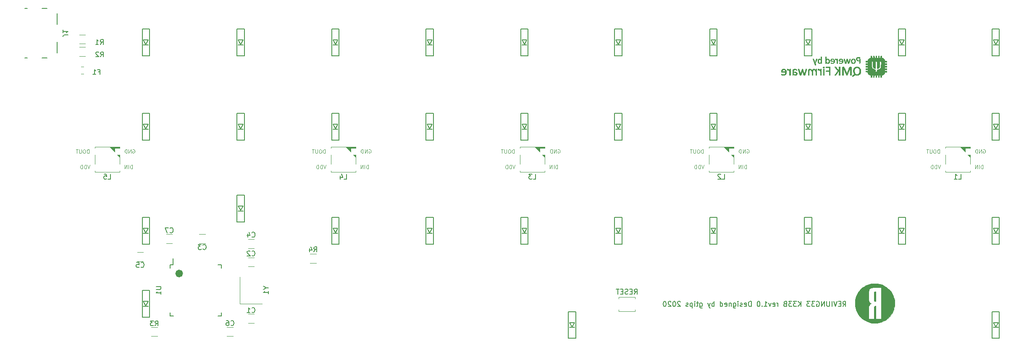
<source format=gbr>
G04 #@! TF.GenerationSoftware,KiCad,Pcbnew,(5.1.6-0-10_14)*
G04 #@! TF.CreationDate,2020-08-01T09:55:55+09:00*
G04 #@! TF.ProjectId,reviung33,72657669-756e-4673-9333-2e6b69636164,1.1.1*
G04 #@! TF.SameCoordinates,Original*
G04 #@! TF.FileFunction,Legend,Bot*
G04 #@! TF.FilePolarity,Positive*
%FSLAX46Y46*%
G04 Gerber Fmt 4.6, Leading zero omitted, Abs format (unit mm)*
G04 Created by KiCad (PCBNEW (5.1.6-0-10_14)) date 2020-08-01 09:55:55*
%MOMM*%
%LPD*%
G01*
G04 APERTURE LIST*
%ADD10C,0.800000*%
%ADD11C,0.150000*%
%ADD12C,0.010000*%
%ADD13C,0.120000*%
%ADD14C,0.100000*%
G04 APERTURE END LIST*
D10*
X49900000Y-86000000D02*
G75*
G03*
X49900000Y-86000000I-400000J0D01*
G01*
D11*
X183292976Y-92652380D02*
X183626309Y-92176190D01*
X183864404Y-92652380D02*
X183864404Y-91652380D01*
X183483452Y-91652380D01*
X183388214Y-91700000D01*
X183340595Y-91747619D01*
X183292976Y-91842857D01*
X183292976Y-91985714D01*
X183340595Y-92080952D01*
X183388214Y-92128571D01*
X183483452Y-92176190D01*
X183864404Y-92176190D01*
X182864404Y-92128571D02*
X182531071Y-92128571D01*
X182388214Y-92652380D02*
X182864404Y-92652380D01*
X182864404Y-91652380D01*
X182388214Y-91652380D01*
X182102500Y-91652380D02*
X181769166Y-92652380D01*
X181435833Y-91652380D01*
X181102500Y-92652380D02*
X181102500Y-91652380D01*
X180626309Y-91652380D02*
X180626309Y-92461904D01*
X180578690Y-92557142D01*
X180531071Y-92604761D01*
X180435833Y-92652380D01*
X180245357Y-92652380D01*
X180150119Y-92604761D01*
X180102500Y-92557142D01*
X180054880Y-92461904D01*
X180054880Y-91652380D01*
X179578690Y-92652380D02*
X179578690Y-91652380D01*
X179007261Y-92652380D01*
X179007261Y-91652380D01*
X178007261Y-91700000D02*
X178102500Y-91652380D01*
X178245357Y-91652380D01*
X178388214Y-91700000D01*
X178483452Y-91795238D01*
X178531071Y-91890476D01*
X178578690Y-92080952D01*
X178578690Y-92223809D01*
X178531071Y-92414285D01*
X178483452Y-92509523D01*
X178388214Y-92604761D01*
X178245357Y-92652380D01*
X178150119Y-92652380D01*
X178007261Y-92604761D01*
X177959642Y-92557142D01*
X177959642Y-92223809D01*
X178150119Y-92223809D01*
X177626309Y-91652380D02*
X177007261Y-91652380D01*
X177340595Y-92033333D01*
X177197738Y-92033333D01*
X177102500Y-92080952D01*
X177054880Y-92128571D01*
X177007261Y-92223809D01*
X177007261Y-92461904D01*
X177054880Y-92557142D01*
X177102500Y-92604761D01*
X177197738Y-92652380D01*
X177483452Y-92652380D01*
X177578690Y-92604761D01*
X177626309Y-92557142D01*
X176673928Y-91652380D02*
X176054880Y-91652380D01*
X176388214Y-92033333D01*
X176245357Y-92033333D01*
X176150119Y-92080952D01*
X176102500Y-92128571D01*
X176054880Y-92223809D01*
X176054880Y-92461904D01*
X176102500Y-92557142D01*
X176150119Y-92604761D01*
X176245357Y-92652380D01*
X176531071Y-92652380D01*
X176626309Y-92604761D01*
X176673928Y-92557142D01*
X174864404Y-92652380D02*
X174864404Y-91652380D01*
X174292976Y-92652380D02*
X174721547Y-92080952D01*
X174292976Y-91652380D02*
X174864404Y-92223809D01*
X173959642Y-91652380D02*
X173340595Y-91652380D01*
X173673928Y-92033333D01*
X173531071Y-92033333D01*
X173435833Y-92080952D01*
X173388214Y-92128571D01*
X173340595Y-92223809D01*
X173340595Y-92461904D01*
X173388214Y-92557142D01*
X173435833Y-92604761D01*
X173531071Y-92652380D01*
X173816785Y-92652380D01*
X173912023Y-92604761D01*
X173959642Y-92557142D01*
X173007261Y-91652380D02*
X172388214Y-91652380D01*
X172721547Y-92033333D01*
X172578690Y-92033333D01*
X172483452Y-92080952D01*
X172435833Y-92128571D01*
X172388214Y-92223809D01*
X172388214Y-92461904D01*
X172435833Y-92557142D01*
X172483452Y-92604761D01*
X172578690Y-92652380D01*
X172864404Y-92652380D01*
X172959642Y-92604761D01*
X173007261Y-92557142D01*
X171626309Y-92128571D02*
X171483452Y-92176190D01*
X171435833Y-92223809D01*
X171388214Y-92319047D01*
X171388214Y-92461904D01*
X171435833Y-92557142D01*
X171483452Y-92604761D01*
X171578690Y-92652380D01*
X171959642Y-92652380D01*
X171959642Y-91652380D01*
X171626309Y-91652380D01*
X171531071Y-91700000D01*
X171483452Y-91747619D01*
X171435833Y-91842857D01*
X171435833Y-91938095D01*
X171483452Y-92033333D01*
X171531071Y-92080952D01*
X171626309Y-92128571D01*
X171959642Y-92128571D01*
X170197738Y-92652380D02*
X170197738Y-91985714D01*
X170197738Y-92176190D02*
X170150119Y-92080952D01*
X170102500Y-92033333D01*
X170007261Y-91985714D01*
X169912023Y-91985714D01*
X169197738Y-92604761D02*
X169292976Y-92652380D01*
X169483452Y-92652380D01*
X169578690Y-92604761D01*
X169626309Y-92509523D01*
X169626309Y-92128571D01*
X169578690Y-92033333D01*
X169483452Y-91985714D01*
X169292976Y-91985714D01*
X169197738Y-92033333D01*
X169150119Y-92128571D01*
X169150119Y-92223809D01*
X169626309Y-92319047D01*
X168816785Y-91985714D02*
X168578690Y-92652380D01*
X168340595Y-91985714D01*
X167435833Y-92652380D02*
X168007261Y-92652380D01*
X167721547Y-92652380D02*
X167721547Y-91652380D01*
X167816785Y-91795238D01*
X167912023Y-91890476D01*
X168007261Y-91938095D01*
X167007261Y-92557142D02*
X166959642Y-92604761D01*
X167007261Y-92652380D01*
X167054880Y-92604761D01*
X167007261Y-92557142D01*
X167007261Y-92652380D01*
X166340595Y-91652380D02*
X166245357Y-91652380D01*
X166150119Y-91700000D01*
X166102500Y-91747619D01*
X166054880Y-91842857D01*
X166007261Y-92033333D01*
X166007261Y-92271428D01*
X166054880Y-92461904D01*
X166102500Y-92557142D01*
X166150119Y-92604761D01*
X166245357Y-92652380D01*
X166340595Y-92652380D01*
X166435833Y-92604761D01*
X166483452Y-92557142D01*
X166531071Y-92461904D01*
X166578690Y-92271428D01*
X166578690Y-92033333D01*
X166531071Y-91842857D01*
X166483452Y-91747619D01*
X166435833Y-91700000D01*
X166340595Y-91652380D01*
X164816785Y-92652380D02*
X164816785Y-91652380D01*
X164578690Y-91652380D01*
X164435833Y-91700000D01*
X164340595Y-91795238D01*
X164292976Y-91890476D01*
X164245357Y-92080952D01*
X164245357Y-92223809D01*
X164292976Y-92414285D01*
X164340595Y-92509523D01*
X164435833Y-92604761D01*
X164578690Y-92652380D01*
X164816785Y-92652380D01*
X163435833Y-92604761D02*
X163531071Y-92652380D01*
X163721547Y-92652380D01*
X163816785Y-92604761D01*
X163864404Y-92509523D01*
X163864404Y-92128571D01*
X163816785Y-92033333D01*
X163721547Y-91985714D01*
X163531071Y-91985714D01*
X163435833Y-92033333D01*
X163388214Y-92128571D01*
X163388214Y-92223809D01*
X163864404Y-92319047D01*
X163007261Y-92604761D02*
X162912023Y-92652380D01*
X162721547Y-92652380D01*
X162626309Y-92604761D01*
X162578690Y-92509523D01*
X162578690Y-92461904D01*
X162626309Y-92366666D01*
X162721547Y-92319047D01*
X162864404Y-92319047D01*
X162959642Y-92271428D01*
X163007261Y-92176190D01*
X163007261Y-92128571D01*
X162959642Y-92033333D01*
X162864404Y-91985714D01*
X162721547Y-91985714D01*
X162626309Y-92033333D01*
X162150119Y-92652380D02*
X162150119Y-91985714D01*
X162150119Y-91652380D02*
X162197738Y-91700000D01*
X162150119Y-91747619D01*
X162102500Y-91700000D01*
X162150119Y-91652380D01*
X162150119Y-91747619D01*
X161245357Y-91985714D02*
X161245357Y-92795238D01*
X161292976Y-92890476D01*
X161340595Y-92938095D01*
X161435833Y-92985714D01*
X161578690Y-92985714D01*
X161673928Y-92938095D01*
X161245357Y-92604761D02*
X161340595Y-92652380D01*
X161531071Y-92652380D01*
X161626309Y-92604761D01*
X161673928Y-92557142D01*
X161721547Y-92461904D01*
X161721547Y-92176190D01*
X161673928Y-92080952D01*
X161626309Y-92033333D01*
X161531071Y-91985714D01*
X161340595Y-91985714D01*
X161245357Y-92033333D01*
X160769166Y-91985714D02*
X160769166Y-92652380D01*
X160769166Y-92080952D02*
X160721547Y-92033333D01*
X160626309Y-91985714D01*
X160483452Y-91985714D01*
X160388214Y-92033333D01*
X160340595Y-92128571D01*
X160340595Y-92652380D01*
X159483452Y-92604761D02*
X159578690Y-92652380D01*
X159769166Y-92652380D01*
X159864404Y-92604761D01*
X159912023Y-92509523D01*
X159912023Y-92128571D01*
X159864404Y-92033333D01*
X159769166Y-91985714D01*
X159578690Y-91985714D01*
X159483452Y-92033333D01*
X159435833Y-92128571D01*
X159435833Y-92223809D01*
X159912023Y-92319047D01*
X158578690Y-92652380D02*
X158578690Y-91652380D01*
X158578690Y-92604761D02*
X158673928Y-92652380D01*
X158864404Y-92652380D01*
X158959642Y-92604761D01*
X159007261Y-92557142D01*
X159054880Y-92461904D01*
X159054880Y-92176190D01*
X159007261Y-92080952D01*
X158959642Y-92033333D01*
X158864404Y-91985714D01*
X158673928Y-91985714D01*
X158578690Y-92033333D01*
X157340595Y-92652380D02*
X157340595Y-91652380D01*
X157340595Y-92033333D02*
X157245357Y-91985714D01*
X157054880Y-91985714D01*
X156959642Y-92033333D01*
X156912023Y-92080952D01*
X156864404Y-92176190D01*
X156864404Y-92461904D01*
X156912023Y-92557142D01*
X156959642Y-92604761D01*
X157054880Y-92652380D01*
X157245357Y-92652380D01*
X157340595Y-92604761D01*
X156531071Y-91985714D02*
X156292976Y-92652380D01*
X156054880Y-91985714D02*
X156292976Y-92652380D01*
X156388214Y-92890476D01*
X156435833Y-92938095D01*
X156531071Y-92985714D01*
X154483452Y-91985714D02*
X154483452Y-92795238D01*
X154531071Y-92890476D01*
X154578690Y-92938095D01*
X154673928Y-92985714D01*
X154816785Y-92985714D01*
X154912023Y-92938095D01*
X154483452Y-92604761D02*
X154578690Y-92652380D01*
X154769166Y-92652380D01*
X154864404Y-92604761D01*
X154912023Y-92557142D01*
X154959642Y-92461904D01*
X154959642Y-92176190D01*
X154912023Y-92080952D01*
X154864404Y-92033333D01*
X154769166Y-91985714D01*
X154578690Y-91985714D01*
X154483452Y-92033333D01*
X154150119Y-91985714D02*
X153769166Y-91985714D01*
X154007261Y-91652380D02*
X154007261Y-92509523D01*
X153959642Y-92604761D01*
X153864404Y-92652380D01*
X153769166Y-92652380D01*
X153435833Y-92652380D02*
X153435833Y-91985714D01*
X153435833Y-91652380D02*
X153483452Y-91700000D01*
X153435833Y-91747619D01*
X153388214Y-91700000D01*
X153435833Y-91652380D01*
X153435833Y-91747619D01*
X152959642Y-91985714D02*
X152959642Y-92985714D01*
X152959642Y-92033333D02*
X152864404Y-91985714D01*
X152673928Y-91985714D01*
X152578690Y-92033333D01*
X152531071Y-92080952D01*
X152483452Y-92176190D01*
X152483452Y-92461904D01*
X152531071Y-92557142D01*
X152578690Y-92604761D01*
X152673928Y-92652380D01*
X152864404Y-92652380D01*
X152959642Y-92604761D01*
X152102500Y-92604761D02*
X152007261Y-92652380D01*
X151816785Y-92652380D01*
X151721547Y-92604761D01*
X151673928Y-92509523D01*
X151673928Y-92461904D01*
X151721547Y-92366666D01*
X151816785Y-92319047D01*
X151959642Y-92319047D01*
X152054880Y-92271428D01*
X152102500Y-92176190D01*
X152102500Y-92128571D01*
X152054880Y-92033333D01*
X151959642Y-91985714D01*
X151816785Y-91985714D01*
X151721547Y-92033333D01*
X150531071Y-91747619D02*
X150483452Y-91700000D01*
X150388214Y-91652380D01*
X150150119Y-91652380D01*
X150054880Y-91700000D01*
X150007261Y-91747619D01*
X149959642Y-91842857D01*
X149959642Y-91938095D01*
X150007261Y-92080952D01*
X150578690Y-92652380D01*
X149959642Y-92652380D01*
X149340595Y-91652380D02*
X149245357Y-91652380D01*
X149150119Y-91700000D01*
X149102500Y-91747619D01*
X149054880Y-91842857D01*
X149007261Y-92033333D01*
X149007261Y-92271428D01*
X149054880Y-92461904D01*
X149102500Y-92557142D01*
X149150119Y-92604761D01*
X149245357Y-92652380D01*
X149340595Y-92652380D01*
X149435833Y-92604761D01*
X149483452Y-92557142D01*
X149531071Y-92461904D01*
X149578690Y-92271428D01*
X149578690Y-92033333D01*
X149531071Y-91842857D01*
X149483452Y-91747619D01*
X149435833Y-91700000D01*
X149340595Y-91652380D01*
X148626309Y-91747619D02*
X148578690Y-91700000D01*
X148483452Y-91652380D01*
X148245357Y-91652380D01*
X148150119Y-91700000D01*
X148102500Y-91747619D01*
X148054880Y-91842857D01*
X148054880Y-91938095D01*
X148102500Y-92080952D01*
X148673928Y-92652380D01*
X148054880Y-92652380D01*
X147435833Y-91652380D02*
X147340595Y-91652380D01*
X147245357Y-91700000D01*
X147197738Y-91747619D01*
X147150119Y-91842857D01*
X147102500Y-92033333D01*
X147102500Y-92271428D01*
X147150119Y-92461904D01*
X147197738Y-92557142D01*
X147245357Y-92604761D01*
X147340595Y-92652380D01*
X147435833Y-92652380D01*
X147531071Y-92604761D01*
X147578690Y-92557142D01*
X147626309Y-92461904D01*
X147673928Y-92271428D01*
X147673928Y-92033333D01*
X147626309Y-91842857D01*
X147578690Y-91747619D01*
X147531071Y-91700000D01*
X147435833Y-91652380D01*
D12*
G36*
X178854167Y-42788567D02*
G01*
X178754773Y-42725533D01*
X178674285Y-42682920D01*
X178597213Y-42664753D01*
X178546237Y-42662499D01*
X178428699Y-42679629D01*
X178335568Y-42731105D01*
X178266738Y-42817061D01*
X178222104Y-42937631D01*
X178201562Y-43092946D01*
X178201216Y-43100446D01*
X178207039Y-43268937D01*
X178239827Y-43406920D01*
X178298890Y-43513425D01*
X178383540Y-43587481D01*
X178493089Y-43628118D01*
X178581430Y-43636166D01*
X178679992Y-43621343D01*
X178766432Y-43581369D01*
X178810676Y-43542312D01*
X178846501Y-43512140D01*
X178868905Y-43521412D01*
X178875334Y-43559818D01*
X178891943Y-43609349D01*
X178933187Y-43633057D01*
X178986196Y-43624749D01*
X178997345Y-43618531D01*
X179005042Y-43604553D01*
X179011018Y-43571104D01*
X179015384Y-43514544D01*
X179018251Y-43431235D01*
X179019730Y-43317535D01*
X179019933Y-43169807D01*
X179018971Y-42984409D01*
X179018797Y-42962132D01*
X178854167Y-42962132D01*
X178854167Y-43146830D01*
X178853464Y-43236337D01*
X178849277Y-43294896D01*
X178838488Y-43333893D01*
X178817978Y-43364711D01*
X178785375Y-43398016D01*
X178692971Y-43468762D01*
X178605308Y-43498396D01*
X178523496Y-43486739D01*
X178464954Y-43449309D01*
X178409167Y-43372672D01*
X178376257Y-43263902D01*
X178367334Y-43150441D01*
X178379505Y-43016525D01*
X178413899Y-42913080D01*
X178467335Y-42842184D01*
X178536632Y-42805913D01*
X178618609Y-42806343D01*
X178710087Y-42845553D01*
X178768307Y-42888638D01*
X178854167Y-42962132D01*
X179018797Y-42962132D01*
X179018511Y-42925647D01*
X179012917Y-42249750D01*
X178933542Y-42243180D01*
X178854167Y-42236611D01*
X178854167Y-42788567D01*
G37*
X178854167Y-42788567D02*
X178754773Y-42725533D01*
X178674285Y-42682920D01*
X178597213Y-42664753D01*
X178546237Y-42662499D01*
X178428699Y-42679629D01*
X178335568Y-42731105D01*
X178266738Y-42817061D01*
X178222104Y-42937631D01*
X178201562Y-43092946D01*
X178201216Y-43100446D01*
X178207039Y-43268937D01*
X178239827Y-43406920D01*
X178298890Y-43513425D01*
X178383540Y-43587481D01*
X178493089Y-43628118D01*
X178581430Y-43636166D01*
X178679992Y-43621343D01*
X178766432Y-43581369D01*
X178810676Y-43542312D01*
X178846501Y-43512140D01*
X178868905Y-43521412D01*
X178875334Y-43559818D01*
X178891943Y-43609349D01*
X178933187Y-43633057D01*
X178986196Y-43624749D01*
X178997345Y-43618531D01*
X179005042Y-43604553D01*
X179011018Y-43571104D01*
X179015384Y-43514544D01*
X179018251Y-43431235D01*
X179019730Y-43317535D01*
X179019933Y-43169807D01*
X179018971Y-42984409D01*
X179018797Y-42962132D01*
X178854167Y-42962132D01*
X178854167Y-43146830D01*
X178853464Y-43236337D01*
X178849277Y-43294896D01*
X178838488Y-43333893D01*
X178817978Y-43364711D01*
X178785375Y-43398016D01*
X178692971Y-43468762D01*
X178605308Y-43498396D01*
X178523496Y-43486739D01*
X178464954Y-43449309D01*
X178409167Y-43372672D01*
X178376257Y-43263902D01*
X178367334Y-43150441D01*
X178379505Y-43016525D01*
X178413899Y-42913080D01*
X178467335Y-42842184D01*
X178536632Y-42805913D01*
X178618609Y-42806343D01*
X178710087Y-42845553D01*
X178768307Y-42888638D01*
X178854167Y-42962132D01*
X179018797Y-42962132D01*
X179018511Y-42925647D01*
X179012917Y-42249750D01*
X178933542Y-42243180D01*
X178854167Y-42236611D01*
X178854167Y-42788567D01*
G36*
X179785500Y-42927747D02*
G01*
X179785673Y-43118038D01*
X179786333Y-43270280D01*
X179787690Y-43388755D01*
X179789957Y-43477747D01*
X179793344Y-43541537D01*
X179798063Y-43584410D01*
X179804324Y-43610648D01*
X179812341Y-43624534D01*
X179820128Y-43629616D01*
X179870696Y-43629274D01*
X179913803Y-43596074D01*
X179933186Y-43554530D01*
X179941478Y-43527803D01*
X179955589Y-43522133D01*
X179986010Y-43538817D01*
X180024502Y-43565830D01*
X180122046Y-43614449D01*
X180230304Y-43634810D01*
X180335745Y-43626075D01*
X180420500Y-43590384D01*
X180506055Y-43508555D01*
X180563208Y-43396192D01*
X180592180Y-43252763D01*
X180596184Y-43162926D01*
X180595162Y-43137029D01*
X180426844Y-43137029D01*
X180417109Y-43276108D01*
X180385116Y-43380550D01*
X180330231Y-43452111D01*
X180307193Y-43468684D01*
X180223695Y-43497524D01*
X180134670Y-43484627D01*
X180055756Y-43441864D01*
X179997532Y-43394133D01*
X179960949Y-43343108D01*
X179941365Y-43277365D01*
X179934139Y-43185475D01*
X179933667Y-43141346D01*
X179934396Y-43057092D01*
X179939430Y-43002421D01*
X179953039Y-42964582D01*
X179979495Y-42930825D01*
X180016203Y-42894930D01*
X180107276Y-42828404D01*
X180194260Y-42801817D01*
X180273094Y-42812778D01*
X180339719Y-42858893D01*
X180390077Y-42937768D01*
X180420108Y-43047012D01*
X180426844Y-43137029D01*
X180595162Y-43137029D01*
X180591597Y-43046771D01*
X180576337Y-42957818D01*
X180553897Y-42894280D01*
X180500150Y-42805103D01*
X180428509Y-42729961D01*
X180350762Y-42680247D01*
X180322359Y-42670466D01*
X180234685Y-42663148D01*
X180136652Y-42676564D01*
X180049498Y-42706984D01*
X180022291Y-42723182D01*
X179977567Y-42752811D01*
X179948757Y-42767861D01*
X179946275Y-42768333D01*
X179941499Y-42748503D01*
X179937553Y-42694357D01*
X179934819Y-42613909D01*
X179933679Y-42515174D01*
X179933667Y-42503750D01*
X179933667Y-42239166D01*
X179785500Y-42239166D01*
X179785500Y-42927747D01*
G37*
X179785500Y-42927747D02*
X179785673Y-43118038D01*
X179786333Y-43270280D01*
X179787690Y-43388755D01*
X179789957Y-43477747D01*
X179793344Y-43541537D01*
X179798063Y-43584410D01*
X179804324Y-43610648D01*
X179812341Y-43624534D01*
X179820128Y-43629616D01*
X179870696Y-43629274D01*
X179913803Y-43596074D01*
X179933186Y-43554530D01*
X179941478Y-43527803D01*
X179955589Y-43522133D01*
X179986010Y-43538817D01*
X180024502Y-43565830D01*
X180122046Y-43614449D01*
X180230304Y-43634810D01*
X180335745Y-43626075D01*
X180420500Y-43590384D01*
X180506055Y-43508555D01*
X180563208Y-43396192D01*
X180592180Y-43252763D01*
X180596184Y-43162926D01*
X180595162Y-43137029D01*
X180426844Y-43137029D01*
X180417109Y-43276108D01*
X180385116Y-43380550D01*
X180330231Y-43452111D01*
X180307193Y-43468684D01*
X180223695Y-43497524D01*
X180134670Y-43484627D01*
X180055756Y-43441864D01*
X179997532Y-43394133D01*
X179960949Y-43343108D01*
X179941365Y-43277365D01*
X179934139Y-43185475D01*
X179933667Y-43141346D01*
X179934396Y-43057092D01*
X179939430Y-43002421D01*
X179953039Y-42964582D01*
X179979495Y-42930825D01*
X180016203Y-42894930D01*
X180107276Y-42828404D01*
X180194260Y-42801817D01*
X180273094Y-42812778D01*
X180339719Y-42858893D01*
X180390077Y-42937768D01*
X180420108Y-43047012D01*
X180426844Y-43137029D01*
X180595162Y-43137029D01*
X180591597Y-43046771D01*
X180576337Y-42957818D01*
X180553897Y-42894280D01*
X180500150Y-42805103D01*
X180428509Y-42729961D01*
X180350762Y-42680247D01*
X180322359Y-42670466D01*
X180234685Y-42663148D01*
X180136652Y-42676564D01*
X180049498Y-42706984D01*
X180022291Y-42723182D01*
X179977567Y-42752811D01*
X179948757Y-42767861D01*
X179946275Y-42768333D01*
X179941499Y-42748503D01*
X179937553Y-42694357D01*
X179934819Y-42613909D01*
X179933679Y-42515174D01*
X179933667Y-42503750D01*
X179933667Y-42239166D01*
X179785500Y-42239166D01*
X179785500Y-42927747D01*
G36*
X181055803Y-42676255D02*
G01*
X180999005Y-42699669D01*
X180981417Y-42709375D01*
X180895556Y-42782008D01*
X180835081Y-42882885D01*
X180804423Y-43003465D01*
X180801500Y-43056099D01*
X180802355Y-43104333D01*
X180808787Y-43139439D01*
X180826602Y-43163511D01*
X180861606Y-43178642D01*
X180919603Y-43186925D01*
X181006399Y-43190452D01*
X181127798Y-43191318D01*
X181176680Y-43191377D01*
X181456609Y-43191666D01*
X181443532Y-43260458D01*
X181406238Y-43372919D01*
X181343537Y-43451539D01*
X181255412Y-43496325D01*
X181141849Y-43507284D01*
X181002831Y-43484423D01*
X180971688Y-43475709D01*
X180893426Y-43457980D01*
X180848218Y-43462807D01*
X180832398Y-43491677D01*
X180837639Y-43530096D01*
X180868190Y-43572507D01*
X180935568Y-43603188D01*
X181041381Y-43622684D01*
X181129584Y-43629525D01*
X181228288Y-43631663D01*
X181299571Y-43625382D01*
X181357827Y-43608876D01*
X181383584Y-43597652D01*
X181482055Y-43534147D01*
X181551385Y-43448699D01*
X181593805Y-43336932D01*
X181611549Y-43194471D01*
X181612400Y-43149333D01*
X181604648Y-43064666D01*
X181453209Y-43064666D01*
X181199173Y-43064666D01*
X181091547Y-43064070D01*
X181019867Y-43061693D01*
X180977755Y-43056648D01*
X180958832Y-43048051D01*
X180956721Y-43035016D01*
X180957986Y-43031185D01*
X180969109Y-42981042D01*
X180970834Y-42955473D01*
X180985135Y-42914245D01*
X181020681Y-42864202D01*
X181032706Y-42851371D01*
X181108812Y-42801476D01*
X181194071Y-42786576D01*
X181279168Y-42803574D01*
X181354788Y-42849372D01*
X181411617Y-42920872D01*
X181435395Y-42985291D01*
X181453209Y-43064666D01*
X181604648Y-43064666D01*
X181597977Y-42991807D01*
X181554702Y-42865044D01*
X181482751Y-42769257D01*
X181382306Y-42704657D01*
X181253544Y-42671456D01*
X181206006Y-42667480D01*
X181118900Y-42666626D01*
X181055803Y-42676255D01*
G37*
X181055803Y-42676255D02*
X180999005Y-42699669D01*
X180981417Y-42709375D01*
X180895556Y-42782008D01*
X180835081Y-42882885D01*
X180804423Y-43003465D01*
X180801500Y-43056099D01*
X180802355Y-43104333D01*
X180808787Y-43139439D01*
X180826602Y-43163511D01*
X180861606Y-43178642D01*
X180919603Y-43186925D01*
X181006399Y-43190452D01*
X181127798Y-43191318D01*
X181176680Y-43191377D01*
X181456609Y-43191666D01*
X181443532Y-43260458D01*
X181406238Y-43372919D01*
X181343537Y-43451539D01*
X181255412Y-43496325D01*
X181141849Y-43507284D01*
X181002831Y-43484423D01*
X180971688Y-43475709D01*
X180893426Y-43457980D01*
X180848218Y-43462807D01*
X180832398Y-43491677D01*
X180837639Y-43530096D01*
X180868190Y-43572507D01*
X180935568Y-43603188D01*
X181041381Y-43622684D01*
X181129584Y-43629525D01*
X181228288Y-43631663D01*
X181299571Y-43625382D01*
X181357827Y-43608876D01*
X181383584Y-43597652D01*
X181482055Y-43534147D01*
X181551385Y-43448699D01*
X181593805Y-43336932D01*
X181611549Y-43194471D01*
X181612400Y-43149333D01*
X181604648Y-43064666D01*
X181453209Y-43064666D01*
X181199173Y-43064666D01*
X181091547Y-43064070D01*
X181019867Y-43061693D01*
X180977755Y-43056648D01*
X180958832Y-43048051D01*
X180956721Y-43035016D01*
X180957986Y-43031185D01*
X180969109Y-42981042D01*
X180970834Y-42955473D01*
X180985135Y-42914245D01*
X181020681Y-42864202D01*
X181032706Y-42851371D01*
X181108812Y-42801476D01*
X181194071Y-42786576D01*
X181279168Y-42803574D01*
X181354788Y-42849372D01*
X181411617Y-42920872D01*
X181435395Y-42985291D01*
X181453209Y-43064666D01*
X181604648Y-43064666D01*
X181597977Y-42991807D01*
X181554702Y-42865044D01*
X181482751Y-42769257D01*
X181382306Y-42704657D01*
X181253544Y-42671456D01*
X181206006Y-42667480D01*
X181118900Y-42666626D01*
X181055803Y-42676255D01*
G36*
X181765120Y-42674981D02*
G01*
X181722846Y-42711875D01*
X181715320Y-42772359D01*
X181715334Y-42772459D01*
X181724398Y-42802734D01*
X181748208Y-42815301D01*
X181799069Y-42815385D01*
X181813943Y-42814335D01*
X181869822Y-42813336D01*
X181910786Y-42825521D01*
X181952620Y-42858145D01*
X181988568Y-42894602D01*
X182071500Y-42981782D01*
X182071500Y-43296126D01*
X182072096Y-43420171D01*
X182074311Y-43508172D01*
X182078787Y-43566405D01*
X182086167Y-43601151D01*
X182097094Y-43618685D01*
X182104982Y-43623318D01*
X182177272Y-43632593D01*
X182214375Y-43622148D01*
X182223603Y-43607667D01*
X182230602Y-43569961D01*
X182235597Y-43505028D01*
X182238813Y-43408864D01*
X182240474Y-43277466D01*
X182240834Y-43149834D01*
X182240530Y-42997070D01*
X182239364Y-42881384D01*
X182236950Y-42797523D01*
X182232904Y-42740236D01*
X182226844Y-42704269D01*
X182218383Y-42684370D01*
X182207139Y-42675287D01*
X182206102Y-42674867D01*
X182146467Y-42668503D01*
X182106185Y-42697327D01*
X182092667Y-42751056D01*
X182092667Y-42815592D01*
X182007940Y-42739046D01*
X181944870Y-42689566D01*
X181889140Y-42666788D01*
X181841198Y-42662500D01*
X181765120Y-42674981D01*
G37*
X181765120Y-42674981D02*
X181722846Y-42711875D01*
X181715320Y-42772359D01*
X181715334Y-42772459D01*
X181724398Y-42802734D01*
X181748208Y-42815301D01*
X181799069Y-42815385D01*
X181813943Y-42814335D01*
X181869822Y-42813336D01*
X181910786Y-42825521D01*
X181952620Y-42858145D01*
X181988568Y-42894602D01*
X182071500Y-42981782D01*
X182071500Y-43296126D01*
X182072096Y-43420171D01*
X182074311Y-43508172D01*
X182078787Y-43566405D01*
X182086167Y-43601151D01*
X182097094Y-43618685D01*
X182104982Y-43623318D01*
X182177272Y-43632593D01*
X182214375Y-43622148D01*
X182223603Y-43607667D01*
X182230602Y-43569961D01*
X182235597Y-43505028D01*
X182238813Y-43408864D01*
X182240474Y-43277466D01*
X182240834Y-43149834D01*
X182240530Y-42997070D01*
X182239364Y-42881384D01*
X182236950Y-42797523D01*
X182232904Y-42740236D01*
X182226844Y-42704269D01*
X182218383Y-42684370D01*
X182207139Y-42675287D01*
X182206102Y-42674867D01*
X182146467Y-42668503D01*
X182106185Y-42697327D01*
X182092667Y-42751056D01*
X182092667Y-42815592D01*
X182007940Y-42739046D01*
X181944870Y-42689566D01*
X181889140Y-42666788D01*
X181841198Y-42662500D01*
X181765120Y-42674981D01*
G36*
X182729387Y-42686747D02*
G01*
X182675930Y-42710484D01*
X182591804Y-42776272D01*
X182536099Y-42864979D01*
X182505543Y-42982568D01*
X182500258Y-43030727D01*
X182496170Y-43087444D01*
X182498060Y-43128912D01*
X182511469Y-43157524D01*
X182541940Y-43175675D01*
X182595013Y-43185756D01*
X182676232Y-43190163D01*
X182791138Y-43191288D01*
X182872224Y-43191377D01*
X183154364Y-43191666D01*
X183139550Y-43260458D01*
X183099023Y-43373973D01*
X183033857Y-43453115D01*
X182944248Y-43497791D01*
X182830395Y-43507911D01*
X182692496Y-43483381D01*
X182672823Y-43477645D01*
X182600756Y-43456495D01*
X182560185Y-43449401D01*
X182542060Y-43458242D01*
X182537333Y-43484891D01*
X182537167Y-43505769D01*
X182549877Y-43558494D01*
X182594695Y-43593223D01*
X182595375Y-43593548D01*
X182654166Y-43610231D01*
X182740614Y-43621739D01*
X182840301Y-43627534D01*
X182938806Y-43627079D01*
X183021710Y-43619839D01*
X183061452Y-43610890D01*
X183154923Y-43558599D01*
X183227046Y-43477196D01*
X183277661Y-43374218D01*
X183306606Y-43257201D01*
X183313721Y-43133683D01*
X183301181Y-43030433D01*
X183141412Y-43030433D01*
X183132475Y-43051029D01*
X183102105Y-43061243D01*
X183044103Y-43064630D01*
X182952266Y-43064743D01*
X182909010Y-43064666D01*
X182664167Y-43064666D01*
X182664167Y-43010698D01*
X182677788Y-42939616D01*
X182712157Y-42869358D01*
X182757538Y-42818476D01*
X182768828Y-42811294D01*
X182816421Y-42796989D01*
X182881407Y-42789726D01*
X182893985Y-42789500D01*
X182976419Y-42806221D01*
X183051652Y-42849955D01*
X183105578Y-42911055D01*
X183119799Y-42943887D01*
X183135120Y-42995904D01*
X183141412Y-43030433D01*
X183301181Y-43030433D01*
X183298845Y-43011202D01*
X183261817Y-42897294D01*
X183202476Y-42799498D01*
X183120661Y-42725349D01*
X183080809Y-42703636D01*
X182966366Y-42670011D01*
X182843955Y-42664470D01*
X182729387Y-42686747D01*
G37*
X182729387Y-42686747D02*
X182675930Y-42710484D01*
X182591804Y-42776272D01*
X182536099Y-42864979D01*
X182505543Y-42982568D01*
X182500258Y-43030727D01*
X182496170Y-43087444D01*
X182498060Y-43128912D01*
X182511469Y-43157524D01*
X182541940Y-43175675D01*
X182595013Y-43185756D01*
X182676232Y-43190163D01*
X182791138Y-43191288D01*
X182872224Y-43191377D01*
X183154364Y-43191666D01*
X183139550Y-43260458D01*
X183099023Y-43373973D01*
X183033857Y-43453115D01*
X182944248Y-43497791D01*
X182830395Y-43507911D01*
X182692496Y-43483381D01*
X182672823Y-43477645D01*
X182600756Y-43456495D01*
X182560185Y-43449401D01*
X182542060Y-43458242D01*
X182537333Y-43484891D01*
X182537167Y-43505769D01*
X182549877Y-43558494D01*
X182594695Y-43593223D01*
X182595375Y-43593548D01*
X182654166Y-43610231D01*
X182740614Y-43621739D01*
X182840301Y-43627534D01*
X182938806Y-43627079D01*
X183021710Y-43619839D01*
X183061452Y-43610890D01*
X183154923Y-43558599D01*
X183227046Y-43477196D01*
X183277661Y-43374218D01*
X183306606Y-43257201D01*
X183313721Y-43133683D01*
X183301181Y-43030433D01*
X183141412Y-43030433D01*
X183132475Y-43051029D01*
X183102105Y-43061243D01*
X183044103Y-43064630D01*
X182952266Y-43064743D01*
X182909010Y-43064666D01*
X182664167Y-43064666D01*
X182664167Y-43010698D01*
X182677788Y-42939616D01*
X182712157Y-42869358D01*
X182757538Y-42818476D01*
X182768828Y-42811294D01*
X182816421Y-42796989D01*
X182881407Y-42789726D01*
X182893985Y-42789500D01*
X182976419Y-42806221D01*
X183051652Y-42849955D01*
X183105578Y-42911055D01*
X183119799Y-42943887D01*
X183135120Y-42995904D01*
X183141412Y-43030433D01*
X183301181Y-43030433D01*
X183298845Y-43011202D01*
X183261817Y-42897294D01*
X183202476Y-42799498D01*
X183120661Y-42725349D01*
X183080809Y-42703636D01*
X182966366Y-42670011D01*
X182843955Y-42664470D01*
X182729387Y-42686747D01*
G36*
X183480896Y-42663598D02*
G01*
X183465209Y-42679466D01*
X183461450Y-42714950D01*
X183469861Y-42774094D01*
X183490685Y-42860946D01*
X183524166Y-42979553D01*
X183570545Y-43133961D01*
X183575663Y-43150745D01*
X183623491Y-43305881D01*
X183662106Y-43424845D01*
X183694167Y-43512101D01*
X183722334Y-43572111D01*
X183749263Y-43609338D01*
X183777615Y-43628245D01*
X183810048Y-43633296D01*
X183849220Y-43628954D01*
X183859428Y-43627102D01*
X183885769Y-43621213D01*
X183906256Y-43610770D01*
X183923885Y-43589576D01*
X183941652Y-43551433D01*
X183962552Y-43490143D01*
X183989582Y-43399509D01*
X184018953Y-43297081D01*
X184050782Y-43188546D01*
X184079508Y-43096008D01*
X184102851Y-43026398D01*
X184118533Y-42986645D01*
X184123222Y-42980000D01*
X184133146Y-42999320D01*
X184151400Y-43052563D01*
X184175781Y-43132649D01*
X184204085Y-43232499D01*
X184219158Y-43288146D01*
X184254428Y-43416246D01*
X184283496Y-43508734D01*
X184309561Y-43571273D01*
X184335817Y-43609528D01*
X184365463Y-43629162D01*
X184401694Y-43635840D01*
X184415563Y-43636166D01*
X184465795Y-43623712D01*
X184490523Y-43609708D01*
X184505480Y-43583560D01*
X184529914Y-43524165D01*
X184561424Y-43438907D01*
X184597605Y-43335172D01*
X184636056Y-43220344D01*
X184674373Y-43101808D01*
X184710154Y-42986948D01*
X184740996Y-42883150D01*
X184764497Y-42797799D01*
X184778252Y-42738279D01*
X184780834Y-42717443D01*
X184763926Y-42680264D01*
X184721273Y-42666248D01*
X184667892Y-42678232D01*
X184648570Y-42692926D01*
X184629015Y-42722503D01*
X184607053Y-42772445D01*
X184580509Y-42848239D01*
X184547208Y-42955366D01*
X184516019Y-43061192D01*
X184481672Y-43176207D01*
X184450578Y-43274443D01*
X184424824Y-43349776D01*
X184406493Y-43396083D01*
X184397992Y-43407802D01*
X184388604Y-43383270D01*
X184370705Y-43324772D01*
X184346317Y-43239348D01*
X184317459Y-43134033D01*
X184293382Y-43043500D01*
X184261882Y-42927510D01*
X184232330Y-42825956D01*
X184206941Y-42745904D01*
X184187930Y-42694419D01*
X184179043Y-42678699D01*
X184124541Y-42663833D01*
X184066298Y-42680043D01*
X184064704Y-42681033D01*
X184049847Y-42706418D01*
X184026283Y-42765619D01*
X183996470Y-42851614D01*
X183962866Y-42957384D01*
X183934647Y-43052418D01*
X183900927Y-43168148D01*
X183870793Y-43269110D01*
X183846326Y-43348521D01*
X183829610Y-43399595D01*
X183823127Y-43415595D01*
X183814549Y-43399478D01*
X183796620Y-43348802D01*
X183771336Y-43269791D01*
X183740696Y-43168671D01*
X183709080Y-43060029D01*
X183671262Y-42929037D01*
X183642137Y-42833020D01*
X183619243Y-42766115D01*
X183600117Y-42722460D01*
X183582294Y-42696192D01*
X183563312Y-42681451D01*
X183547080Y-42674518D01*
X183508267Y-42663297D01*
X183480896Y-42663598D01*
G37*
X183480896Y-42663598D02*
X183465209Y-42679466D01*
X183461450Y-42714950D01*
X183469861Y-42774094D01*
X183490685Y-42860946D01*
X183524166Y-42979553D01*
X183570545Y-43133961D01*
X183575663Y-43150745D01*
X183623491Y-43305881D01*
X183662106Y-43424845D01*
X183694167Y-43512101D01*
X183722334Y-43572111D01*
X183749263Y-43609338D01*
X183777615Y-43628245D01*
X183810048Y-43633296D01*
X183849220Y-43628954D01*
X183859428Y-43627102D01*
X183885769Y-43621213D01*
X183906256Y-43610770D01*
X183923885Y-43589576D01*
X183941652Y-43551433D01*
X183962552Y-43490143D01*
X183989582Y-43399509D01*
X184018953Y-43297081D01*
X184050782Y-43188546D01*
X184079508Y-43096008D01*
X184102851Y-43026398D01*
X184118533Y-42986645D01*
X184123222Y-42980000D01*
X184133146Y-42999320D01*
X184151400Y-43052563D01*
X184175781Y-43132649D01*
X184204085Y-43232499D01*
X184219158Y-43288146D01*
X184254428Y-43416246D01*
X184283496Y-43508734D01*
X184309561Y-43571273D01*
X184335817Y-43609528D01*
X184365463Y-43629162D01*
X184401694Y-43635840D01*
X184415563Y-43636166D01*
X184465795Y-43623712D01*
X184490523Y-43609708D01*
X184505480Y-43583560D01*
X184529914Y-43524165D01*
X184561424Y-43438907D01*
X184597605Y-43335172D01*
X184636056Y-43220344D01*
X184674373Y-43101808D01*
X184710154Y-42986948D01*
X184740996Y-42883150D01*
X184764497Y-42797799D01*
X184778252Y-42738279D01*
X184780834Y-42717443D01*
X184763926Y-42680264D01*
X184721273Y-42666248D01*
X184667892Y-42678232D01*
X184648570Y-42692926D01*
X184629015Y-42722503D01*
X184607053Y-42772445D01*
X184580509Y-42848239D01*
X184547208Y-42955366D01*
X184516019Y-43061192D01*
X184481672Y-43176207D01*
X184450578Y-43274443D01*
X184424824Y-43349776D01*
X184406493Y-43396083D01*
X184397992Y-43407802D01*
X184388604Y-43383270D01*
X184370705Y-43324772D01*
X184346317Y-43239348D01*
X184317459Y-43134033D01*
X184293382Y-43043500D01*
X184261882Y-42927510D01*
X184232330Y-42825956D01*
X184206941Y-42745904D01*
X184187930Y-42694419D01*
X184179043Y-42678699D01*
X184124541Y-42663833D01*
X184066298Y-42680043D01*
X184064704Y-42681033D01*
X184049847Y-42706418D01*
X184026283Y-42765619D01*
X183996470Y-42851614D01*
X183962866Y-42957384D01*
X183934647Y-43052418D01*
X183900927Y-43168148D01*
X183870793Y-43269110D01*
X183846326Y-43348521D01*
X183829610Y-43399595D01*
X183823127Y-43415595D01*
X183814549Y-43399478D01*
X183796620Y-43348802D01*
X183771336Y-43269791D01*
X183740696Y-43168671D01*
X183709080Y-43060029D01*
X183671262Y-42929037D01*
X183642137Y-42833020D01*
X183619243Y-42766115D01*
X183600117Y-42722460D01*
X183582294Y-42696192D01*
X183563312Y-42681451D01*
X183547080Y-42674518D01*
X183508267Y-42663297D01*
X183480896Y-42663598D01*
G36*
X185221695Y-42678635D02*
G01*
X185108612Y-42726595D01*
X185023128Y-42806583D01*
X184965506Y-42918340D01*
X184936013Y-43061604D01*
X184934216Y-43083125D01*
X184938034Y-43245579D01*
X184973076Y-43382616D01*
X185037677Y-43492186D01*
X185130170Y-43572241D01*
X185248893Y-43620732D01*
X185383277Y-43635701D01*
X185495462Y-43625571D01*
X185591180Y-43598751D01*
X185597845Y-43595834D01*
X185696165Y-43529147D01*
X185765612Y-43431505D01*
X185806181Y-43302914D01*
X185818000Y-43159916D01*
X185817671Y-43156556D01*
X185646192Y-43156556D01*
X185637499Y-43264905D01*
X185612373Y-43357365D01*
X185594579Y-43391567D01*
X185528456Y-43456667D01*
X185440956Y-43493186D01*
X185343572Y-43499219D01*
X185247798Y-43472859D01*
X185215055Y-43454503D01*
X185160499Y-43395701D01*
X185122550Y-43308289D01*
X185102807Y-43203239D01*
X185102867Y-43091523D01*
X185124328Y-42984114D01*
X185140454Y-42942161D01*
X185197295Y-42860301D01*
X185273253Y-42810063D01*
X185359584Y-42791198D01*
X185447545Y-42803456D01*
X185528390Y-42846587D01*
X185593377Y-42920342D01*
X185611777Y-42955624D01*
X185637827Y-43048176D01*
X185646192Y-43156556D01*
X185817671Y-43156556D01*
X185802548Y-43002172D01*
X185756888Y-42873056D01*
X185682072Y-42773712D01*
X185579148Y-42705284D01*
X185449166Y-42668916D01*
X185362110Y-42662964D01*
X185221695Y-42678635D01*
G37*
X185221695Y-42678635D02*
X185108612Y-42726595D01*
X185023128Y-42806583D01*
X184965506Y-42918340D01*
X184936013Y-43061604D01*
X184934216Y-43083125D01*
X184938034Y-43245579D01*
X184973076Y-43382616D01*
X185037677Y-43492186D01*
X185130170Y-43572241D01*
X185248893Y-43620732D01*
X185383277Y-43635701D01*
X185495462Y-43625571D01*
X185591180Y-43598751D01*
X185597845Y-43595834D01*
X185696165Y-43529147D01*
X185765612Y-43431505D01*
X185806181Y-43302914D01*
X185818000Y-43159916D01*
X185817671Y-43156556D01*
X185646192Y-43156556D01*
X185637499Y-43264905D01*
X185612373Y-43357365D01*
X185594579Y-43391567D01*
X185528456Y-43456667D01*
X185440956Y-43493186D01*
X185343572Y-43499219D01*
X185247798Y-43472859D01*
X185215055Y-43454503D01*
X185160499Y-43395701D01*
X185122550Y-43308289D01*
X185102807Y-43203239D01*
X185102867Y-43091523D01*
X185124328Y-42984114D01*
X185140454Y-42942161D01*
X185197295Y-42860301D01*
X185273253Y-42810063D01*
X185359584Y-42791198D01*
X185447545Y-42803456D01*
X185528390Y-42846587D01*
X185593377Y-42920342D01*
X185611777Y-42955624D01*
X185637827Y-43048176D01*
X185646192Y-43156556D01*
X185817671Y-43156556D01*
X185802548Y-43002172D01*
X185756888Y-42873056D01*
X185682072Y-42773712D01*
X185579148Y-42705284D01*
X185449166Y-42668916D01*
X185362110Y-42662964D01*
X185221695Y-42678635D01*
G36*
X186296252Y-42350225D02*
G01*
X186241178Y-42356033D01*
X186199279Y-42367362D01*
X186160852Y-42385434D01*
X186148074Y-42392627D01*
X186056597Y-42460154D01*
X186000550Y-42541391D01*
X185973277Y-42646847D01*
X185970607Y-42672753D01*
X185975727Y-42812624D01*
X186015281Y-42928594D01*
X186087896Y-43019349D01*
X186192201Y-43083572D01*
X186326823Y-43119949D01*
X186445576Y-43128166D01*
X186580000Y-43128166D01*
X186580000Y-43369318D01*
X186580918Y-43476571D01*
X186584295Y-43548636D01*
X186591069Y-43592630D01*
X186602181Y-43615672D01*
X186613482Y-43623318D01*
X186679770Y-43634518D01*
X186723201Y-43618516D01*
X186731198Y-43604191D01*
X186737325Y-43570083D01*
X186741707Y-43512415D01*
X186744471Y-43427404D01*
X186745740Y-43311272D01*
X186745639Y-43160236D01*
X186744368Y-42978549D01*
X186739800Y-42472000D01*
X186580000Y-42472000D01*
X186580000Y-43007288D01*
X186441375Y-42994343D01*
X186330829Y-42975678D01*
X186251444Y-42944320D01*
X186241815Y-42938009D01*
X186179623Y-42869854D01*
X186146819Y-42782640D01*
X186144405Y-42688716D01*
X186173383Y-42600430D01*
X186210399Y-42551041D01*
X186271754Y-42506992D01*
X186353460Y-42481583D01*
X186464706Y-42472192D01*
X186487396Y-42472000D01*
X186580000Y-42472000D01*
X186739800Y-42472000D01*
X186738750Y-42355583D01*
X186484750Y-42350293D01*
X186374208Y-42348719D01*
X186296252Y-42350225D01*
G37*
X186296252Y-42350225D02*
X186241178Y-42356033D01*
X186199279Y-42367362D01*
X186160852Y-42385434D01*
X186148074Y-42392627D01*
X186056597Y-42460154D01*
X186000550Y-42541391D01*
X185973277Y-42646847D01*
X185970607Y-42672753D01*
X185975727Y-42812624D01*
X186015281Y-42928594D01*
X186087896Y-43019349D01*
X186192201Y-43083572D01*
X186326823Y-43119949D01*
X186445576Y-43128166D01*
X186580000Y-43128166D01*
X186580000Y-43369318D01*
X186580918Y-43476571D01*
X186584295Y-43548636D01*
X186591069Y-43592630D01*
X186602181Y-43615672D01*
X186613482Y-43623318D01*
X186679770Y-43634518D01*
X186723201Y-43618516D01*
X186731198Y-43604191D01*
X186737325Y-43570083D01*
X186741707Y-43512415D01*
X186744471Y-43427404D01*
X186745740Y-43311272D01*
X186745639Y-43160236D01*
X186744368Y-42978549D01*
X186739800Y-42472000D01*
X186580000Y-42472000D01*
X186580000Y-43007288D01*
X186441375Y-42994343D01*
X186330829Y-42975678D01*
X186251444Y-42944320D01*
X186241815Y-42938009D01*
X186179623Y-42869854D01*
X186146819Y-42782640D01*
X186144405Y-42688716D01*
X186173383Y-42600430D01*
X186210399Y-42551041D01*
X186271754Y-42506992D01*
X186353460Y-42481583D01*
X186464706Y-42472192D01*
X186487396Y-42472000D01*
X186580000Y-42472000D01*
X186739800Y-42472000D01*
X186738750Y-42355583D01*
X186484750Y-42350293D01*
X186374208Y-42348719D01*
X186296252Y-42350225D01*
G36*
X177954698Y-42667474D02*
G01*
X177929120Y-42685347D01*
X177903089Y-42721502D01*
X177873871Y-42781001D01*
X177838735Y-42868905D01*
X177794948Y-42990275D01*
X177775299Y-43046721D01*
X177736453Y-43157402D01*
X177701448Y-43254099D01*
X177672959Y-43329661D01*
X177653659Y-43376932D01*
X177647313Y-43389096D01*
X177633067Y-43378443D01*
X177607704Y-43327406D01*
X177571389Y-43236407D01*
X177524286Y-43105863D01*
X177466559Y-42936195D01*
X177448288Y-42881046D01*
X177418796Y-42799026D01*
X177389969Y-42731408D01*
X177366728Y-42689366D01*
X177360983Y-42682891D01*
X177323757Y-42669783D01*
X177276520Y-42671863D01*
X177237479Y-42686121D01*
X177224334Y-42705481D01*
X177231364Y-42732012D01*
X177250997Y-42792172D01*
X177281047Y-42879922D01*
X177319326Y-42989227D01*
X177363648Y-43114047D01*
X177411827Y-43248347D01*
X177461677Y-43386088D01*
X177511010Y-43521234D01*
X177557640Y-43647746D01*
X177599381Y-43759588D01*
X177634046Y-43850721D01*
X177659448Y-43915109D01*
X177673402Y-43946715D01*
X177674464Y-43948375D01*
X177706292Y-43966403D01*
X177754498Y-43974155D01*
X177802545Y-43971579D01*
X177833900Y-43958620D01*
X177838167Y-43948899D01*
X177830834Y-43917334D01*
X177811560Y-43858926D01*
X177784431Y-43786010D01*
X177782939Y-43782198D01*
X177727711Y-43641431D01*
X177902436Y-43170993D01*
X177959524Y-43016379D01*
X178002275Y-42896824D01*
X178031401Y-42807818D01*
X178047612Y-42744851D01*
X178051619Y-42703412D01*
X178044134Y-42678992D01*
X178025868Y-42667081D01*
X177997530Y-42663169D01*
X177982554Y-42662824D01*
X177954698Y-42667474D01*
G37*
X177954698Y-42667474D02*
X177929120Y-42685347D01*
X177903089Y-42721502D01*
X177873871Y-42781001D01*
X177838735Y-42868905D01*
X177794948Y-42990275D01*
X177775299Y-43046721D01*
X177736453Y-43157402D01*
X177701448Y-43254099D01*
X177672959Y-43329661D01*
X177653659Y-43376932D01*
X177647313Y-43389096D01*
X177633067Y-43378443D01*
X177607704Y-43327406D01*
X177571389Y-43236407D01*
X177524286Y-43105863D01*
X177466559Y-42936195D01*
X177448288Y-42881046D01*
X177418796Y-42799026D01*
X177389969Y-42731408D01*
X177366728Y-42689366D01*
X177360983Y-42682891D01*
X177323757Y-42669783D01*
X177276520Y-42671863D01*
X177237479Y-42686121D01*
X177224334Y-42705481D01*
X177231364Y-42732012D01*
X177250997Y-42792172D01*
X177281047Y-42879922D01*
X177319326Y-42989227D01*
X177363648Y-43114047D01*
X177411827Y-43248347D01*
X177461677Y-43386088D01*
X177511010Y-43521234D01*
X177557640Y-43647746D01*
X177599381Y-43759588D01*
X177634046Y-43850721D01*
X177659448Y-43915109D01*
X177673402Y-43946715D01*
X177674464Y-43948375D01*
X177706292Y-43966403D01*
X177754498Y-43974155D01*
X177802545Y-43971579D01*
X177833900Y-43958620D01*
X177838167Y-43948899D01*
X177830834Y-43917334D01*
X177811560Y-43858926D01*
X177784431Y-43786010D01*
X177782939Y-43782198D01*
X177727711Y-43641431D01*
X177902436Y-43170993D01*
X177959524Y-43016379D01*
X178002275Y-42896824D01*
X178031401Y-42807818D01*
X178047612Y-42744851D01*
X178051619Y-42703412D01*
X178044134Y-42678992D01*
X178025868Y-42667081D01*
X177997530Y-42663169D01*
X177982554Y-42662824D01*
X177954698Y-42667474D01*
G36*
X179369277Y-44261659D02*
G01*
X179312122Y-44301647D01*
X179283464Y-44363857D01*
X179288515Y-44435155D01*
X179294427Y-44450230D01*
X179316516Y-44484451D01*
X179350957Y-44500168D01*
X179412453Y-44503999D01*
X179413885Y-44504000D01*
X179479636Y-44499069D01*
X179517031Y-44481055D01*
X179532061Y-44460619D01*
X179550814Y-44389787D01*
X179535802Y-44325703D01*
X179494420Y-44277410D01*
X179434065Y-44253947D01*
X179369277Y-44261659D01*
G37*
X179369277Y-44261659D02*
X179312122Y-44301647D01*
X179283464Y-44363857D01*
X179288515Y-44435155D01*
X179294427Y-44450230D01*
X179316516Y-44484451D01*
X179350957Y-44500168D01*
X179412453Y-44503999D01*
X179413885Y-44504000D01*
X179479636Y-44499069D01*
X179517031Y-44481055D01*
X179532061Y-44460619D01*
X179550814Y-44389787D01*
X179535802Y-44325703D01*
X179494420Y-44277410D01*
X179434065Y-44253947D01*
X179369277Y-44261659D01*
G36*
X172137331Y-44726556D02*
G01*
X172112584Y-44732470D01*
X172073258Y-44747804D01*
X172053262Y-44773863D01*
X172044499Y-44824154D01*
X172042641Y-44849172D01*
X172036198Y-44948091D01*
X172159057Y-44936892D01*
X172232245Y-44933473D01*
X172287034Y-44942863D01*
X172333946Y-44971044D01*
X172383497Y-45024001D01*
X172437019Y-45094989D01*
X172504167Y-45187684D01*
X172504167Y-45985666D01*
X172600081Y-45985666D01*
X172665532Y-45979932D01*
X172702494Y-45964492D01*
X172706258Y-45958922D01*
X172708734Y-45931490D01*
X172710596Y-45867411D01*
X172711802Y-45772368D01*
X172712309Y-45652046D01*
X172712075Y-45512126D01*
X172711057Y-45358292D01*
X172710886Y-45339797D01*
X172705250Y-44747416D01*
X172535917Y-44747416D01*
X172529326Y-44839056D01*
X172522735Y-44930695D01*
X172420618Y-44835177D01*
X172323796Y-44760744D01*
X172231428Y-44725224D01*
X172137331Y-44726556D01*
G37*
X172137331Y-44726556D02*
X172112584Y-44732470D01*
X172073258Y-44747804D01*
X172053262Y-44773863D01*
X172044499Y-44824154D01*
X172042641Y-44849172D01*
X172036198Y-44948091D01*
X172159057Y-44936892D01*
X172232245Y-44933473D01*
X172287034Y-44942863D01*
X172333946Y-44971044D01*
X172383497Y-45024001D01*
X172437019Y-45094989D01*
X172504167Y-45187684D01*
X172504167Y-45985666D01*
X172600081Y-45985666D01*
X172665532Y-45979932D01*
X172702494Y-45964492D01*
X172706258Y-45958922D01*
X172708734Y-45931490D01*
X172710596Y-45867411D01*
X172711802Y-45772368D01*
X172712309Y-45652046D01*
X172712075Y-45512126D01*
X172711057Y-45358292D01*
X172710886Y-45339797D01*
X172705250Y-44747416D01*
X172535917Y-44747416D01*
X172529326Y-44839056D01*
X172522735Y-44930695D01*
X172420618Y-44835177D01*
X172323796Y-44760744D01*
X172231428Y-44725224D01*
X172137331Y-44726556D01*
G36*
X174263324Y-44738176D02*
G01*
X174250285Y-44747825D01*
X174244264Y-44768357D01*
X174245862Y-44803130D01*
X174255679Y-44855500D01*
X174274316Y-44928824D01*
X174302374Y-45026459D01*
X174340453Y-45151761D01*
X174389153Y-45308086D01*
X174449076Y-45498792D01*
X174507278Y-45684041D01*
X174601897Y-45985666D01*
X174727038Y-45985666D01*
X174802887Y-45982705D01*
X174846923Y-45972065D01*
X174869366Y-45951111D01*
X174870678Y-45948625D01*
X174882014Y-45917360D01*
X174902598Y-45852284D01*
X174930329Y-45760367D01*
X174963109Y-45648582D01*
X174998835Y-45523901D01*
X175001706Y-45513758D01*
X175036925Y-45392670D01*
X175069192Y-45288140D01*
X175096544Y-45206018D01*
X175117018Y-45152157D01*
X175128651Y-45132407D01*
X175129521Y-45132758D01*
X175139515Y-45157706D01*
X175158069Y-45216912D01*
X175183226Y-45303628D01*
X175213026Y-45411106D01*
X175244981Y-45530583D01*
X175277850Y-45653643D01*
X175308356Y-45764247D01*
X175334432Y-45855177D01*
X175354011Y-45919215D01*
X175364739Y-45948625D01*
X175388868Y-45971932D01*
X175436168Y-45983270D01*
X175497403Y-45985666D01*
X175568830Y-45980821D01*
X175618440Y-45968052D01*
X175631129Y-45959208D01*
X175644615Y-45929782D01*
X175667339Y-45866828D01*
X175697410Y-45776656D01*
X175732941Y-45665574D01*
X175772043Y-45539893D01*
X175812827Y-45405922D01*
X175853404Y-45269969D01*
X175891887Y-45138346D01*
X175926385Y-45017360D01*
X175955012Y-44913322D01*
X175975877Y-44832540D01*
X175987094Y-44781325D01*
X175988176Y-44766401D01*
X175961095Y-44746929D01*
X175910234Y-44737710D01*
X175852955Y-44739017D01*
X175806618Y-44751125D01*
X175791541Y-44763291D01*
X175780879Y-44790414D01*
X175760268Y-44852135D01*
X175731608Y-44942410D01*
X175696800Y-45055197D01*
X175657744Y-45184451D01*
X175633474Y-45266000D01*
X175593502Y-45398130D01*
X175556912Y-45513533D01*
X175525475Y-45607065D01*
X175500962Y-45673585D01*
X175485146Y-45707950D01*
X175480323Y-45710500D01*
X175471432Y-45681368D01*
X175453441Y-45617772D01*
X175428127Y-45526158D01*
X175397265Y-45412976D01*
X175362633Y-45284672D01*
X175349109Y-45234250D01*
X175313136Y-45102278D01*
X175279526Y-44983423D01*
X175250176Y-44884050D01*
X175226984Y-44810521D01*
X175211849Y-44769198D01*
X175208626Y-44763291D01*
X175173863Y-44744795D01*
X175119745Y-44736839D01*
X175118250Y-44736833D01*
X175063793Y-44744426D01*
X175027974Y-44762746D01*
X175027510Y-44763291D01*
X175015535Y-44790590D01*
X174994054Y-44852452D01*
X174965032Y-44942691D01*
X174930435Y-45055120D01*
X174892226Y-45183553D01*
X174872876Y-45250125D01*
X174834255Y-45382164D01*
X174798934Y-45499413D01*
X174768727Y-45596135D01*
X174745447Y-45666594D01*
X174730906Y-45705052D01*
X174727386Y-45710500D01*
X174718223Y-45691063D01*
X174699325Y-45636495D01*
X174672458Y-45552403D01*
X174639384Y-45444397D01*
X174601868Y-45318088D01*
X174575973Y-45228958D01*
X174437258Y-44747416D01*
X174338546Y-44740965D01*
X174308055Y-44738103D01*
X174282781Y-44736054D01*
X174263324Y-44738176D01*
G37*
X174263324Y-44738176D02*
X174250285Y-44747825D01*
X174244264Y-44768357D01*
X174245862Y-44803130D01*
X174255679Y-44855500D01*
X174274316Y-44928824D01*
X174302374Y-45026459D01*
X174340453Y-45151761D01*
X174389153Y-45308086D01*
X174449076Y-45498792D01*
X174507278Y-45684041D01*
X174601897Y-45985666D01*
X174727038Y-45985666D01*
X174802887Y-45982705D01*
X174846923Y-45972065D01*
X174869366Y-45951111D01*
X174870678Y-45948625D01*
X174882014Y-45917360D01*
X174902598Y-45852284D01*
X174930329Y-45760367D01*
X174963109Y-45648582D01*
X174998835Y-45523901D01*
X175001706Y-45513758D01*
X175036925Y-45392670D01*
X175069192Y-45288140D01*
X175096544Y-45206018D01*
X175117018Y-45152157D01*
X175128651Y-45132407D01*
X175129521Y-45132758D01*
X175139515Y-45157706D01*
X175158069Y-45216912D01*
X175183226Y-45303628D01*
X175213026Y-45411106D01*
X175244981Y-45530583D01*
X175277850Y-45653643D01*
X175308356Y-45764247D01*
X175334432Y-45855177D01*
X175354011Y-45919215D01*
X175364739Y-45948625D01*
X175388868Y-45971932D01*
X175436168Y-45983270D01*
X175497403Y-45985666D01*
X175568830Y-45980821D01*
X175618440Y-45968052D01*
X175631129Y-45959208D01*
X175644615Y-45929782D01*
X175667339Y-45866828D01*
X175697410Y-45776656D01*
X175732941Y-45665574D01*
X175772043Y-45539893D01*
X175812827Y-45405922D01*
X175853404Y-45269969D01*
X175891887Y-45138346D01*
X175926385Y-45017360D01*
X175955012Y-44913322D01*
X175975877Y-44832540D01*
X175987094Y-44781325D01*
X175988176Y-44766401D01*
X175961095Y-44746929D01*
X175910234Y-44737710D01*
X175852955Y-44739017D01*
X175806618Y-44751125D01*
X175791541Y-44763291D01*
X175780879Y-44790414D01*
X175760268Y-44852135D01*
X175731608Y-44942410D01*
X175696800Y-45055197D01*
X175657744Y-45184451D01*
X175633474Y-45266000D01*
X175593502Y-45398130D01*
X175556912Y-45513533D01*
X175525475Y-45607065D01*
X175500962Y-45673585D01*
X175485146Y-45707950D01*
X175480323Y-45710500D01*
X175471432Y-45681368D01*
X175453441Y-45617772D01*
X175428127Y-45526158D01*
X175397265Y-45412976D01*
X175362633Y-45284672D01*
X175349109Y-45234250D01*
X175313136Y-45102278D01*
X175279526Y-44983423D01*
X175250176Y-44884050D01*
X175226984Y-44810521D01*
X175211849Y-44769198D01*
X175208626Y-44763291D01*
X175173863Y-44744795D01*
X175119745Y-44736839D01*
X175118250Y-44736833D01*
X175063793Y-44744426D01*
X175027974Y-44762746D01*
X175027510Y-44763291D01*
X175015535Y-44790590D01*
X174994054Y-44852452D01*
X174965032Y-44942691D01*
X174930435Y-45055120D01*
X174892226Y-45183553D01*
X174872876Y-45250125D01*
X174834255Y-45382164D01*
X174798934Y-45499413D01*
X174768727Y-45596135D01*
X174745447Y-45666594D01*
X174730906Y-45705052D01*
X174727386Y-45710500D01*
X174718223Y-45691063D01*
X174699325Y-45636495D01*
X174672458Y-45552403D01*
X174639384Y-45444397D01*
X174601868Y-45318088D01*
X174575973Y-45228958D01*
X174437258Y-44747416D01*
X174338546Y-44740965D01*
X174308055Y-44738103D01*
X174282781Y-44736054D01*
X174263324Y-44738176D01*
G36*
X177294857Y-44735696D02*
G01*
X177193382Y-44777158D01*
X177112196Y-44840948D01*
X177081054Y-44883316D01*
X177046083Y-44944248D01*
X176953541Y-44862789D01*
X176835653Y-44780348D01*
X176714330Y-44733975D01*
X176595210Y-44723295D01*
X176483934Y-44747927D01*
X176386144Y-44807496D01*
X176307477Y-44901623D01*
X176304728Y-44906238D01*
X176290866Y-44932674D01*
X176280151Y-44962718D01*
X176272080Y-45002162D01*
X176266151Y-45056800D01*
X176261860Y-45132422D01*
X176258707Y-45234821D01*
X176256186Y-45369788D01*
X176254564Y-45484175D01*
X176247877Y-45988100D01*
X176349814Y-45981591D01*
X176451750Y-45975083D01*
X176462334Y-45520000D01*
X176467732Y-45338647D01*
X176474573Y-45198437D01*
X176482945Y-45098196D01*
X176492935Y-45036757D01*
X176499539Y-45018377D01*
X176561124Y-44946501D01*
X176639016Y-44911677D01*
X176727572Y-44914756D01*
X176821148Y-44956592D01*
X176836830Y-44967388D01*
X176893746Y-45009359D01*
X176936828Y-45046236D01*
X176968001Y-45084579D01*
X176989193Y-45130950D01*
X177002329Y-45191911D01*
X177009336Y-45274022D01*
X177012139Y-45383845D01*
X177012666Y-45527941D01*
X177012667Y-45566347D01*
X177012667Y-45987986D01*
X177113209Y-45981534D01*
X177213750Y-45975083D01*
X177224334Y-45520000D01*
X177229732Y-45338647D01*
X177236573Y-45198437D01*
X177244945Y-45098196D01*
X177254935Y-45036757D01*
X177261539Y-45018377D01*
X177323124Y-44946501D01*
X177401016Y-44911677D01*
X177489572Y-44914756D01*
X177583148Y-44956592D01*
X177598830Y-44967388D01*
X177655809Y-45009412D01*
X177698921Y-45046338D01*
X177730100Y-45084739D01*
X177751278Y-45131189D01*
X177764391Y-45192261D01*
X177771370Y-45274528D01*
X177774151Y-45384566D01*
X177774666Y-45528946D01*
X177774667Y-45565187D01*
X177774667Y-45985666D01*
X177870581Y-45985666D01*
X177936032Y-45979932D01*
X177972994Y-45964492D01*
X177976758Y-45958922D01*
X177979234Y-45931490D01*
X177981096Y-45867411D01*
X177982302Y-45772368D01*
X177982809Y-45652046D01*
X177982575Y-45512126D01*
X177981557Y-45358292D01*
X177981386Y-45339797D01*
X177975750Y-44747416D01*
X177891084Y-44747416D01*
X177836635Y-44749850D01*
X177811317Y-44764800D01*
X177801940Y-44803743D01*
X177799848Y-44826791D01*
X177793475Y-44877823D01*
X177785908Y-44904865D01*
X177784156Y-44906166D01*
X177763736Y-44894382D01*
X177720573Y-44863964D01*
X177680533Y-44834032D01*
X177611511Y-44787528D01*
X177541056Y-44749496D01*
X177509429Y-44736617D01*
X177404309Y-44720777D01*
X177294857Y-44735696D01*
G37*
X177294857Y-44735696D02*
X177193382Y-44777158D01*
X177112196Y-44840948D01*
X177081054Y-44883316D01*
X177046083Y-44944248D01*
X176953541Y-44862789D01*
X176835653Y-44780348D01*
X176714330Y-44733975D01*
X176595210Y-44723295D01*
X176483934Y-44747927D01*
X176386144Y-44807496D01*
X176307477Y-44901623D01*
X176304728Y-44906238D01*
X176290866Y-44932674D01*
X176280151Y-44962718D01*
X176272080Y-45002162D01*
X176266151Y-45056800D01*
X176261860Y-45132422D01*
X176258707Y-45234821D01*
X176256186Y-45369788D01*
X176254564Y-45484175D01*
X176247877Y-45988100D01*
X176349814Y-45981591D01*
X176451750Y-45975083D01*
X176462334Y-45520000D01*
X176467732Y-45338647D01*
X176474573Y-45198437D01*
X176482945Y-45098196D01*
X176492935Y-45036757D01*
X176499539Y-45018377D01*
X176561124Y-44946501D01*
X176639016Y-44911677D01*
X176727572Y-44914756D01*
X176821148Y-44956592D01*
X176836830Y-44967388D01*
X176893746Y-45009359D01*
X176936828Y-45046236D01*
X176968001Y-45084579D01*
X176989193Y-45130950D01*
X177002329Y-45191911D01*
X177009336Y-45274022D01*
X177012139Y-45383845D01*
X177012666Y-45527941D01*
X177012667Y-45566347D01*
X177012667Y-45987986D01*
X177113209Y-45981534D01*
X177213750Y-45975083D01*
X177224334Y-45520000D01*
X177229732Y-45338647D01*
X177236573Y-45198437D01*
X177244945Y-45098196D01*
X177254935Y-45036757D01*
X177261539Y-45018377D01*
X177323124Y-44946501D01*
X177401016Y-44911677D01*
X177489572Y-44914756D01*
X177583148Y-44956592D01*
X177598830Y-44967388D01*
X177655809Y-45009412D01*
X177698921Y-45046338D01*
X177730100Y-45084739D01*
X177751278Y-45131189D01*
X177764391Y-45192261D01*
X177771370Y-45274528D01*
X177774151Y-45384566D01*
X177774666Y-45528946D01*
X177774667Y-45565187D01*
X177774667Y-45985666D01*
X177870581Y-45985666D01*
X177936032Y-45979932D01*
X177972994Y-45964492D01*
X177976758Y-45958922D01*
X177979234Y-45931490D01*
X177981096Y-45867411D01*
X177982302Y-45772368D01*
X177982809Y-45652046D01*
X177982575Y-45512126D01*
X177981557Y-45358292D01*
X177981386Y-45339797D01*
X177975750Y-44747416D01*
X177891084Y-44747416D01*
X177836635Y-44749850D01*
X177811317Y-44764800D01*
X177801940Y-44803743D01*
X177799848Y-44826791D01*
X177793475Y-44877823D01*
X177785908Y-44904865D01*
X177784156Y-44906166D01*
X177763736Y-44894382D01*
X177720573Y-44863964D01*
X177680533Y-44834032D01*
X177611511Y-44787528D01*
X177541056Y-44749496D01*
X177509429Y-44736617D01*
X177404309Y-44720777D01*
X177294857Y-44735696D01*
G36*
X178340802Y-44727028D02*
G01*
X178267322Y-44750848D01*
X178229056Y-44786300D01*
X178219167Y-44832943D01*
X178224782Y-44898527D01*
X178247447Y-44932015D01*
X178295894Y-44940522D01*
X178345620Y-44935991D01*
X178420793Y-44931549D01*
X178480451Y-44944957D01*
X178535541Y-44981857D01*
X178597009Y-45047895D01*
X178621501Y-45078234D01*
X178706000Y-45185134D01*
X178706000Y-45985666D01*
X178801915Y-45985666D01*
X178867365Y-45979932D01*
X178904327Y-45964492D01*
X178908092Y-45958922D01*
X178910568Y-45931490D01*
X178912430Y-45867411D01*
X178913635Y-45772368D01*
X178914142Y-45652046D01*
X178913908Y-45512126D01*
X178912890Y-45358292D01*
X178912719Y-45339797D01*
X178907084Y-44747416D01*
X178822417Y-44747416D01*
X178769468Y-44749517D01*
X178743355Y-44763599D01*
X178731898Y-44801328D01*
X178727167Y-44838654D01*
X178716584Y-44929891D01*
X178633236Y-44844275D01*
X178533965Y-44763832D01*
X178433776Y-44725242D01*
X178340802Y-44727028D01*
G37*
X178340802Y-44727028D02*
X178267322Y-44750848D01*
X178229056Y-44786300D01*
X178219167Y-44832943D01*
X178224782Y-44898527D01*
X178247447Y-44932015D01*
X178295894Y-44940522D01*
X178345620Y-44935991D01*
X178420793Y-44931549D01*
X178480451Y-44944957D01*
X178535541Y-44981857D01*
X178597009Y-45047895D01*
X178621501Y-45078234D01*
X178706000Y-45185134D01*
X178706000Y-45985666D01*
X178801915Y-45985666D01*
X178867365Y-45979932D01*
X178904327Y-45964492D01*
X178908092Y-45958922D01*
X178910568Y-45931490D01*
X178912430Y-45867411D01*
X178913635Y-45772368D01*
X178914142Y-45652046D01*
X178913908Y-45512126D01*
X178912890Y-45358292D01*
X178912719Y-45339797D01*
X178907084Y-44747416D01*
X178822417Y-44747416D01*
X178769468Y-44749517D01*
X178743355Y-44763599D01*
X178731898Y-44801328D01*
X178727167Y-44838654D01*
X178716584Y-44929891D01*
X178633236Y-44844275D01*
X178533965Y-44763832D01*
X178433776Y-44725242D01*
X178340802Y-44727028D01*
G36*
X179360276Y-44744578D02*
G01*
X179324067Y-44762233D01*
X179315721Y-44784050D01*
X179309196Y-44832948D01*
X179304360Y-44911997D01*
X179301082Y-45024265D01*
X179299228Y-45172823D01*
X179298667Y-45353168D01*
X179299133Y-45505088D01*
X179300447Y-45644091D01*
X179302481Y-45764255D01*
X179305108Y-45859655D01*
X179308202Y-45924369D01*
X179311515Y-45952185D01*
X179339508Y-45976509D01*
X179401889Y-45985530D01*
X179413821Y-45985666D01*
X179472490Y-45982590D01*
X179511513Y-45974890D01*
X179517389Y-45971555D01*
X179521076Y-45947494D01*
X179524403Y-45886666D01*
X179527240Y-45794635D01*
X179529455Y-45676969D01*
X179530917Y-45539231D01*
X179531496Y-45386988D01*
X179531500Y-45372538D01*
X179530924Y-45183008D01*
X179529108Y-45032739D01*
X179525928Y-44918676D01*
X179521254Y-44837763D01*
X179514960Y-44786942D01*
X179506919Y-44763157D01*
X179506100Y-44762233D01*
X179467875Y-44744015D01*
X179415084Y-44736833D01*
X179360276Y-44744578D01*
G37*
X179360276Y-44744578D02*
X179324067Y-44762233D01*
X179315721Y-44784050D01*
X179309196Y-44832948D01*
X179304360Y-44911997D01*
X179301082Y-45024265D01*
X179299228Y-45172823D01*
X179298667Y-45353168D01*
X179299133Y-45505088D01*
X179300447Y-45644091D01*
X179302481Y-45764255D01*
X179305108Y-45859655D01*
X179308202Y-45924369D01*
X179311515Y-45952185D01*
X179339508Y-45976509D01*
X179401889Y-45985530D01*
X179413821Y-45985666D01*
X179472490Y-45982590D01*
X179511513Y-45974890D01*
X179517389Y-45971555D01*
X179521076Y-45947494D01*
X179524403Y-45886666D01*
X179527240Y-45794635D01*
X179529455Y-45676969D01*
X179530917Y-45539231D01*
X179531496Y-45386988D01*
X179531500Y-45372538D01*
X179530924Y-45183008D01*
X179529108Y-45032739D01*
X179525928Y-44918676D01*
X179521254Y-44837763D01*
X179514960Y-44786942D01*
X179506919Y-44763157D01*
X179506100Y-44762233D01*
X179467875Y-44744015D01*
X179415084Y-44736833D01*
X179360276Y-44744578D01*
G36*
X180246371Y-44297145D02*
G01*
X179859584Y-44302916D01*
X179853075Y-44392875D01*
X179846566Y-44482833D01*
X180505167Y-44482833D01*
X180505167Y-45054333D01*
X180211426Y-45054333D01*
X180081997Y-45055392D01*
X179989232Y-45059911D01*
X179927489Y-45069905D01*
X179891124Y-45087387D01*
X179874491Y-45114370D01*
X179871949Y-45152870D01*
X179873929Y-45174761D01*
X179880750Y-45234250D01*
X180192959Y-45240107D01*
X180505167Y-45245965D01*
X180505167Y-45985666D01*
X180716834Y-45985666D01*
X180716834Y-45160911D01*
X180716766Y-44952347D01*
X180716431Y-44782096D01*
X180715629Y-44646136D01*
X180714163Y-44540446D01*
X180711833Y-44461006D01*
X180708441Y-44403795D01*
X180703788Y-44364791D01*
X180697676Y-44339974D01*
X180689907Y-44325323D01*
X180680281Y-44316817D01*
X180674996Y-44313765D01*
X180636377Y-44305347D01*
X180559161Y-44299562D01*
X180447010Y-44296552D01*
X180303586Y-44296458D01*
X180246371Y-44297145D01*
G37*
X180246371Y-44297145D02*
X179859584Y-44302916D01*
X179853075Y-44392875D01*
X179846566Y-44482833D01*
X180505167Y-44482833D01*
X180505167Y-45054333D01*
X180211426Y-45054333D01*
X180081997Y-45055392D01*
X179989232Y-45059911D01*
X179927489Y-45069905D01*
X179891124Y-45087387D01*
X179874491Y-45114370D01*
X179871949Y-45152870D01*
X179873929Y-45174761D01*
X179880750Y-45234250D01*
X180192959Y-45240107D01*
X180505167Y-45245965D01*
X180505167Y-45985666D01*
X180716834Y-45985666D01*
X180716834Y-45160911D01*
X180716766Y-44952347D01*
X180716431Y-44782096D01*
X180715629Y-44646136D01*
X180714163Y-44540446D01*
X180711833Y-44461006D01*
X180708441Y-44403795D01*
X180703788Y-44364791D01*
X180697676Y-44339974D01*
X180689907Y-44325323D01*
X180680281Y-44316817D01*
X180674996Y-44313765D01*
X180636377Y-44305347D01*
X180559161Y-44299562D01*
X180447010Y-44296552D01*
X180303586Y-44296458D01*
X180246371Y-44297145D01*
G36*
X181758252Y-44296515D02*
G01*
X181688302Y-44306903D01*
X181655900Y-44327393D01*
X181653010Y-44335219D01*
X181664326Y-44360244D01*
X181699426Y-44412180D01*
X181754428Y-44485892D01*
X181825452Y-44576246D01*
X181908620Y-44678106D01*
X181945027Y-44721646D01*
X182050836Y-44849371D01*
X182133215Y-44953212D01*
X182190783Y-45031307D01*
X182222155Y-45081795D01*
X182227159Y-45101668D01*
X182210189Y-45125431D01*
X182171469Y-45177724D01*
X182114874Y-45253378D01*
X182044275Y-45347225D01*
X181963547Y-45454095D01*
X181920896Y-45510400D01*
X181836833Y-45622623D01*
X181761692Y-45725504D01*
X181699251Y-45813660D01*
X181653288Y-45881709D01*
X181627582Y-45924265D01*
X181623528Y-45934158D01*
X181625088Y-45959349D01*
X181647458Y-45973140D01*
X181700238Y-45980322D01*
X181718603Y-45981601D01*
X181784518Y-45981020D01*
X181834729Y-45972096D01*
X181848133Y-45965427D01*
X181867998Y-45942450D01*
X181908873Y-45890318D01*
X181966893Y-45814132D01*
X182038196Y-45718994D01*
X182118917Y-45610005D01*
X182169280Y-45541427D01*
X182252819Y-45428183D01*
X182328469Y-45327269D01*
X182392566Y-45243441D01*
X182441447Y-45181454D01*
X182471448Y-45146061D01*
X182478959Y-45139560D01*
X182483783Y-45159494D01*
X182488017Y-45215434D01*
X182491424Y-45301057D01*
X182493765Y-45410036D01*
X182494803Y-45536046D01*
X182494834Y-45562333D01*
X182494834Y-45985666D01*
X182706986Y-45985666D01*
X182701452Y-45144291D01*
X182695917Y-44302916D01*
X182505417Y-44302916D01*
X182499637Y-44678625D01*
X182496959Y-44799338D01*
X182493071Y-44903824D01*
X182488352Y-44985382D01*
X182483182Y-45037315D01*
X182478470Y-45053189D01*
X182461466Y-45036991D01*
X182422183Y-44992192D01*
X182364513Y-44923465D01*
X182292349Y-44835484D01*
X182209583Y-44732922D01*
X182160228Y-44671079D01*
X181857372Y-44290114D01*
X181758252Y-44296515D01*
G37*
X181758252Y-44296515D02*
X181688302Y-44306903D01*
X181655900Y-44327393D01*
X181653010Y-44335219D01*
X181664326Y-44360244D01*
X181699426Y-44412180D01*
X181754428Y-44485892D01*
X181825452Y-44576246D01*
X181908620Y-44678106D01*
X181945027Y-44721646D01*
X182050836Y-44849371D01*
X182133215Y-44953212D01*
X182190783Y-45031307D01*
X182222155Y-45081795D01*
X182227159Y-45101668D01*
X182210189Y-45125431D01*
X182171469Y-45177724D01*
X182114874Y-45253378D01*
X182044275Y-45347225D01*
X181963547Y-45454095D01*
X181920896Y-45510400D01*
X181836833Y-45622623D01*
X181761692Y-45725504D01*
X181699251Y-45813660D01*
X181653288Y-45881709D01*
X181627582Y-45924265D01*
X181623528Y-45934158D01*
X181625088Y-45959349D01*
X181647458Y-45973140D01*
X181700238Y-45980322D01*
X181718603Y-45981601D01*
X181784518Y-45981020D01*
X181834729Y-45972096D01*
X181848133Y-45965427D01*
X181867998Y-45942450D01*
X181908873Y-45890318D01*
X181966893Y-45814132D01*
X182038196Y-45718994D01*
X182118917Y-45610005D01*
X182169280Y-45541427D01*
X182252819Y-45428183D01*
X182328469Y-45327269D01*
X182392566Y-45243441D01*
X182441447Y-45181454D01*
X182471448Y-45146061D01*
X182478959Y-45139560D01*
X182483783Y-45159494D01*
X182488017Y-45215434D01*
X182491424Y-45301057D01*
X182493765Y-45410036D01*
X182494803Y-45536046D01*
X182494834Y-45562333D01*
X182494834Y-45985666D01*
X182706986Y-45985666D01*
X182701452Y-45144291D01*
X182695917Y-44302916D01*
X182505417Y-44302916D01*
X182499637Y-44678625D01*
X182496959Y-44799338D01*
X182493071Y-44903824D01*
X182488352Y-44985382D01*
X182483182Y-45037315D01*
X182478470Y-45053189D01*
X182461466Y-45036991D01*
X182422183Y-44992192D01*
X182364513Y-44923465D01*
X182292349Y-44835484D01*
X182209583Y-44732922D01*
X182160228Y-44671079D01*
X181857372Y-44290114D01*
X181758252Y-44296515D01*
G36*
X184755040Y-44297981D02*
G01*
X184676784Y-44316930D01*
X184615260Y-44346696D01*
X184584864Y-44381508D01*
X184515502Y-44559213D01*
X184445700Y-44737045D01*
X184377234Y-44910559D01*
X184311883Y-45075310D01*
X184251426Y-45226854D01*
X184197641Y-45360746D01*
X184152306Y-45472541D01*
X184117200Y-45557794D01*
X184094100Y-45612062D01*
X184085042Y-45630741D01*
X184073796Y-45615762D01*
X184048786Y-45566029D01*
X184012024Y-45486072D01*
X183965519Y-45380421D01*
X183911282Y-45253607D01*
X183851324Y-45110160D01*
X183817322Y-45027491D01*
X183732495Y-44822911D01*
X183659658Y-44653174D01*
X183599325Y-44519404D01*
X183552011Y-44422723D01*
X183518230Y-44364255D01*
X183507416Y-44350541D01*
X183461712Y-44312853D01*
X183410043Y-44295815D01*
X183347174Y-44292333D01*
X183301367Y-44291813D01*
X183263767Y-44292781D01*
X183233568Y-44299027D01*
X183209962Y-44314344D01*
X183192141Y-44342522D01*
X183179299Y-44387353D01*
X183170628Y-44452628D01*
X183165319Y-44542138D01*
X183162567Y-44659675D01*
X183161563Y-44809029D01*
X183161499Y-44993993D01*
X183161584Y-45163740D01*
X183161584Y-45975083D01*
X183373250Y-45975083D01*
X183383834Y-45238052D01*
X183394417Y-44501022D01*
X183691380Y-45238052D01*
X183988343Y-45975083D01*
X184193507Y-45975083D01*
X184471295Y-45251322D01*
X184749084Y-44527562D01*
X184759667Y-45251322D01*
X184770250Y-45975083D01*
X184866289Y-45981350D01*
X184927184Y-45982062D01*
X184969131Y-45976565D01*
X184977414Y-45972531D01*
X184980804Y-45948659D01*
X184983928Y-45887182D01*
X184986698Y-45792828D01*
X184989028Y-45670326D01*
X184990829Y-45524404D01*
X184992014Y-45359791D01*
X184992494Y-45181213D01*
X184992500Y-45158150D01*
X184992324Y-44950168D01*
X184991687Y-44780492D01*
X184990429Y-44645100D01*
X184988389Y-44539965D01*
X184985406Y-44461064D01*
X184981320Y-44404371D01*
X184975970Y-44365862D01*
X184969194Y-44341512D01*
X184960833Y-44327296D01*
X184959239Y-44325595D01*
X184909364Y-44300357D01*
X184836932Y-44291805D01*
X184755040Y-44297981D01*
G37*
X184755040Y-44297981D02*
X184676784Y-44316930D01*
X184615260Y-44346696D01*
X184584864Y-44381508D01*
X184515502Y-44559213D01*
X184445700Y-44737045D01*
X184377234Y-44910559D01*
X184311883Y-45075310D01*
X184251426Y-45226854D01*
X184197641Y-45360746D01*
X184152306Y-45472541D01*
X184117200Y-45557794D01*
X184094100Y-45612062D01*
X184085042Y-45630741D01*
X184073796Y-45615762D01*
X184048786Y-45566029D01*
X184012024Y-45486072D01*
X183965519Y-45380421D01*
X183911282Y-45253607D01*
X183851324Y-45110160D01*
X183817322Y-45027491D01*
X183732495Y-44822911D01*
X183659658Y-44653174D01*
X183599325Y-44519404D01*
X183552011Y-44422723D01*
X183518230Y-44364255D01*
X183507416Y-44350541D01*
X183461712Y-44312853D01*
X183410043Y-44295815D01*
X183347174Y-44292333D01*
X183301367Y-44291813D01*
X183263767Y-44292781D01*
X183233568Y-44299027D01*
X183209962Y-44314344D01*
X183192141Y-44342522D01*
X183179299Y-44387353D01*
X183170628Y-44452628D01*
X183165319Y-44542138D01*
X183162567Y-44659675D01*
X183161563Y-44809029D01*
X183161499Y-44993993D01*
X183161584Y-45163740D01*
X183161584Y-45975083D01*
X183373250Y-45975083D01*
X183383834Y-45238052D01*
X183394417Y-44501022D01*
X183691380Y-45238052D01*
X183988343Y-45975083D01*
X184193507Y-45975083D01*
X184471295Y-45251322D01*
X184749084Y-44527562D01*
X184759667Y-45251322D01*
X184770250Y-45975083D01*
X184866289Y-45981350D01*
X184927184Y-45982062D01*
X184969131Y-45976565D01*
X184977414Y-45972531D01*
X184980804Y-45948659D01*
X184983928Y-45887182D01*
X184986698Y-45792828D01*
X184989028Y-45670326D01*
X184990829Y-45524404D01*
X184992014Y-45359791D01*
X184992494Y-45181213D01*
X184992500Y-45158150D01*
X184992324Y-44950168D01*
X184991687Y-44780492D01*
X184990429Y-44645100D01*
X184988389Y-44539965D01*
X184985406Y-44461064D01*
X184981320Y-44404371D01*
X184975970Y-44365862D01*
X184969194Y-44341512D01*
X184960833Y-44327296D01*
X184959239Y-44325595D01*
X184909364Y-44300357D01*
X184836932Y-44291805D01*
X184755040Y-44297981D01*
G36*
X171169781Y-44743696D02*
G01*
X171166481Y-44744646D01*
X171057138Y-44795061D01*
X170960570Y-44874098D01*
X170887447Y-44971272D01*
X170853838Y-45051842D01*
X170836497Y-45138104D01*
X170828195Y-45226927D01*
X170828902Y-45307004D01*
X170838593Y-45367029D01*
X170854674Y-45394379D01*
X170884613Y-45400424D01*
X170949683Y-45405719D01*
X171042685Y-45409937D01*
X171156421Y-45412754D01*
X171283690Y-45413842D01*
X171284196Y-45413842D01*
X171683474Y-45414166D01*
X171668629Y-45514708D01*
X171632930Y-45639696D01*
X171568420Y-45734626D01*
X171477112Y-45798455D01*
X171361021Y-45830141D01*
X171222162Y-45828641D01*
X171106479Y-45805699D01*
X171005973Y-45778799D01*
X170939552Y-45762617D01*
X170900195Y-45757757D01*
X170880880Y-45764822D01*
X170874586Y-45784415D01*
X170874291Y-45817139D01*
X170874334Y-45825639D01*
X170877599Y-45873022D01*
X170894097Y-45903374D01*
X170933885Y-45928941D01*
X170974606Y-45947735D01*
X171048405Y-45970472D01*
X171147506Y-45987973D01*
X171258039Y-45999184D01*
X171366130Y-46003051D01*
X171457909Y-45998518D01*
X171509471Y-45988400D01*
X171650341Y-45922025D01*
X171762258Y-45824905D01*
X171839105Y-45710500D01*
X171864128Y-45635503D01*
X171880668Y-45531815D01*
X171888274Y-45412306D01*
X171886499Y-45289850D01*
X171881857Y-45244833D01*
X171682031Y-45244833D01*
X171043667Y-45244833D01*
X171043667Y-45180490D01*
X171058475Y-45099301D01*
X171096776Y-45017206D01*
X171149382Y-44950995D01*
X171182537Y-44926645D01*
X171238619Y-44908113D01*
X171313656Y-44897002D01*
X171348497Y-44895583D01*
X171463686Y-44913593D01*
X171555994Y-44966895D01*
X171624177Y-45054393D01*
X171666990Y-45174993D01*
X171667216Y-45176041D01*
X171682031Y-45244833D01*
X171881857Y-45244833D01*
X171874893Y-45177318D01*
X171860083Y-45109275D01*
X171800485Y-44974423D01*
X171710826Y-44864997D01*
X171597015Y-44784104D01*
X171464964Y-44734852D01*
X171320582Y-44720346D01*
X171169781Y-44743696D01*
G37*
X171169781Y-44743696D02*
X171166481Y-44744646D01*
X171057138Y-44795061D01*
X170960570Y-44874098D01*
X170887447Y-44971272D01*
X170853838Y-45051842D01*
X170836497Y-45138104D01*
X170828195Y-45226927D01*
X170828902Y-45307004D01*
X170838593Y-45367029D01*
X170854674Y-45394379D01*
X170884613Y-45400424D01*
X170949683Y-45405719D01*
X171042685Y-45409937D01*
X171156421Y-45412754D01*
X171283690Y-45413842D01*
X171284196Y-45413842D01*
X171683474Y-45414166D01*
X171668629Y-45514708D01*
X171632930Y-45639696D01*
X171568420Y-45734626D01*
X171477112Y-45798455D01*
X171361021Y-45830141D01*
X171222162Y-45828641D01*
X171106479Y-45805699D01*
X171005973Y-45778799D01*
X170939552Y-45762617D01*
X170900195Y-45757757D01*
X170880880Y-45764822D01*
X170874586Y-45784415D01*
X170874291Y-45817139D01*
X170874334Y-45825639D01*
X170877599Y-45873022D01*
X170894097Y-45903374D01*
X170933885Y-45928941D01*
X170974606Y-45947735D01*
X171048405Y-45970472D01*
X171147506Y-45987973D01*
X171258039Y-45999184D01*
X171366130Y-46003051D01*
X171457909Y-45998518D01*
X171509471Y-45988400D01*
X171650341Y-45922025D01*
X171762258Y-45824905D01*
X171839105Y-45710500D01*
X171864128Y-45635503D01*
X171880668Y-45531815D01*
X171888274Y-45412306D01*
X171886499Y-45289850D01*
X171881857Y-45244833D01*
X171682031Y-45244833D01*
X171043667Y-45244833D01*
X171043667Y-45180490D01*
X171058475Y-45099301D01*
X171096776Y-45017206D01*
X171149382Y-44950995D01*
X171182537Y-44926645D01*
X171238619Y-44908113D01*
X171313656Y-44897002D01*
X171348497Y-44895583D01*
X171463686Y-44913593D01*
X171555994Y-44966895D01*
X171624177Y-45054393D01*
X171666990Y-45174993D01*
X171667216Y-45176041D01*
X171682031Y-45244833D01*
X171881857Y-45244833D01*
X171874893Y-45177318D01*
X171860083Y-45109275D01*
X171800485Y-44974423D01*
X171710826Y-44864997D01*
X171597015Y-44784104D01*
X171464964Y-44734852D01*
X171320582Y-44720346D01*
X171169781Y-44743696D01*
G36*
X173496481Y-44726036D02*
G01*
X173460359Y-44731815D01*
X173346453Y-44759748D01*
X173261109Y-44802998D01*
X173191329Y-44868840D01*
X173172225Y-44893097D01*
X173158533Y-44913782D01*
X173147926Y-44938327D01*
X173139921Y-44972259D01*
X173134041Y-45021110D01*
X173129803Y-45090407D01*
X173126728Y-45185681D01*
X173124336Y-45312461D01*
X173122240Y-45468581D01*
X173115897Y-45985666D01*
X173201615Y-45985666D01*
X173256340Y-45983238D01*
X173280837Y-45969995D01*
X173287171Y-45936999D01*
X173287334Y-45922166D01*
X173295358Y-45873838D01*
X173315388Y-45858832D01*
X173341363Y-45881634D01*
X173341595Y-45882008D01*
X173367662Y-45903313D01*
X173419558Y-45933514D01*
X173464553Y-45955885D01*
X173601424Y-45999273D01*
X173736496Y-46002937D01*
X173863874Y-45966829D01*
X173879568Y-45959208D01*
X173974637Y-45895483D01*
X174033841Y-45816158D01*
X174063039Y-45712787D01*
X174065542Y-45691155D01*
X174061166Y-45604452D01*
X173852946Y-45604452D01*
X173848614Y-45687677D01*
X173813155Y-45764715D01*
X173751053Y-45814719D01*
X173669363Y-45836280D01*
X173575141Y-45827987D01*
X173475440Y-45788431D01*
X173443184Y-45768708D01*
X173340250Y-45699916D01*
X173333930Y-45554333D01*
X173327609Y-45408749D01*
X173503728Y-45417993D01*
X173646641Y-45436142D01*
X173752737Y-45473468D01*
X173821633Y-45529671D01*
X173852946Y-45604452D01*
X174061166Y-45604452D01*
X174059338Y-45568246D01*
X174016449Y-45464512D01*
X173938538Y-45381191D01*
X173827265Y-45319521D01*
X173684294Y-45280742D01*
X173511285Y-45266092D01*
X173495159Y-45266000D01*
X173329667Y-45266000D01*
X173329667Y-45172127D01*
X173341272Y-45058210D01*
X173378073Y-44977364D01*
X173443052Y-44926627D01*
X173539188Y-44903036D01*
X173602862Y-44900516D01*
X173731909Y-44916464D01*
X173841556Y-44956833D01*
X173921795Y-44992967D01*
X173971313Y-45008229D01*
X173996717Y-45001716D01*
X174004615Y-44972521D01*
X174002987Y-44934727D01*
X173987478Y-44872963D01*
X173948934Y-44824934D01*
X173881457Y-44786282D01*
X173779145Y-44752644D01*
X173744700Y-44743836D01*
X173652348Y-44724466D01*
X173577129Y-44718851D01*
X173496481Y-44726036D01*
G37*
X173496481Y-44726036D02*
X173460359Y-44731815D01*
X173346453Y-44759748D01*
X173261109Y-44802998D01*
X173191329Y-44868840D01*
X173172225Y-44893097D01*
X173158533Y-44913782D01*
X173147926Y-44938327D01*
X173139921Y-44972259D01*
X173134041Y-45021110D01*
X173129803Y-45090407D01*
X173126728Y-45185681D01*
X173124336Y-45312461D01*
X173122240Y-45468581D01*
X173115897Y-45985666D01*
X173201615Y-45985666D01*
X173256340Y-45983238D01*
X173280837Y-45969995D01*
X173287171Y-45936999D01*
X173287334Y-45922166D01*
X173295358Y-45873838D01*
X173315388Y-45858832D01*
X173341363Y-45881634D01*
X173341595Y-45882008D01*
X173367662Y-45903313D01*
X173419558Y-45933514D01*
X173464553Y-45955885D01*
X173601424Y-45999273D01*
X173736496Y-46002937D01*
X173863874Y-45966829D01*
X173879568Y-45959208D01*
X173974637Y-45895483D01*
X174033841Y-45816158D01*
X174063039Y-45712787D01*
X174065542Y-45691155D01*
X174061166Y-45604452D01*
X173852946Y-45604452D01*
X173848614Y-45687677D01*
X173813155Y-45764715D01*
X173751053Y-45814719D01*
X173669363Y-45836280D01*
X173575141Y-45827987D01*
X173475440Y-45788431D01*
X173443184Y-45768708D01*
X173340250Y-45699916D01*
X173333930Y-45554333D01*
X173327609Y-45408749D01*
X173503728Y-45417993D01*
X173646641Y-45436142D01*
X173752737Y-45473468D01*
X173821633Y-45529671D01*
X173852946Y-45604452D01*
X174061166Y-45604452D01*
X174059338Y-45568246D01*
X174016449Y-45464512D01*
X173938538Y-45381191D01*
X173827265Y-45319521D01*
X173684294Y-45280742D01*
X173511285Y-45266092D01*
X173495159Y-45266000D01*
X173329667Y-45266000D01*
X173329667Y-45172127D01*
X173341272Y-45058210D01*
X173378073Y-44977364D01*
X173443052Y-44926627D01*
X173539188Y-44903036D01*
X173602862Y-44900516D01*
X173731909Y-44916464D01*
X173841556Y-44956833D01*
X173921795Y-44992967D01*
X173971313Y-45008229D01*
X173996717Y-45001716D01*
X174004615Y-44972521D01*
X174002987Y-44934727D01*
X173987478Y-44872963D01*
X173948934Y-44824934D01*
X173881457Y-44786282D01*
X173779145Y-44752644D01*
X173744700Y-44743836D01*
X173652348Y-44724466D01*
X173577129Y-44718851D01*
X173496481Y-44726036D01*
G36*
X186007750Y-44286109D02*
G01*
X185866411Y-44308713D01*
X185793517Y-44331475D01*
X185660602Y-44405792D01*
X185551171Y-44513521D01*
X185466664Y-44651932D01*
X185408521Y-44818299D01*
X185378179Y-45009891D01*
X185373868Y-45127012D01*
X185383893Y-45272929D01*
X185410987Y-45420516D01*
X185451894Y-45558583D01*
X185503358Y-45675941D01*
X185556779Y-45755489D01*
X185571980Y-45780509D01*
X185563297Y-45805209D01*
X185525825Y-45841292D01*
X185518072Y-45847860D01*
X185462256Y-45887914D01*
X185385650Y-45934372D01*
X185315252Y-45971869D01*
X185230289Y-46019499D01*
X185182379Y-46061159D01*
X185168890Y-46087435D01*
X185167570Y-46137549D01*
X185181389Y-46190339D01*
X185204416Y-46229348D01*
X185223741Y-46239666D01*
X185250781Y-46230483D01*
X185305198Y-46205993D01*
X185377006Y-46170784D01*
X185406172Y-46155861D01*
X185495515Y-46106174D01*
X185583134Y-46051707D01*
X185652113Y-46003064D01*
X185660280Y-45996539D01*
X185752438Y-45921022D01*
X185885761Y-45966264D01*
X185968341Y-45990472D01*
X186045508Y-46002427D01*
X186135672Y-46004201D01*
X186199000Y-46001503D01*
X186379608Y-45976343D01*
X186530450Y-45921829D01*
X186653433Y-45836693D01*
X186750467Y-45719667D01*
X186814692Y-45592364D01*
X186834794Y-45537566D01*
X186848700Y-45485104D01*
X186857518Y-45425372D01*
X186862358Y-45348761D01*
X186864173Y-45253831D01*
X186637917Y-45253831D01*
X186612270Y-45427752D01*
X186560719Y-45570917D01*
X186483766Y-45682209D01*
X186381912Y-45760513D01*
X186304061Y-45792748D01*
X186205218Y-45808436D01*
X186088788Y-45805883D01*
X185974496Y-45786836D01*
X185887396Y-45755840D01*
X185787812Y-45685654D01*
X185711382Y-45587073D01*
X185656603Y-45457167D01*
X185621971Y-45293004D01*
X185613941Y-45222754D01*
X185611130Y-45106383D01*
X185621043Y-44980231D01*
X185641525Y-44859500D01*
X185670421Y-44759393D01*
X185684044Y-44728150D01*
X185762498Y-44610914D01*
X185863058Y-44529309D01*
X185988780Y-44481164D01*
X186045871Y-44470910D01*
X186197453Y-44468521D01*
X186329575Y-44502903D01*
X186440555Y-44572408D01*
X186528710Y-44675388D01*
X186592360Y-44810195D01*
X186629821Y-44975180D01*
X186637161Y-45050269D01*
X186637917Y-45253831D01*
X186864173Y-45253831D01*
X186864330Y-45245665D01*
X186864599Y-45160166D01*
X186863903Y-45034905D01*
X186861069Y-44942334D01*
X186854978Y-44872819D01*
X186844511Y-44816729D01*
X186828549Y-44764433D01*
X186814249Y-44726784D01*
X186743146Y-44593829D01*
X186645204Y-44475282D01*
X186530067Y-44381191D01*
X186434600Y-44331269D01*
X186308294Y-44297382D01*
X186160527Y-44282330D01*
X186007750Y-44286109D01*
G37*
X186007750Y-44286109D02*
X185866411Y-44308713D01*
X185793517Y-44331475D01*
X185660602Y-44405792D01*
X185551171Y-44513521D01*
X185466664Y-44651932D01*
X185408521Y-44818299D01*
X185378179Y-45009891D01*
X185373868Y-45127012D01*
X185383893Y-45272929D01*
X185410987Y-45420516D01*
X185451894Y-45558583D01*
X185503358Y-45675941D01*
X185556779Y-45755489D01*
X185571980Y-45780509D01*
X185563297Y-45805209D01*
X185525825Y-45841292D01*
X185518072Y-45847860D01*
X185462256Y-45887914D01*
X185385650Y-45934372D01*
X185315252Y-45971869D01*
X185230289Y-46019499D01*
X185182379Y-46061159D01*
X185168890Y-46087435D01*
X185167570Y-46137549D01*
X185181389Y-46190339D01*
X185204416Y-46229348D01*
X185223741Y-46239666D01*
X185250781Y-46230483D01*
X185305198Y-46205993D01*
X185377006Y-46170784D01*
X185406172Y-46155861D01*
X185495515Y-46106174D01*
X185583134Y-46051707D01*
X185652113Y-46003064D01*
X185660280Y-45996539D01*
X185752438Y-45921022D01*
X185885761Y-45966264D01*
X185968341Y-45990472D01*
X186045508Y-46002427D01*
X186135672Y-46004201D01*
X186199000Y-46001503D01*
X186379608Y-45976343D01*
X186530450Y-45921829D01*
X186653433Y-45836693D01*
X186750467Y-45719667D01*
X186814692Y-45592364D01*
X186834794Y-45537566D01*
X186848700Y-45485104D01*
X186857518Y-45425372D01*
X186862358Y-45348761D01*
X186864173Y-45253831D01*
X186637917Y-45253831D01*
X186612270Y-45427752D01*
X186560719Y-45570917D01*
X186483766Y-45682209D01*
X186381912Y-45760513D01*
X186304061Y-45792748D01*
X186205218Y-45808436D01*
X186088788Y-45805883D01*
X185974496Y-45786836D01*
X185887396Y-45755840D01*
X185787812Y-45685654D01*
X185711382Y-45587073D01*
X185656603Y-45457167D01*
X185621971Y-45293004D01*
X185613941Y-45222754D01*
X185611130Y-45106383D01*
X185621043Y-44980231D01*
X185641525Y-44859500D01*
X185670421Y-44759393D01*
X185684044Y-44728150D01*
X185762498Y-44610914D01*
X185863058Y-44529309D01*
X185988780Y-44481164D01*
X186045871Y-44470910D01*
X186197453Y-44468521D01*
X186329575Y-44502903D01*
X186440555Y-44572408D01*
X186528710Y-44675388D01*
X186592360Y-44810195D01*
X186629821Y-44975180D01*
X186637161Y-45050269D01*
X186637917Y-45253831D01*
X186864173Y-45253831D01*
X186864330Y-45245665D01*
X186864599Y-45160166D01*
X186863903Y-45034905D01*
X186861069Y-44942334D01*
X186854978Y-44872819D01*
X186844511Y-44816729D01*
X186828549Y-44764433D01*
X186814249Y-44726784D01*
X186743146Y-44593829D01*
X186645204Y-44475282D01*
X186530067Y-44381191D01*
X186434600Y-44331269D01*
X186308294Y-44297382D01*
X186160527Y-44282330D01*
X186007750Y-44286109D01*
G36*
X188948533Y-42096136D02*
G01*
X188917227Y-42116083D01*
X188898573Y-42157645D01*
X188889558Y-42227628D01*
X188887168Y-42332835D01*
X188887167Y-42335688D01*
X188887167Y-42529577D01*
X188773451Y-42541313D01*
X188630326Y-42574947D01*
X188506275Y-42641163D01*
X188406303Y-42734688D01*
X188335413Y-42850248D01*
X188298609Y-42982567D01*
X188294500Y-43046161D01*
X188294500Y-43128166D01*
X188097650Y-43128166D01*
X187991575Y-43130155D01*
X187920772Y-43138571D01*
X187878270Y-43157086D01*
X187857099Y-43189375D01*
X187850287Y-43239109D01*
X187850000Y-43258655D01*
X187855342Y-43310681D01*
X187875706Y-43345984D01*
X187917604Y-43367620D01*
X187987545Y-43378643D01*
X188092039Y-43382109D01*
X188113192Y-43382166D01*
X188294500Y-43382166D01*
X188294500Y-43508426D01*
X188294501Y-43634685D01*
X188077542Y-43640717D01*
X187860584Y-43646750D01*
X187860584Y-43858416D01*
X188077542Y-43864448D01*
X188294501Y-43870480D01*
X188294500Y-43996740D01*
X188294500Y-44123000D01*
X188096009Y-44123000D01*
X187988778Y-44125195D01*
X187917283Y-44134304D01*
X187875041Y-44154113D01*
X187855571Y-44188409D01*
X187852390Y-44240978D01*
X187853926Y-44264397D01*
X187860584Y-44345250D01*
X188077542Y-44351282D01*
X188294501Y-44357314D01*
X188294500Y-44493416D01*
X188294500Y-44629519D01*
X187860584Y-44641583D01*
X187860584Y-44853250D01*
X188294500Y-44865314D01*
X188294500Y-45117833D01*
X188096009Y-45117833D01*
X187988778Y-45120028D01*
X187917283Y-45129137D01*
X187875041Y-45148947D01*
X187855571Y-45183243D01*
X187852390Y-45235811D01*
X187853926Y-45259231D01*
X187860584Y-45340083D01*
X188294500Y-45352147D01*
X188294707Y-45451948D01*
X188312906Y-45570417D01*
X188361981Y-45690231D01*
X188434350Y-45795045D01*
X188470765Y-45831453D01*
X188553665Y-45886201D01*
X188658974Y-45931220D01*
X188766831Y-45959089D01*
X188826742Y-45964500D01*
X188885634Y-45964500D01*
X188897750Y-46377250D01*
X189008875Y-46383647D01*
X189120000Y-46390045D01*
X189120000Y-45964500D01*
X189395167Y-45964500D01*
X189395167Y-46390045D01*
X189506292Y-46383647D01*
X189617417Y-46377250D01*
X189629533Y-45964500D01*
X189880468Y-45964500D01*
X189892584Y-46377250D01*
X190003709Y-46383647D01*
X190114834Y-46390045D01*
X190114834Y-45964500D01*
X190390000Y-45964500D01*
X190390000Y-46390045D01*
X190501125Y-46383647D01*
X190612250Y-46377250D01*
X190618309Y-46170875D01*
X190624367Y-45964500D01*
X190875301Y-45964500D01*
X190887417Y-46377250D01*
X190998542Y-46383647D01*
X191109667Y-46390045D01*
X191109667Y-45970328D01*
X191227907Y-45956431D01*
X191357810Y-45929227D01*
X191465579Y-45877025D01*
X191550681Y-45808671D01*
X191626235Y-45722894D01*
X191672982Y-45629321D01*
X191697831Y-45513181D01*
X191700559Y-45488250D01*
X191712917Y-45361250D01*
X191929876Y-45355217D01*
X192146834Y-45349185D01*
X192146834Y-45246357D01*
X192145132Y-45192345D01*
X192135343Y-45156076D01*
X192110443Y-45134021D01*
X192063408Y-45122650D01*
X191987213Y-45118431D01*
X191891103Y-45117833D01*
X191702334Y-45117833D01*
X191702334Y-44865314D01*
X192136250Y-44853250D01*
X192136250Y-44641583D01*
X191918302Y-44635540D01*
X191700353Y-44629497D01*
X191706635Y-44497956D01*
X191712917Y-44366416D01*
X191929875Y-44360384D01*
X192146834Y-44354352D01*
X192146834Y-44251524D01*
X192145132Y-44197511D01*
X192135343Y-44161243D01*
X192110443Y-44139188D01*
X192063408Y-44127816D01*
X191987213Y-44123598D01*
X191891103Y-44122999D01*
X191702334Y-44123000D01*
X191702334Y-43870480D01*
X192136250Y-43858416D01*
X192136250Y-43646750D01*
X191919292Y-43640717D01*
X191702334Y-43634685D01*
X191702334Y-43382166D01*
X191891103Y-43382166D01*
X191998579Y-43381299D01*
X192070749Y-43376374D01*
X192114636Y-43363901D01*
X192137263Y-43340395D01*
X192145651Y-43302366D01*
X192146823Y-43255579D01*
X190986508Y-43255579D01*
X190978163Y-43768664D01*
X190974189Y-43956091D01*
X190968195Y-44107147D01*
X190958941Y-44227787D01*
X190945189Y-44323965D01*
X190925700Y-44401636D01*
X190899235Y-44466756D01*
X190864555Y-44525279D01*
X190820421Y-44583160D01*
X190804884Y-44601603D01*
X190712715Y-44684431D01*
X190591600Y-44757818D01*
X190454768Y-44815975D01*
X190315447Y-44853114D01*
X190205637Y-44863833D01*
X190136000Y-44863833D01*
X190136000Y-45061388D01*
X190134483Y-45149147D01*
X190130413Y-45220376D01*
X190124514Y-45264837D01*
X190120966Y-45273979D01*
X190093038Y-45281239D01*
X190037036Y-45284021D01*
X189988674Y-45282798D01*
X189871417Y-45276583D01*
X189859369Y-44869489D01*
X189744122Y-44855944D01*
X189558381Y-44816131D01*
X189395814Y-44744222D01*
X189259640Y-44642312D01*
X189153079Y-44512498D01*
X189116483Y-44447242D01*
X189045917Y-44303997D01*
X189039624Y-43771844D01*
X189033331Y-43239692D01*
X189097832Y-43226791D01*
X189168298Y-43221444D01*
X189225834Y-43226591D01*
X189289334Y-43239291D01*
X189289334Y-43676698D01*
X189290975Y-43867374D01*
X189296510Y-44021502D01*
X189306860Y-44144763D01*
X189322945Y-44242837D01*
X189345685Y-44321406D01*
X189376000Y-44386150D01*
X189413026Y-44440500D01*
X189497920Y-44519099D01*
X189610141Y-44581059D01*
X189735716Y-44619033D01*
X189759999Y-44622940D01*
X189860248Y-44636673D01*
X189865833Y-43940628D01*
X189871417Y-43244583D01*
X189945500Y-43226725D01*
X190031028Y-43220762D01*
X190077792Y-43231493D01*
X190136000Y-43254118D01*
X190136000Y-44631000D01*
X190185075Y-44631000D01*
X190274817Y-44618284D01*
X190377217Y-44585056D01*
X190473089Y-44538696D01*
X190531413Y-44497799D01*
X190579143Y-44452929D01*
X190616795Y-44407945D01*
X190645700Y-44357128D01*
X190667190Y-44294757D01*
X190682596Y-44215112D01*
X190693249Y-44112472D01*
X190700480Y-43981117D01*
X190705621Y-43815327D01*
X190707305Y-43742000D01*
X190718084Y-43244583D01*
X190792167Y-43226725D01*
X190881444Y-43221270D01*
X190926379Y-43232223D01*
X190986508Y-43255579D01*
X192146823Y-43255579D01*
X192146834Y-43255166D01*
X192145088Y-43201792D01*
X192135170Y-43165951D01*
X192110055Y-43144156D01*
X192062721Y-43132919D01*
X191986145Y-43128753D01*
X191891103Y-43128166D01*
X191702334Y-43128166D01*
X191702334Y-43026489D01*
X191682385Y-42896014D01*
X191626658Y-42777107D01*
X191541334Y-42675711D01*
X191432593Y-42597767D01*
X191306614Y-42549218D01*
X191191673Y-42535500D01*
X191109667Y-42535500D01*
X191109667Y-42326097D01*
X191108520Y-42223728D01*
X191102670Y-42156377D01*
X191088500Y-42116742D01*
X191062396Y-42097522D01*
X191020741Y-42091416D01*
X190993251Y-42091000D01*
X190942559Y-42093315D01*
X190909208Y-42105130D01*
X190889581Y-42133745D01*
X190880064Y-42186462D01*
X190877040Y-42270582D01*
X190876834Y-42326097D01*
X190876834Y-42535500D01*
X190622834Y-42535500D01*
X190622834Y-42337008D01*
X190620639Y-42229777D01*
X190611529Y-42158282D01*
X190591720Y-42116040D01*
X190557424Y-42096570D01*
X190504856Y-42093389D01*
X190481436Y-42094925D01*
X190400584Y-42101583D01*
X190388520Y-42535499D01*
X190251677Y-42535499D01*
X190114834Y-42535500D01*
X190114834Y-42326097D01*
X190113687Y-42223728D01*
X190107837Y-42156377D01*
X190093667Y-42116742D01*
X190067562Y-42097522D01*
X190025908Y-42091416D01*
X189998417Y-42091000D01*
X189947726Y-42093315D01*
X189914374Y-42105130D01*
X189894748Y-42133745D01*
X189885231Y-42186462D01*
X189882207Y-42270582D01*
X189882000Y-42326097D01*
X189882000Y-42535500D01*
X189628000Y-42535500D01*
X189628000Y-42337008D01*
X189625805Y-42229777D01*
X189616696Y-42158282D01*
X189596887Y-42116040D01*
X189562591Y-42096570D01*
X189510022Y-42093389D01*
X189486603Y-42094925D01*
X189405750Y-42101583D01*
X189399718Y-42318541D01*
X189393686Y-42535500D01*
X189120000Y-42535500D01*
X189120000Y-42326097D01*
X189118919Y-42223784D01*
X189113091Y-42156481D01*
X189098644Y-42116871D01*
X189071703Y-42097640D01*
X189028395Y-42091473D01*
X188995503Y-42091000D01*
X188948533Y-42096136D01*
G37*
X188948533Y-42096136D02*
X188917227Y-42116083D01*
X188898573Y-42157645D01*
X188889558Y-42227628D01*
X188887168Y-42332835D01*
X188887167Y-42335688D01*
X188887167Y-42529577D01*
X188773451Y-42541313D01*
X188630326Y-42574947D01*
X188506275Y-42641163D01*
X188406303Y-42734688D01*
X188335413Y-42850248D01*
X188298609Y-42982567D01*
X188294500Y-43046161D01*
X188294500Y-43128166D01*
X188097650Y-43128166D01*
X187991575Y-43130155D01*
X187920772Y-43138571D01*
X187878270Y-43157086D01*
X187857099Y-43189375D01*
X187850287Y-43239109D01*
X187850000Y-43258655D01*
X187855342Y-43310681D01*
X187875706Y-43345984D01*
X187917604Y-43367620D01*
X187987545Y-43378643D01*
X188092039Y-43382109D01*
X188113192Y-43382166D01*
X188294500Y-43382166D01*
X188294500Y-43508426D01*
X188294501Y-43634685D01*
X188077542Y-43640717D01*
X187860584Y-43646750D01*
X187860584Y-43858416D01*
X188077542Y-43864448D01*
X188294501Y-43870480D01*
X188294500Y-43996740D01*
X188294500Y-44123000D01*
X188096009Y-44123000D01*
X187988778Y-44125195D01*
X187917283Y-44134304D01*
X187875041Y-44154113D01*
X187855571Y-44188409D01*
X187852390Y-44240978D01*
X187853926Y-44264397D01*
X187860584Y-44345250D01*
X188077542Y-44351282D01*
X188294501Y-44357314D01*
X188294500Y-44493416D01*
X188294500Y-44629519D01*
X187860584Y-44641583D01*
X187860584Y-44853250D01*
X188294500Y-44865314D01*
X188294500Y-45117833D01*
X188096009Y-45117833D01*
X187988778Y-45120028D01*
X187917283Y-45129137D01*
X187875041Y-45148947D01*
X187855571Y-45183243D01*
X187852390Y-45235811D01*
X187853926Y-45259231D01*
X187860584Y-45340083D01*
X188294500Y-45352147D01*
X188294707Y-45451948D01*
X188312906Y-45570417D01*
X188361981Y-45690231D01*
X188434350Y-45795045D01*
X188470765Y-45831453D01*
X188553665Y-45886201D01*
X188658974Y-45931220D01*
X188766831Y-45959089D01*
X188826742Y-45964500D01*
X188885634Y-45964500D01*
X188897750Y-46377250D01*
X189008875Y-46383647D01*
X189120000Y-46390045D01*
X189120000Y-45964500D01*
X189395167Y-45964500D01*
X189395167Y-46390045D01*
X189506292Y-46383647D01*
X189617417Y-46377250D01*
X189629533Y-45964500D01*
X189880468Y-45964500D01*
X189892584Y-46377250D01*
X190003709Y-46383647D01*
X190114834Y-46390045D01*
X190114834Y-45964500D01*
X190390000Y-45964500D01*
X190390000Y-46390045D01*
X190501125Y-46383647D01*
X190612250Y-46377250D01*
X190618309Y-46170875D01*
X190624367Y-45964500D01*
X190875301Y-45964500D01*
X190887417Y-46377250D01*
X190998542Y-46383647D01*
X191109667Y-46390045D01*
X191109667Y-45970328D01*
X191227907Y-45956431D01*
X191357810Y-45929227D01*
X191465579Y-45877025D01*
X191550681Y-45808671D01*
X191626235Y-45722894D01*
X191672982Y-45629321D01*
X191697831Y-45513181D01*
X191700559Y-45488250D01*
X191712917Y-45361250D01*
X191929876Y-45355217D01*
X192146834Y-45349185D01*
X192146834Y-45246357D01*
X192145132Y-45192345D01*
X192135343Y-45156076D01*
X192110443Y-45134021D01*
X192063408Y-45122650D01*
X191987213Y-45118431D01*
X191891103Y-45117833D01*
X191702334Y-45117833D01*
X191702334Y-44865314D01*
X192136250Y-44853250D01*
X192136250Y-44641583D01*
X191918302Y-44635540D01*
X191700353Y-44629497D01*
X191706635Y-44497956D01*
X191712917Y-44366416D01*
X191929875Y-44360384D01*
X192146834Y-44354352D01*
X192146834Y-44251524D01*
X192145132Y-44197511D01*
X192135343Y-44161243D01*
X192110443Y-44139188D01*
X192063408Y-44127816D01*
X191987213Y-44123598D01*
X191891103Y-44122999D01*
X191702334Y-44123000D01*
X191702334Y-43870480D01*
X192136250Y-43858416D01*
X192136250Y-43646750D01*
X191919292Y-43640717D01*
X191702334Y-43634685D01*
X191702334Y-43382166D01*
X191891103Y-43382166D01*
X191998579Y-43381299D01*
X192070749Y-43376374D01*
X192114636Y-43363901D01*
X192137263Y-43340395D01*
X192145651Y-43302366D01*
X192146823Y-43255579D01*
X190986508Y-43255579D01*
X190978163Y-43768664D01*
X190974189Y-43956091D01*
X190968195Y-44107147D01*
X190958941Y-44227787D01*
X190945189Y-44323965D01*
X190925700Y-44401636D01*
X190899235Y-44466756D01*
X190864555Y-44525279D01*
X190820421Y-44583160D01*
X190804884Y-44601603D01*
X190712715Y-44684431D01*
X190591600Y-44757818D01*
X190454768Y-44815975D01*
X190315447Y-44853114D01*
X190205637Y-44863833D01*
X190136000Y-44863833D01*
X190136000Y-45061388D01*
X190134483Y-45149147D01*
X190130413Y-45220376D01*
X190124514Y-45264837D01*
X190120966Y-45273979D01*
X190093038Y-45281239D01*
X190037036Y-45284021D01*
X189988674Y-45282798D01*
X189871417Y-45276583D01*
X189859369Y-44869489D01*
X189744122Y-44855944D01*
X189558381Y-44816131D01*
X189395814Y-44744222D01*
X189259640Y-44642312D01*
X189153079Y-44512498D01*
X189116483Y-44447242D01*
X189045917Y-44303997D01*
X189039624Y-43771844D01*
X189033331Y-43239692D01*
X189097832Y-43226791D01*
X189168298Y-43221444D01*
X189225834Y-43226591D01*
X189289334Y-43239291D01*
X189289334Y-43676698D01*
X189290975Y-43867374D01*
X189296510Y-44021502D01*
X189306860Y-44144763D01*
X189322945Y-44242837D01*
X189345685Y-44321406D01*
X189376000Y-44386150D01*
X189413026Y-44440500D01*
X189497920Y-44519099D01*
X189610141Y-44581059D01*
X189735716Y-44619033D01*
X189759999Y-44622940D01*
X189860248Y-44636673D01*
X189865833Y-43940628D01*
X189871417Y-43244583D01*
X189945500Y-43226725D01*
X190031028Y-43220762D01*
X190077792Y-43231493D01*
X190136000Y-43254118D01*
X190136000Y-44631000D01*
X190185075Y-44631000D01*
X190274817Y-44618284D01*
X190377217Y-44585056D01*
X190473089Y-44538696D01*
X190531413Y-44497799D01*
X190579143Y-44452929D01*
X190616795Y-44407945D01*
X190645700Y-44357128D01*
X190667190Y-44294757D01*
X190682596Y-44215112D01*
X190693249Y-44112472D01*
X190700480Y-43981117D01*
X190705621Y-43815327D01*
X190707305Y-43742000D01*
X190718084Y-43244583D01*
X190792167Y-43226725D01*
X190881444Y-43221270D01*
X190926379Y-43232223D01*
X190986508Y-43255579D01*
X192146823Y-43255579D01*
X192146834Y-43255166D01*
X192145088Y-43201792D01*
X192135170Y-43165951D01*
X192110055Y-43144156D01*
X192062721Y-43132919D01*
X191986145Y-43128753D01*
X191891103Y-43128166D01*
X191702334Y-43128166D01*
X191702334Y-43026489D01*
X191682385Y-42896014D01*
X191626658Y-42777107D01*
X191541334Y-42675711D01*
X191432593Y-42597767D01*
X191306614Y-42549218D01*
X191191673Y-42535500D01*
X191109667Y-42535500D01*
X191109667Y-42326097D01*
X191108520Y-42223728D01*
X191102670Y-42156377D01*
X191088500Y-42116742D01*
X191062396Y-42097522D01*
X191020741Y-42091416D01*
X190993251Y-42091000D01*
X190942559Y-42093315D01*
X190909208Y-42105130D01*
X190889581Y-42133745D01*
X190880064Y-42186462D01*
X190877040Y-42270582D01*
X190876834Y-42326097D01*
X190876834Y-42535500D01*
X190622834Y-42535500D01*
X190622834Y-42337008D01*
X190620639Y-42229777D01*
X190611529Y-42158282D01*
X190591720Y-42116040D01*
X190557424Y-42096570D01*
X190504856Y-42093389D01*
X190481436Y-42094925D01*
X190400584Y-42101583D01*
X190388520Y-42535499D01*
X190251677Y-42535499D01*
X190114834Y-42535500D01*
X190114834Y-42326097D01*
X190113687Y-42223728D01*
X190107837Y-42156377D01*
X190093667Y-42116742D01*
X190067562Y-42097522D01*
X190025908Y-42091416D01*
X189998417Y-42091000D01*
X189947726Y-42093315D01*
X189914374Y-42105130D01*
X189894748Y-42133745D01*
X189885231Y-42186462D01*
X189882207Y-42270582D01*
X189882000Y-42326097D01*
X189882000Y-42535500D01*
X189628000Y-42535500D01*
X189628000Y-42337008D01*
X189625805Y-42229777D01*
X189616696Y-42158282D01*
X189596887Y-42116040D01*
X189562591Y-42096570D01*
X189510022Y-42093389D01*
X189486603Y-42094925D01*
X189405750Y-42101583D01*
X189399718Y-42318541D01*
X189393686Y-42535500D01*
X189120000Y-42535500D01*
X189120000Y-42326097D01*
X189118919Y-42223784D01*
X189113091Y-42156481D01*
X189098644Y-42116871D01*
X189071703Y-42097640D01*
X189028395Y-42091473D01*
X188995503Y-42091000D01*
X188948533Y-42096136D01*
G36*
X189489169Y-88028093D02*
G01*
X189092381Y-88072589D01*
X188700887Y-88156850D01*
X188317898Y-88280847D01*
X187965208Y-88435247D01*
X187609935Y-88634243D01*
X187283684Y-88862008D01*
X186987017Y-89115973D01*
X186720494Y-89393568D01*
X186484676Y-89692224D01*
X186280125Y-90009373D01*
X186107401Y-90342446D01*
X185967064Y-90688873D01*
X185859675Y-91046087D01*
X185785796Y-91411517D01*
X185745987Y-91782596D01*
X185740808Y-92156754D01*
X185770821Y-92531422D01*
X185836587Y-92904032D01*
X185938665Y-93272014D01*
X186077618Y-93632799D01*
X186254005Y-93983819D01*
X186468388Y-94322505D01*
X186632553Y-94540000D01*
X186736140Y-94659791D01*
X186862723Y-94793066D01*
X187001574Y-94929468D01*
X187141965Y-95058642D01*
X187273166Y-95170231D01*
X187337000Y-95219968D01*
X187675165Y-95446517D01*
X188032842Y-95636755D01*
X188406646Y-95789746D01*
X188793194Y-95904554D01*
X189189100Y-95980244D01*
X189590980Y-96015881D01*
X189995449Y-96010528D01*
X190149900Y-95997471D01*
X190551110Y-95934916D01*
X190938135Y-95833797D01*
X191308906Y-95696113D01*
X191661356Y-95523861D01*
X191993417Y-95319042D01*
X192155034Y-95196166D01*
X190998834Y-95196166D01*
X189898167Y-95196166D01*
X189898167Y-92550333D01*
X189818792Y-92550645D01*
X189716921Y-92566230D01*
X189641472Y-92613568D01*
X189596575Y-92677627D01*
X189588709Y-92695950D01*
X189582035Y-92719307D01*
X189576456Y-92751090D01*
X189571875Y-92794695D01*
X189568196Y-92853514D01*
X189565322Y-92930942D01*
X189563154Y-93030372D01*
X189561597Y-93155197D01*
X189560554Y-93308811D01*
X189559926Y-93494608D01*
X189559619Y-93715982D01*
X189559533Y-93973791D01*
X189559500Y-95196166D01*
X188477865Y-95196166D01*
X188484700Y-93920875D01*
X188486150Y-93656552D01*
X188487535Y-93431061D01*
X188488988Y-93240896D01*
X188490643Y-93082557D01*
X188492632Y-92952539D01*
X188495090Y-92847341D01*
X188498150Y-92763460D01*
X188501944Y-92697393D01*
X188506607Y-92645637D01*
X188512272Y-92604690D01*
X188519071Y-92571048D01*
X188527140Y-92541210D01*
X188536610Y-92511673D01*
X188538577Y-92505810D01*
X188610954Y-92353360D01*
X188715740Y-92222376D01*
X188846552Y-92120649D01*
X188860880Y-92112351D01*
X188963726Y-92054538D01*
X188875321Y-92004649D01*
X188746016Y-91914405D01*
X188645774Y-91803363D01*
X188569309Y-91664558D01*
X188526430Y-91544916D01*
X188516313Y-91489116D01*
X188507393Y-91396894D01*
X188499724Y-91274146D01*
X188493357Y-91126768D01*
X188488346Y-90960656D01*
X188484744Y-90781707D01*
X188482603Y-90595815D01*
X188481976Y-90408877D01*
X188482917Y-90226790D01*
X188485477Y-90055449D01*
X188489711Y-89900749D01*
X188495670Y-89768588D01*
X188503408Y-89664861D01*
X188509145Y-89617262D01*
X188544980Y-89428116D01*
X188591282Y-89275671D01*
X188650743Y-89155016D01*
X188726053Y-89061239D01*
X188819904Y-88989428D01*
X188867093Y-88963853D01*
X188927592Y-88935633D01*
X188986629Y-88912032D01*
X189048674Y-88892584D01*
X189118196Y-88876818D01*
X189199667Y-88864267D01*
X189297557Y-88854463D01*
X189416335Y-88846936D01*
X189560472Y-88841219D01*
X189734438Y-88836842D01*
X189942704Y-88833338D01*
X190136292Y-88830857D01*
X190998834Y-88820707D01*
X190998834Y-95196166D01*
X192155034Y-95196166D01*
X192303023Y-95083652D01*
X192588105Y-94819689D01*
X192846596Y-94529153D01*
X193076429Y-94214042D01*
X193275536Y-93876353D01*
X193441850Y-93518085D01*
X193573303Y-93141236D01*
X193667828Y-92747805D01*
X193697360Y-92568746D01*
X193714041Y-92409312D01*
X193724042Y-92222012D01*
X193727364Y-92020784D01*
X193724008Y-91819564D01*
X193713974Y-91632289D01*
X193697321Y-91473308D01*
X193618838Y-91067277D01*
X193501869Y-90676807D01*
X193347990Y-90304043D01*
X193158777Y-89951129D01*
X192935805Y-89620208D01*
X192680652Y-89313423D01*
X192394891Y-89032917D01*
X192080100Y-88780835D01*
X191737854Y-88559320D01*
X191440249Y-88403136D01*
X191065110Y-88248359D01*
X190679223Y-88133496D01*
X190285799Y-88058517D01*
X189888045Y-88023393D01*
X189489169Y-88028093D01*
G37*
X189489169Y-88028093D02*
X189092381Y-88072589D01*
X188700887Y-88156850D01*
X188317898Y-88280847D01*
X187965208Y-88435247D01*
X187609935Y-88634243D01*
X187283684Y-88862008D01*
X186987017Y-89115973D01*
X186720494Y-89393568D01*
X186484676Y-89692224D01*
X186280125Y-90009373D01*
X186107401Y-90342446D01*
X185967064Y-90688873D01*
X185859675Y-91046087D01*
X185785796Y-91411517D01*
X185745987Y-91782596D01*
X185740808Y-92156754D01*
X185770821Y-92531422D01*
X185836587Y-92904032D01*
X185938665Y-93272014D01*
X186077618Y-93632799D01*
X186254005Y-93983819D01*
X186468388Y-94322505D01*
X186632553Y-94540000D01*
X186736140Y-94659791D01*
X186862723Y-94793066D01*
X187001574Y-94929468D01*
X187141965Y-95058642D01*
X187273166Y-95170231D01*
X187337000Y-95219968D01*
X187675165Y-95446517D01*
X188032842Y-95636755D01*
X188406646Y-95789746D01*
X188793194Y-95904554D01*
X189189100Y-95980244D01*
X189590980Y-96015881D01*
X189995449Y-96010528D01*
X190149900Y-95997471D01*
X190551110Y-95934916D01*
X190938135Y-95833797D01*
X191308906Y-95696113D01*
X191661356Y-95523861D01*
X191993417Y-95319042D01*
X192155034Y-95196166D01*
X190998834Y-95196166D01*
X189898167Y-95196166D01*
X189898167Y-92550333D01*
X189818792Y-92550645D01*
X189716921Y-92566230D01*
X189641472Y-92613568D01*
X189596575Y-92677627D01*
X189588709Y-92695950D01*
X189582035Y-92719307D01*
X189576456Y-92751090D01*
X189571875Y-92794695D01*
X189568196Y-92853514D01*
X189565322Y-92930942D01*
X189563154Y-93030372D01*
X189561597Y-93155197D01*
X189560554Y-93308811D01*
X189559926Y-93494608D01*
X189559619Y-93715982D01*
X189559533Y-93973791D01*
X189559500Y-95196166D01*
X188477865Y-95196166D01*
X188484700Y-93920875D01*
X188486150Y-93656552D01*
X188487535Y-93431061D01*
X188488988Y-93240896D01*
X188490643Y-93082557D01*
X188492632Y-92952539D01*
X188495090Y-92847341D01*
X188498150Y-92763460D01*
X188501944Y-92697393D01*
X188506607Y-92645637D01*
X188512272Y-92604690D01*
X188519071Y-92571048D01*
X188527140Y-92541210D01*
X188536610Y-92511673D01*
X188538577Y-92505810D01*
X188610954Y-92353360D01*
X188715740Y-92222376D01*
X188846552Y-92120649D01*
X188860880Y-92112351D01*
X188963726Y-92054538D01*
X188875321Y-92004649D01*
X188746016Y-91914405D01*
X188645774Y-91803363D01*
X188569309Y-91664558D01*
X188526430Y-91544916D01*
X188516313Y-91489116D01*
X188507393Y-91396894D01*
X188499724Y-91274146D01*
X188493357Y-91126768D01*
X188488346Y-90960656D01*
X188484744Y-90781707D01*
X188482603Y-90595815D01*
X188481976Y-90408877D01*
X188482917Y-90226790D01*
X188485477Y-90055449D01*
X188489711Y-89900749D01*
X188495670Y-89768588D01*
X188503408Y-89664861D01*
X188509145Y-89617262D01*
X188544980Y-89428116D01*
X188591282Y-89275671D01*
X188650743Y-89155016D01*
X188726053Y-89061239D01*
X188819904Y-88989428D01*
X188867093Y-88963853D01*
X188927592Y-88935633D01*
X188986629Y-88912032D01*
X189048674Y-88892584D01*
X189118196Y-88876818D01*
X189199667Y-88864267D01*
X189297557Y-88854463D01*
X189416335Y-88846936D01*
X189560472Y-88841219D01*
X189734438Y-88836842D01*
X189942704Y-88833338D01*
X190136292Y-88830857D01*
X190998834Y-88820707D01*
X190998834Y-95196166D01*
X192155034Y-95196166D01*
X192303023Y-95083652D01*
X192588105Y-94819689D01*
X192846596Y-94529153D01*
X193076429Y-94214042D01*
X193275536Y-93876353D01*
X193441850Y-93518085D01*
X193573303Y-93141236D01*
X193667828Y-92747805D01*
X193697360Y-92568746D01*
X193714041Y-92409312D01*
X193724042Y-92222012D01*
X193727364Y-92020784D01*
X193724008Y-91819564D01*
X193713974Y-91632289D01*
X193697321Y-91473308D01*
X193618838Y-91067277D01*
X193501869Y-90676807D01*
X193347990Y-90304043D01*
X193158777Y-89951129D01*
X192935805Y-89620208D01*
X192680652Y-89313423D01*
X192394891Y-89032917D01*
X192080100Y-88780835D01*
X191737854Y-88559320D01*
X191440249Y-88403136D01*
X191065110Y-88248359D01*
X190679223Y-88133496D01*
X190285799Y-88058517D01*
X189888045Y-88023393D01*
X189489169Y-88028093D01*
G36*
X189705315Y-89681922D02*
G01*
X189630345Y-89710525D01*
X189587687Y-89753908D01*
X189582353Y-89785791D01*
X189577621Y-89854282D01*
X189573515Y-89953663D01*
X189570062Y-90078214D01*
X189567287Y-90222213D01*
X189565216Y-90379941D01*
X189563872Y-90545678D01*
X189563283Y-90713703D01*
X189563473Y-90878298D01*
X189564468Y-91033741D01*
X189566292Y-91174312D01*
X189568972Y-91294292D01*
X189572533Y-91387960D01*
X189577001Y-91449596D01*
X189580082Y-91468658D01*
X189619363Y-91548116D01*
X189687210Y-91597645D01*
X189785168Y-91618247D01*
X189812449Y-91619000D01*
X189898167Y-91619000D01*
X189898167Y-89671666D01*
X189803913Y-89671666D01*
X189705315Y-89681922D01*
G37*
X189705315Y-89681922D02*
X189630345Y-89710525D01*
X189587687Y-89753908D01*
X189582353Y-89785791D01*
X189577621Y-89854282D01*
X189573515Y-89953663D01*
X189570062Y-90078214D01*
X189567287Y-90222213D01*
X189565216Y-90379941D01*
X189563872Y-90545678D01*
X189563283Y-90713703D01*
X189563473Y-90878298D01*
X189564468Y-91033741D01*
X189566292Y-91174312D01*
X189568972Y-91294292D01*
X189572533Y-91387960D01*
X189577001Y-91449596D01*
X189580082Y-91468658D01*
X189619363Y-91548116D01*
X189687210Y-91597645D01*
X189785168Y-91618247D01*
X189812449Y-91619000D01*
X189898167Y-91619000D01*
X189898167Y-89671666D01*
X189803913Y-89671666D01*
X189705315Y-89681922D01*
D13*
X59147936Y-96840000D02*
X60352064Y-96840000D01*
X59147936Y-98660000D02*
X60352064Y-98660000D01*
X48102064Y-78090000D02*
X46897936Y-78090000D01*
X48102064Y-79910000D02*
X46897936Y-79910000D01*
X54752064Y-78090000D02*
X53547936Y-78090000D01*
X54752064Y-79910000D02*
X53547936Y-79910000D01*
X64602064Y-96010000D02*
X63397936Y-96010000D01*
X64602064Y-94190000D02*
X63397936Y-94190000D01*
X64602064Y-82790000D02*
X63397936Y-82790000D01*
X64602064Y-84610000D02*
X63397936Y-84610000D01*
D11*
X43300000Y-39900000D02*
X42300000Y-39900000D01*
X42800000Y-39800000D02*
X43300000Y-38900000D01*
X42300000Y-38900000D02*
X42800000Y-39800000D01*
X43300000Y-38900000D02*
X42300000Y-38900000D01*
X43550000Y-36700000D02*
X42050000Y-36700000D01*
X43550000Y-42100000D02*
X42050000Y-42100000D01*
X43550000Y-36700000D02*
X43550000Y-42100000D01*
X42050000Y-42100000D02*
X42050000Y-36700000D01*
X62400000Y-39900000D02*
X61400000Y-39900000D01*
X61900000Y-39800000D02*
X62400000Y-38900000D01*
X61400000Y-38900000D02*
X61900000Y-39800000D01*
X62400000Y-38900000D02*
X61400000Y-38900000D01*
X62650000Y-36700000D02*
X61150000Y-36700000D01*
X62650000Y-42100000D02*
X61150000Y-42100000D01*
X62650000Y-36700000D02*
X62650000Y-42100000D01*
X61150000Y-42100000D02*
X61150000Y-36700000D01*
X81500000Y-39900000D02*
X80500000Y-39900000D01*
X81000000Y-39800000D02*
X81500000Y-38900000D01*
X80500000Y-38900000D02*
X81000000Y-39800000D01*
X81500000Y-38900000D02*
X80500000Y-38900000D01*
X81750000Y-36700000D02*
X80250000Y-36700000D01*
X81750000Y-42100000D02*
X80250000Y-42100000D01*
X81750000Y-36700000D02*
X81750000Y-42100000D01*
X80250000Y-42100000D02*
X80250000Y-36700000D01*
X99250000Y-42100000D02*
X99250000Y-36700000D01*
X100750000Y-36700000D02*
X100750000Y-42100000D01*
X100750000Y-42100000D02*
X99250000Y-42100000D01*
X100750000Y-36700000D02*
X99250000Y-36700000D01*
X100500000Y-38900000D02*
X99500000Y-38900000D01*
X99500000Y-38900000D02*
X100000000Y-39800000D01*
X100000000Y-39800000D02*
X100500000Y-38900000D01*
X100500000Y-39900000D02*
X99500000Y-39900000D01*
X118350000Y-42100000D02*
X118350000Y-36700000D01*
X119850000Y-36700000D02*
X119850000Y-42100000D01*
X119850000Y-42100000D02*
X118350000Y-42100000D01*
X119850000Y-36700000D02*
X118350000Y-36700000D01*
X119600000Y-38900000D02*
X118600000Y-38900000D01*
X118600000Y-38900000D02*
X119100000Y-39800000D01*
X119100000Y-39800000D02*
X119600000Y-38900000D01*
X119600000Y-39900000D02*
X118600000Y-39900000D01*
X137250000Y-42100000D02*
X137250000Y-36700000D01*
X138750000Y-36700000D02*
X138750000Y-42100000D01*
X138750000Y-42100000D02*
X137250000Y-42100000D01*
X138750000Y-36700000D02*
X137250000Y-36700000D01*
X138500000Y-38900000D02*
X137500000Y-38900000D01*
X137500000Y-38900000D02*
X138000000Y-39800000D01*
X138000000Y-39800000D02*
X138500000Y-38900000D01*
X138500000Y-39900000D02*
X137500000Y-39900000D01*
X156450000Y-42100000D02*
X156450000Y-36700000D01*
X157950000Y-36700000D02*
X157950000Y-42100000D01*
X157950000Y-42100000D02*
X156450000Y-42100000D01*
X157950000Y-36700000D02*
X156450000Y-36700000D01*
X157700000Y-38900000D02*
X156700000Y-38900000D01*
X156700000Y-38900000D02*
X157200000Y-39800000D01*
X157200000Y-39800000D02*
X157700000Y-38900000D01*
X157700000Y-39900000D02*
X156700000Y-39900000D01*
X175550000Y-42100000D02*
X175550000Y-36700000D01*
X177050000Y-36700000D02*
X177050000Y-42100000D01*
X177050000Y-42100000D02*
X175550000Y-42100000D01*
X177050000Y-36700000D02*
X175550000Y-36700000D01*
X176800000Y-38900000D02*
X175800000Y-38900000D01*
X175800000Y-38900000D02*
X176300000Y-39800000D01*
X176300000Y-39800000D02*
X176800000Y-38900000D01*
X176800000Y-39900000D02*
X175800000Y-39900000D01*
X195700000Y-39900000D02*
X194700000Y-39900000D01*
X195200000Y-39800000D02*
X195700000Y-38900000D01*
X194700000Y-38900000D02*
X195200000Y-39800000D01*
X195700000Y-38900000D02*
X194700000Y-38900000D01*
X195950000Y-36700000D02*
X194450000Y-36700000D01*
X195950000Y-42100000D02*
X194450000Y-42100000D01*
X195950000Y-36700000D02*
X195950000Y-42100000D01*
X194450000Y-42100000D02*
X194450000Y-36700000D01*
X213350000Y-42100000D02*
X213350000Y-36700000D01*
X214850000Y-36700000D02*
X214850000Y-42100000D01*
X214850000Y-42100000D02*
X213350000Y-42100000D01*
X214850000Y-36700000D02*
X213350000Y-36700000D01*
X214600000Y-38900000D02*
X213600000Y-38900000D01*
X213600000Y-38900000D02*
X214100000Y-39800000D01*
X214100000Y-39800000D02*
X214600000Y-38900000D01*
X214600000Y-39900000D02*
X213600000Y-39900000D01*
X43300000Y-56900000D02*
X42300000Y-56900000D01*
X42800000Y-56800000D02*
X43300000Y-55900000D01*
X42300000Y-55900000D02*
X42800000Y-56800000D01*
X43300000Y-55900000D02*
X42300000Y-55900000D01*
X43550000Y-53700000D02*
X42050000Y-53700000D01*
X43550000Y-59100000D02*
X42050000Y-59100000D01*
X43550000Y-53700000D02*
X43550000Y-59100000D01*
X42050000Y-59100000D02*
X42050000Y-53700000D01*
X62400000Y-56900000D02*
X61400000Y-56900000D01*
X61900000Y-56800000D02*
X62400000Y-55900000D01*
X61400000Y-55900000D02*
X61900000Y-56800000D01*
X62400000Y-55900000D02*
X61400000Y-55900000D01*
X62650000Y-53700000D02*
X61150000Y-53700000D01*
X62650000Y-59100000D02*
X61150000Y-59100000D01*
X62650000Y-53700000D02*
X62650000Y-59100000D01*
X61150000Y-59100000D02*
X61150000Y-53700000D01*
X81500000Y-56900000D02*
X80500000Y-56900000D01*
X81000000Y-56800000D02*
X81500000Y-55900000D01*
X80500000Y-55900000D02*
X81000000Y-56800000D01*
X81500000Y-55900000D02*
X80500000Y-55900000D01*
X81750000Y-53700000D02*
X80250000Y-53700000D01*
X81750000Y-59100000D02*
X80250000Y-59100000D01*
X81750000Y-53700000D02*
X81750000Y-59100000D01*
X80250000Y-59100000D02*
X80250000Y-53700000D01*
X99250000Y-59100000D02*
X99250000Y-53700000D01*
X100750000Y-53700000D02*
X100750000Y-59100000D01*
X100750000Y-59100000D02*
X99250000Y-59100000D01*
X100750000Y-53700000D02*
X99250000Y-53700000D01*
X100500000Y-55900000D02*
X99500000Y-55900000D01*
X99500000Y-55900000D02*
X100000000Y-56800000D01*
X100000000Y-56800000D02*
X100500000Y-55900000D01*
X100500000Y-56900000D02*
X99500000Y-56900000D01*
X118350000Y-59100000D02*
X118350000Y-53700000D01*
X119850000Y-53700000D02*
X119850000Y-59100000D01*
X119850000Y-59100000D02*
X118350000Y-59100000D01*
X119850000Y-53700000D02*
X118350000Y-53700000D01*
X119600000Y-55900000D02*
X118600000Y-55900000D01*
X118600000Y-55900000D02*
X119100000Y-56800000D01*
X119100000Y-56800000D02*
X119600000Y-55900000D01*
X119600000Y-56900000D02*
X118600000Y-56900000D01*
X137250000Y-59100000D02*
X137250000Y-53700000D01*
X138750000Y-53700000D02*
X138750000Y-59100000D01*
X138750000Y-59100000D02*
X137250000Y-59100000D01*
X138750000Y-53700000D02*
X137250000Y-53700000D01*
X138500000Y-55900000D02*
X137500000Y-55900000D01*
X137500000Y-55900000D02*
X138000000Y-56800000D01*
X138000000Y-56800000D02*
X138500000Y-55900000D01*
X138500000Y-56900000D02*
X137500000Y-56900000D01*
X157700000Y-56900000D02*
X156700000Y-56900000D01*
X157200000Y-56800000D02*
X157700000Y-55900000D01*
X156700000Y-55900000D02*
X157200000Y-56800000D01*
X157700000Y-55900000D02*
X156700000Y-55900000D01*
X157950000Y-53700000D02*
X156450000Y-53700000D01*
X157950000Y-59100000D02*
X156450000Y-59100000D01*
X157950000Y-53700000D02*
X157950000Y-59100000D01*
X156450000Y-59100000D02*
X156450000Y-53700000D01*
X175550000Y-59100000D02*
X175550000Y-53700000D01*
X177050000Y-53700000D02*
X177050000Y-59100000D01*
X177050000Y-59100000D02*
X175550000Y-59100000D01*
X177050000Y-53700000D02*
X175550000Y-53700000D01*
X176800000Y-55900000D02*
X175800000Y-55900000D01*
X175800000Y-55900000D02*
X176300000Y-56800000D01*
X176300000Y-56800000D02*
X176800000Y-55900000D01*
X176800000Y-56900000D02*
X175800000Y-56900000D01*
X194450000Y-59100000D02*
X194450000Y-53700000D01*
X195950000Y-53700000D02*
X195950000Y-59100000D01*
X195950000Y-59100000D02*
X194450000Y-59100000D01*
X195950000Y-53700000D02*
X194450000Y-53700000D01*
X195700000Y-55900000D02*
X194700000Y-55900000D01*
X194700000Y-55900000D02*
X195200000Y-56800000D01*
X195200000Y-56800000D02*
X195700000Y-55900000D01*
X195700000Y-56900000D02*
X194700000Y-56900000D01*
X213350000Y-59100000D02*
X213350000Y-53700000D01*
X214850000Y-53700000D02*
X214850000Y-59100000D01*
X214850000Y-59100000D02*
X213350000Y-59100000D01*
X214850000Y-53700000D02*
X213350000Y-53700000D01*
X214600000Y-55900000D02*
X213600000Y-55900000D01*
X213600000Y-55900000D02*
X214100000Y-56800000D01*
X214100000Y-56800000D02*
X214600000Y-55900000D01*
X214600000Y-56900000D02*
X213600000Y-56900000D01*
X43300000Y-77900000D02*
X42300000Y-77900000D01*
X42800000Y-77800000D02*
X43300000Y-76900000D01*
X42300000Y-76900000D02*
X42800000Y-77800000D01*
X43300000Y-76900000D02*
X42300000Y-76900000D01*
X43550000Y-74700000D02*
X42050000Y-74700000D01*
X43550000Y-80100000D02*
X42050000Y-80100000D01*
X43550000Y-74700000D02*
X43550000Y-80100000D01*
X42050000Y-80100000D02*
X42050000Y-74700000D01*
X62400000Y-73375000D02*
X61400000Y-73375000D01*
X61900000Y-73275000D02*
X62400000Y-72375000D01*
X61400000Y-72375000D02*
X61900000Y-73275000D01*
X62400000Y-72375000D02*
X61400000Y-72375000D01*
X62650000Y-70175000D02*
X61150000Y-70175000D01*
X62650000Y-75575000D02*
X61150000Y-75575000D01*
X62650000Y-70175000D02*
X62650000Y-75575000D01*
X61150000Y-75575000D02*
X61150000Y-70175000D01*
X81500000Y-77900000D02*
X80500000Y-77900000D01*
X81000000Y-77800000D02*
X81500000Y-76900000D01*
X80500000Y-76900000D02*
X81000000Y-77800000D01*
X81500000Y-76900000D02*
X80500000Y-76900000D01*
X81750000Y-74700000D02*
X80250000Y-74700000D01*
X81750000Y-80100000D02*
X80250000Y-80100000D01*
X81750000Y-74700000D02*
X81750000Y-80100000D01*
X80250000Y-80100000D02*
X80250000Y-74700000D01*
X99250000Y-80100000D02*
X99250000Y-74700000D01*
X100750000Y-74700000D02*
X100750000Y-80100000D01*
X100750000Y-80100000D02*
X99250000Y-80100000D01*
X100750000Y-74700000D02*
X99250000Y-74700000D01*
X100500000Y-76900000D02*
X99500000Y-76900000D01*
X99500000Y-76900000D02*
X100000000Y-77800000D01*
X100000000Y-77800000D02*
X100500000Y-76900000D01*
X100500000Y-77900000D02*
X99500000Y-77900000D01*
X118350000Y-80100000D02*
X118350000Y-74700000D01*
X119850000Y-74700000D02*
X119850000Y-80100000D01*
X119850000Y-80100000D02*
X118350000Y-80100000D01*
X119850000Y-74700000D02*
X118350000Y-74700000D01*
X119600000Y-76900000D02*
X118600000Y-76900000D01*
X118600000Y-76900000D02*
X119100000Y-77800000D01*
X119100000Y-77800000D02*
X119600000Y-76900000D01*
X119600000Y-77900000D02*
X118600000Y-77900000D01*
X137250000Y-80100000D02*
X137250000Y-74700000D01*
X138750000Y-74700000D02*
X138750000Y-80100000D01*
X138750000Y-80100000D02*
X137250000Y-80100000D01*
X138750000Y-74700000D02*
X137250000Y-74700000D01*
X138500000Y-76900000D02*
X137500000Y-76900000D01*
X137500000Y-76900000D02*
X138000000Y-77800000D01*
X138000000Y-77800000D02*
X138500000Y-76900000D01*
X138500000Y-77900000D02*
X137500000Y-77900000D01*
X156450000Y-80100000D02*
X156450000Y-74700000D01*
X157950000Y-74700000D02*
X157950000Y-80100000D01*
X157950000Y-80100000D02*
X156450000Y-80100000D01*
X157950000Y-74700000D02*
X156450000Y-74700000D01*
X157700000Y-76900000D02*
X156700000Y-76900000D01*
X156700000Y-76900000D02*
X157200000Y-77800000D01*
X157200000Y-77800000D02*
X157700000Y-76900000D01*
X157700000Y-77900000D02*
X156700000Y-77900000D01*
X175550000Y-80100000D02*
X175550000Y-74700000D01*
X177050000Y-74700000D02*
X177050000Y-80100000D01*
X177050000Y-80100000D02*
X175550000Y-80100000D01*
X177050000Y-74700000D02*
X175550000Y-74700000D01*
X176800000Y-76900000D02*
X175800000Y-76900000D01*
X175800000Y-76900000D02*
X176300000Y-77800000D01*
X176300000Y-77800000D02*
X176800000Y-76900000D01*
X176800000Y-77900000D02*
X175800000Y-77900000D01*
X195700000Y-77900000D02*
X194700000Y-77900000D01*
X195200000Y-77800000D02*
X195700000Y-76900000D01*
X194700000Y-76900000D02*
X195200000Y-77800000D01*
X195700000Y-76900000D02*
X194700000Y-76900000D01*
X195950000Y-74700000D02*
X194450000Y-74700000D01*
X195950000Y-80100000D02*
X194450000Y-80100000D01*
X195950000Y-74700000D02*
X195950000Y-80100000D01*
X194450000Y-80100000D02*
X194450000Y-74700000D01*
X214600000Y-77900000D02*
X213600000Y-77900000D01*
X214100000Y-77800000D02*
X214600000Y-76900000D01*
X213600000Y-76900000D02*
X214100000Y-77800000D01*
X214600000Y-76900000D02*
X213600000Y-76900000D01*
X214850000Y-74700000D02*
X213350000Y-74700000D01*
X214850000Y-80100000D02*
X213350000Y-80100000D01*
X214850000Y-74700000D02*
X214850000Y-80100000D01*
X213350000Y-80100000D02*
X213350000Y-74700000D01*
X43300000Y-92650000D02*
X42300000Y-92650000D01*
X42800000Y-92550000D02*
X43300000Y-91650000D01*
X42300000Y-91650000D02*
X42800000Y-92550000D01*
X43300000Y-91650000D02*
X42300000Y-91650000D01*
X43550000Y-89450000D02*
X42050000Y-89450000D01*
X43550000Y-94850000D02*
X42050000Y-94850000D01*
X43550000Y-89450000D02*
X43550000Y-94850000D01*
X42050000Y-94850000D02*
X42050000Y-89450000D01*
X129200000Y-96900000D02*
X128200000Y-96900000D01*
X128700000Y-96800000D02*
X129200000Y-95900000D01*
X128200000Y-95900000D02*
X128700000Y-96800000D01*
X129200000Y-95900000D02*
X128200000Y-95900000D01*
X129450000Y-93700000D02*
X127950000Y-93700000D01*
X129450000Y-99100000D02*
X127950000Y-99100000D01*
X129450000Y-93700000D02*
X129450000Y-99100000D01*
X127950000Y-99100000D02*
X127950000Y-93700000D01*
X213350000Y-99100000D02*
X213350000Y-93700000D01*
X214850000Y-93700000D02*
X214850000Y-99100000D01*
X214850000Y-99100000D02*
X213350000Y-99100000D01*
X214850000Y-93700000D02*
X213350000Y-93700000D01*
X214600000Y-95900000D02*
X213600000Y-95900000D01*
X213600000Y-95900000D02*
X214100000Y-96800000D01*
X214100000Y-96800000D02*
X214600000Y-95900000D01*
X214600000Y-96900000D02*
X213600000Y-96900000D01*
D13*
X30261252Y-45710000D02*
X29738748Y-45710000D01*
X30261252Y-44290000D02*
X29738748Y-44290000D01*
X30602064Y-39660000D02*
X29397936Y-39660000D01*
X30602064Y-37840000D02*
X29397936Y-37840000D01*
X30602064Y-40340000D02*
X29397936Y-40340000D01*
X30602064Y-42160000D02*
X29397936Y-42160000D01*
X77102064Y-82090000D02*
X75897936Y-82090000D01*
X77102064Y-83910000D02*
X75897936Y-83910000D01*
X43897936Y-96840000D02*
X45102064Y-96840000D01*
X43897936Y-98660000D02*
X45102064Y-98660000D01*
D14*
G36*
X208430000Y-62090000D02*
G01*
X208950000Y-62610000D01*
X208950000Y-62090000D01*
X208430000Y-62090000D01*
G37*
X208430000Y-62090000D02*
X208950000Y-62610000D01*
X208950000Y-62090000D01*
X208430000Y-62090000D01*
D13*
X203950000Y-63950000D02*
X203950000Y-62050000D01*
X203950000Y-65500000D02*
X203950000Y-65300000D01*
X203950000Y-60500000D02*
X203950000Y-60700000D01*
D14*
G36*
X208950000Y-60700000D02*
G01*
X207950000Y-60700000D01*
X207950000Y-61500000D01*
X206950000Y-60500000D01*
X208950000Y-60500000D01*
X208950000Y-60700000D01*
G37*
X208950000Y-60700000D02*
X207950000Y-60700000D01*
X207950000Y-61500000D01*
X206950000Y-60500000D01*
X208950000Y-60500000D01*
X208950000Y-60700000D01*
D13*
X208950000Y-62100000D02*
X208950000Y-63950000D01*
X208950000Y-60500000D02*
X208950000Y-60690000D01*
X208950000Y-65500000D02*
X208950000Y-65300000D01*
X208950000Y-60500000D02*
X203950000Y-60500000D01*
X203950000Y-65500000D02*
X208950000Y-65500000D01*
X156300000Y-65500000D02*
X161300000Y-65500000D01*
X161300000Y-60500000D02*
X156300000Y-60500000D01*
X161300000Y-65500000D02*
X161300000Y-65300000D01*
X161300000Y-60500000D02*
X161300000Y-60690000D01*
X161300000Y-62100000D02*
X161300000Y-63950000D01*
D14*
G36*
X161300000Y-60700000D02*
G01*
X160300000Y-60700000D01*
X160300000Y-61500000D01*
X159300000Y-60500000D01*
X161300000Y-60500000D01*
X161300000Y-60700000D01*
G37*
X161300000Y-60700000D02*
X160300000Y-60700000D01*
X160300000Y-61500000D01*
X159300000Y-60500000D01*
X161300000Y-60500000D01*
X161300000Y-60700000D01*
D13*
X156300000Y-60500000D02*
X156300000Y-60700000D01*
X156300000Y-65500000D02*
X156300000Y-65300000D01*
X156300000Y-63950000D02*
X156300000Y-62050000D01*
D14*
G36*
X160780000Y-62090000D02*
G01*
X161300000Y-62610000D01*
X161300000Y-62090000D01*
X160780000Y-62090000D01*
G37*
X160780000Y-62090000D02*
X161300000Y-62610000D01*
X161300000Y-62090000D01*
X160780000Y-62090000D01*
G36*
X122690000Y-62090000D02*
G01*
X123210000Y-62610000D01*
X123210000Y-62090000D01*
X122690000Y-62090000D01*
G37*
X122690000Y-62090000D02*
X123210000Y-62610000D01*
X123210000Y-62090000D01*
X122690000Y-62090000D01*
D13*
X118210000Y-63950000D02*
X118210000Y-62050000D01*
X118210000Y-65500000D02*
X118210000Y-65300000D01*
X118210000Y-60500000D02*
X118210000Y-60700000D01*
D14*
G36*
X123210000Y-60700000D02*
G01*
X122210000Y-60700000D01*
X122210000Y-61500000D01*
X121210000Y-60500000D01*
X123210000Y-60500000D01*
X123210000Y-60700000D01*
G37*
X123210000Y-60700000D02*
X122210000Y-60700000D01*
X122210000Y-61500000D01*
X121210000Y-60500000D01*
X123210000Y-60500000D01*
X123210000Y-60700000D01*
D13*
X123210000Y-62100000D02*
X123210000Y-63950000D01*
X123210000Y-60500000D02*
X123210000Y-60690000D01*
X123210000Y-65500000D02*
X123210000Y-65300000D01*
X123210000Y-60500000D02*
X118210000Y-60500000D01*
X118210000Y-65500000D02*
X123210000Y-65500000D01*
X80100000Y-65500000D02*
X85100000Y-65500000D01*
X85100000Y-60500000D02*
X80100000Y-60500000D01*
X85100000Y-65500000D02*
X85100000Y-65300000D01*
X85100000Y-60500000D02*
X85100000Y-60690000D01*
X85100000Y-62100000D02*
X85100000Y-63950000D01*
D14*
G36*
X85100000Y-60700000D02*
G01*
X84100000Y-60700000D01*
X84100000Y-61500000D01*
X83100000Y-60500000D01*
X85100000Y-60500000D01*
X85100000Y-60700000D01*
G37*
X85100000Y-60700000D02*
X84100000Y-60700000D01*
X84100000Y-61500000D01*
X83100000Y-60500000D01*
X85100000Y-60500000D01*
X85100000Y-60700000D01*
D13*
X80100000Y-60500000D02*
X80100000Y-60700000D01*
X80100000Y-65500000D02*
X80100000Y-65300000D01*
X80100000Y-63950000D02*
X80100000Y-62050000D01*
D14*
G36*
X84580000Y-62090000D02*
G01*
X85100000Y-62610000D01*
X85100000Y-62090000D01*
X84580000Y-62090000D01*
G37*
X84580000Y-62090000D02*
X85100000Y-62610000D01*
X85100000Y-62090000D01*
X84580000Y-62090000D01*
G36*
X36980000Y-62090000D02*
G01*
X37500000Y-62610000D01*
X37500000Y-62090000D01*
X36980000Y-62090000D01*
G37*
X36980000Y-62090000D02*
X37500000Y-62610000D01*
X37500000Y-62090000D01*
X36980000Y-62090000D01*
D13*
X32500000Y-63950000D02*
X32500000Y-62050000D01*
X32500000Y-65500000D02*
X32500000Y-65300000D01*
X32500000Y-60500000D02*
X32500000Y-60700000D01*
D14*
G36*
X37500000Y-60700000D02*
G01*
X36500000Y-60700000D01*
X36500000Y-61500000D01*
X35500000Y-60500000D01*
X37500000Y-60500000D01*
X37500000Y-60700000D01*
G37*
X37500000Y-60700000D02*
X36500000Y-60700000D01*
X36500000Y-61500000D01*
X35500000Y-60500000D01*
X37500000Y-60500000D01*
X37500000Y-60700000D01*
D13*
X37500000Y-62100000D02*
X37500000Y-63950000D01*
X37500000Y-60500000D02*
X37500000Y-60690000D01*
X37500000Y-65500000D02*
X37500000Y-65300000D01*
X37500000Y-60500000D02*
X32500000Y-60500000D01*
X32500000Y-65500000D02*
X37500000Y-65500000D01*
X63397936Y-79090000D02*
X64602064Y-79090000D01*
X63397936Y-80910000D02*
X64602064Y-80910000D01*
X42252064Y-81740000D02*
X41047936Y-81740000D01*
X42252064Y-83560000D02*
X41047936Y-83560000D01*
D11*
X47675000Y-84225000D02*
X48250000Y-84225000D01*
X47675000Y-94575000D02*
X48350000Y-94575000D01*
X58025000Y-94575000D02*
X57350000Y-94575000D01*
X58025000Y-84225000D02*
X57350000Y-84225000D01*
X47675000Y-84225000D02*
X47675000Y-84900000D01*
X58025000Y-84225000D02*
X58025000Y-84900000D01*
X58025000Y-94575000D02*
X58025000Y-93900000D01*
X47675000Y-94575000D02*
X47675000Y-93900000D01*
X48250000Y-84225000D02*
X48250000Y-82950000D01*
D13*
X66250000Y-92100000D02*
X61750000Y-92100000D01*
X61750000Y-92100000D02*
X61750000Y-86700000D01*
D11*
X18880000Y-42520000D02*
X18380000Y-42520000D01*
X24880000Y-41520000D02*
X24880000Y-39270000D01*
X22880000Y-42520000D02*
X21880000Y-42520000D01*
X18880000Y-32520000D02*
X18380000Y-32520000D01*
X22880000Y-32520000D02*
X21880000Y-32520000D01*
X24880000Y-35770000D02*
X24880000Y-33520000D01*
D13*
X138130000Y-90810000D02*
X138130000Y-91110000D01*
X141430000Y-90810000D02*
X138130000Y-90810000D01*
X141430000Y-91110000D02*
X141430000Y-90810000D01*
X138130000Y-93610000D02*
X138130000Y-93310000D01*
X141430000Y-93610000D02*
X138130000Y-93610000D01*
X141430000Y-93310000D02*
X141430000Y-93610000D01*
D11*
X59919166Y-96427142D02*
X59966785Y-96474761D01*
X60109642Y-96522380D01*
X60204880Y-96522380D01*
X60347738Y-96474761D01*
X60442976Y-96379523D01*
X60490595Y-96284285D01*
X60538214Y-96093809D01*
X60538214Y-95950952D01*
X60490595Y-95760476D01*
X60442976Y-95665238D01*
X60347738Y-95570000D01*
X60204880Y-95522380D01*
X60109642Y-95522380D01*
X59966785Y-95570000D01*
X59919166Y-95617619D01*
X59062023Y-95522380D02*
X59252500Y-95522380D01*
X59347738Y-95570000D01*
X59395357Y-95617619D01*
X59490595Y-95760476D01*
X59538214Y-95950952D01*
X59538214Y-96331904D01*
X59490595Y-96427142D01*
X59442976Y-96474761D01*
X59347738Y-96522380D01*
X59157261Y-96522380D01*
X59062023Y-96474761D01*
X59014404Y-96427142D01*
X58966785Y-96331904D01*
X58966785Y-96093809D01*
X59014404Y-95998571D01*
X59062023Y-95950952D01*
X59157261Y-95903333D01*
X59347738Y-95903333D01*
X59442976Y-95950952D01*
X59490595Y-95998571D01*
X59538214Y-96093809D01*
X47666666Y-77687142D02*
X47714285Y-77734761D01*
X47857142Y-77782380D01*
X47952380Y-77782380D01*
X48095238Y-77734761D01*
X48190476Y-77639523D01*
X48238095Y-77544285D01*
X48285714Y-77353809D01*
X48285714Y-77210952D01*
X48238095Y-77020476D01*
X48190476Y-76925238D01*
X48095238Y-76830000D01*
X47952380Y-76782380D01*
X47857142Y-76782380D01*
X47714285Y-76830000D01*
X47666666Y-76877619D01*
X47333333Y-76782380D02*
X46666666Y-76782380D01*
X47095238Y-77782380D01*
X54316666Y-81067142D02*
X54364285Y-81114761D01*
X54507142Y-81162380D01*
X54602380Y-81162380D01*
X54745238Y-81114761D01*
X54840476Y-81019523D01*
X54888095Y-80924285D01*
X54935714Y-80733809D01*
X54935714Y-80590952D01*
X54888095Y-80400476D01*
X54840476Y-80305238D01*
X54745238Y-80210000D01*
X54602380Y-80162380D01*
X54507142Y-80162380D01*
X54364285Y-80210000D01*
X54316666Y-80257619D01*
X53983333Y-80162380D02*
X53364285Y-80162380D01*
X53697619Y-80543333D01*
X53554761Y-80543333D01*
X53459523Y-80590952D01*
X53411904Y-80638571D01*
X53364285Y-80733809D01*
X53364285Y-80971904D01*
X53411904Y-81067142D01*
X53459523Y-81114761D01*
X53554761Y-81162380D01*
X53840476Y-81162380D01*
X53935714Y-81114761D01*
X53983333Y-81067142D01*
X64166666Y-93807142D02*
X64214285Y-93854761D01*
X64357142Y-93902380D01*
X64452380Y-93902380D01*
X64595238Y-93854761D01*
X64690476Y-93759523D01*
X64738095Y-93664285D01*
X64785714Y-93473809D01*
X64785714Y-93330952D01*
X64738095Y-93140476D01*
X64690476Y-93045238D01*
X64595238Y-92950000D01*
X64452380Y-92902380D01*
X64357142Y-92902380D01*
X64214285Y-92950000D01*
X64166666Y-92997619D01*
X63214285Y-93902380D02*
X63785714Y-93902380D01*
X63500000Y-93902380D02*
X63500000Y-92902380D01*
X63595238Y-93045238D01*
X63690476Y-93140476D01*
X63785714Y-93188095D01*
X64166666Y-82357142D02*
X64214285Y-82404761D01*
X64357142Y-82452380D01*
X64452380Y-82452380D01*
X64595238Y-82404761D01*
X64690476Y-82309523D01*
X64738095Y-82214285D01*
X64785714Y-82023809D01*
X64785714Y-81880952D01*
X64738095Y-81690476D01*
X64690476Y-81595238D01*
X64595238Y-81500000D01*
X64452380Y-81452380D01*
X64357142Y-81452380D01*
X64214285Y-81500000D01*
X64166666Y-81547619D01*
X63785714Y-81547619D02*
X63738095Y-81500000D01*
X63642857Y-81452380D01*
X63404761Y-81452380D01*
X63309523Y-81500000D01*
X63261904Y-81547619D01*
X63214285Y-81642857D01*
X63214285Y-81738095D01*
X63261904Y-81880952D01*
X63833333Y-82452380D01*
X63214285Y-82452380D01*
X33183333Y-45328571D02*
X33516666Y-45328571D01*
X33516666Y-45852380D02*
X33516666Y-44852380D01*
X33040476Y-44852380D01*
X32135714Y-45852380D02*
X32707142Y-45852380D01*
X32421428Y-45852380D02*
X32421428Y-44852380D01*
X32516666Y-44995238D01*
X32611904Y-45090476D01*
X32707142Y-45138095D01*
X33606666Y-39792380D02*
X33940000Y-39316190D01*
X34178095Y-39792380D02*
X34178095Y-38792380D01*
X33797142Y-38792380D01*
X33701904Y-38840000D01*
X33654285Y-38887619D01*
X33606666Y-38982857D01*
X33606666Y-39125714D01*
X33654285Y-39220952D01*
X33701904Y-39268571D01*
X33797142Y-39316190D01*
X34178095Y-39316190D01*
X32654285Y-39792380D02*
X33225714Y-39792380D01*
X32940000Y-39792380D02*
X32940000Y-38792380D01*
X33035238Y-38935238D01*
X33130476Y-39030476D01*
X33225714Y-39078095D01*
X33656666Y-42292380D02*
X33990000Y-41816190D01*
X34228095Y-42292380D02*
X34228095Y-41292380D01*
X33847142Y-41292380D01*
X33751904Y-41340000D01*
X33704285Y-41387619D01*
X33656666Y-41482857D01*
X33656666Y-41625714D01*
X33704285Y-41720952D01*
X33751904Y-41768571D01*
X33847142Y-41816190D01*
X34228095Y-41816190D01*
X33275714Y-41387619D02*
X33228095Y-41340000D01*
X33132857Y-41292380D01*
X32894761Y-41292380D01*
X32799523Y-41340000D01*
X32751904Y-41387619D01*
X32704285Y-41482857D01*
X32704285Y-41578095D01*
X32751904Y-41720952D01*
X33323333Y-42292380D01*
X32704285Y-42292380D01*
X76666666Y-81632380D02*
X77000000Y-81156190D01*
X77238095Y-81632380D02*
X77238095Y-80632380D01*
X76857142Y-80632380D01*
X76761904Y-80680000D01*
X76714285Y-80727619D01*
X76666666Y-80822857D01*
X76666666Y-80965714D01*
X76714285Y-81060952D01*
X76761904Y-81108571D01*
X76857142Y-81156190D01*
X77238095Y-81156190D01*
X75809523Y-80965714D02*
X75809523Y-81632380D01*
X76047619Y-80584761D02*
X76285714Y-81299047D01*
X75666666Y-81299047D01*
X44669166Y-96552380D02*
X45002500Y-96076190D01*
X45240595Y-96552380D02*
X45240595Y-95552380D01*
X44859642Y-95552380D01*
X44764404Y-95600000D01*
X44716785Y-95647619D01*
X44669166Y-95742857D01*
X44669166Y-95885714D01*
X44716785Y-95980952D01*
X44764404Y-96028571D01*
X44859642Y-96076190D01*
X45240595Y-96076190D01*
X44335833Y-95552380D02*
X43716785Y-95552380D01*
X44050119Y-95933333D01*
X43907261Y-95933333D01*
X43812023Y-95980952D01*
X43764404Y-96028571D01*
X43716785Y-96123809D01*
X43716785Y-96361904D01*
X43764404Y-96457142D01*
X43812023Y-96504761D01*
X43907261Y-96552380D01*
X44192976Y-96552380D01*
X44288214Y-96504761D01*
X44335833Y-96457142D01*
X206616666Y-66952380D02*
X207092857Y-66952380D01*
X207092857Y-65952380D01*
X205759523Y-66952380D02*
X206330952Y-66952380D01*
X206045238Y-66952380D02*
X206045238Y-65952380D01*
X206140476Y-66095238D01*
X206235714Y-66190476D01*
X206330952Y-66238095D01*
D14*
X202767857Y-61739285D02*
X202767857Y-60989285D01*
X202589285Y-60989285D01*
X202482142Y-61025000D01*
X202410714Y-61096428D01*
X202375000Y-61167857D01*
X202339285Y-61310714D01*
X202339285Y-61417857D01*
X202375000Y-61560714D01*
X202410714Y-61632142D01*
X202482142Y-61703571D01*
X202589285Y-61739285D01*
X202767857Y-61739285D01*
X201875000Y-60989285D02*
X201732142Y-60989285D01*
X201660714Y-61025000D01*
X201589285Y-61096428D01*
X201553571Y-61239285D01*
X201553571Y-61489285D01*
X201589285Y-61632142D01*
X201660714Y-61703571D01*
X201732142Y-61739285D01*
X201875000Y-61739285D01*
X201946428Y-61703571D01*
X202017857Y-61632142D01*
X202053571Y-61489285D01*
X202053571Y-61239285D01*
X202017857Y-61096428D01*
X201946428Y-61025000D01*
X201875000Y-60989285D01*
X201232142Y-60989285D02*
X201232142Y-61596428D01*
X201196428Y-61667857D01*
X201160714Y-61703571D01*
X201089285Y-61739285D01*
X200946428Y-61739285D01*
X200875000Y-61703571D01*
X200839285Y-61667857D01*
X200803571Y-61596428D01*
X200803571Y-60989285D01*
X200553571Y-60989285D02*
X200125000Y-60989285D01*
X200339285Y-61739285D02*
X200339285Y-60989285D01*
X202950000Y-64139285D02*
X202700000Y-64889285D01*
X202450000Y-64139285D01*
X202200000Y-64889285D02*
X202200000Y-64139285D01*
X202021428Y-64139285D01*
X201914285Y-64175000D01*
X201842857Y-64246428D01*
X201807142Y-64317857D01*
X201771428Y-64460714D01*
X201771428Y-64567857D01*
X201807142Y-64710714D01*
X201842857Y-64782142D01*
X201914285Y-64853571D01*
X202021428Y-64889285D01*
X202200000Y-64889285D01*
X201450000Y-64889285D02*
X201450000Y-64139285D01*
X201271428Y-64139285D01*
X201164285Y-64175000D01*
X201092857Y-64246428D01*
X201057142Y-64317857D01*
X201021428Y-64460714D01*
X201021428Y-64567857D01*
X201057142Y-64710714D01*
X201092857Y-64782142D01*
X201164285Y-64853571D01*
X201271428Y-64889285D01*
X201450000Y-64889285D01*
X211517857Y-64889285D02*
X211517857Y-64139285D01*
X211339285Y-64139285D01*
X211232142Y-64175000D01*
X211160714Y-64246428D01*
X211125000Y-64317857D01*
X211089285Y-64460714D01*
X211089285Y-64567857D01*
X211125000Y-64710714D01*
X211160714Y-64782142D01*
X211232142Y-64853571D01*
X211339285Y-64889285D01*
X211517857Y-64889285D01*
X210767857Y-64889285D02*
X210767857Y-64139285D01*
X210410714Y-64889285D02*
X210410714Y-64139285D01*
X209982142Y-64889285D01*
X209982142Y-64139285D01*
X211571428Y-60985000D02*
X211642857Y-60949285D01*
X211750000Y-60949285D01*
X211857142Y-60985000D01*
X211928571Y-61056428D01*
X211964285Y-61127857D01*
X212000000Y-61270714D01*
X212000000Y-61377857D01*
X211964285Y-61520714D01*
X211928571Y-61592142D01*
X211857142Y-61663571D01*
X211750000Y-61699285D01*
X211678571Y-61699285D01*
X211571428Y-61663571D01*
X211535714Y-61627857D01*
X211535714Y-61377857D01*
X211678571Y-61377857D01*
X211214285Y-61699285D02*
X211214285Y-60949285D01*
X210785714Y-61699285D01*
X210785714Y-60949285D01*
X210428571Y-61699285D02*
X210428571Y-60949285D01*
X210250000Y-60949285D01*
X210142857Y-60985000D01*
X210071428Y-61056428D01*
X210035714Y-61127857D01*
X210000000Y-61270714D01*
X210000000Y-61377857D01*
X210035714Y-61520714D01*
X210071428Y-61592142D01*
X210142857Y-61663571D01*
X210250000Y-61699285D01*
X210428571Y-61699285D01*
D11*
X158966666Y-66952380D02*
X159442857Y-66952380D01*
X159442857Y-65952380D01*
X158680952Y-66047619D02*
X158633333Y-66000000D01*
X158538095Y-65952380D01*
X158300000Y-65952380D01*
X158204761Y-66000000D01*
X158157142Y-66047619D01*
X158109523Y-66142857D01*
X158109523Y-66238095D01*
X158157142Y-66380952D01*
X158728571Y-66952380D01*
X158109523Y-66952380D01*
D14*
X163921428Y-60985000D02*
X163992857Y-60949285D01*
X164100000Y-60949285D01*
X164207142Y-60985000D01*
X164278571Y-61056428D01*
X164314285Y-61127857D01*
X164350000Y-61270714D01*
X164350000Y-61377857D01*
X164314285Y-61520714D01*
X164278571Y-61592142D01*
X164207142Y-61663571D01*
X164100000Y-61699285D01*
X164028571Y-61699285D01*
X163921428Y-61663571D01*
X163885714Y-61627857D01*
X163885714Y-61377857D01*
X164028571Y-61377857D01*
X163564285Y-61699285D02*
X163564285Y-60949285D01*
X163135714Y-61699285D01*
X163135714Y-60949285D01*
X162778571Y-61699285D02*
X162778571Y-60949285D01*
X162600000Y-60949285D01*
X162492857Y-60985000D01*
X162421428Y-61056428D01*
X162385714Y-61127857D01*
X162350000Y-61270714D01*
X162350000Y-61377857D01*
X162385714Y-61520714D01*
X162421428Y-61592142D01*
X162492857Y-61663571D01*
X162600000Y-61699285D01*
X162778571Y-61699285D01*
X163867857Y-64889285D02*
X163867857Y-64139285D01*
X163689285Y-64139285D01*
X163582142Y-64175000D01*
X163510714Y-64246428D01*
X163475000Y-64317857D01*
X163439285Y-64460714D01*
X163439285Y-64567857D01*
X163475000Y-64710714D01*
X163510714Y-64782142D01*
X163582142Y-64853571D01*
X163689285Y-64889285D01*
X163867857Y-64889285D01*
X163117857Y-64889285D02*
X163117857Y-64139285D01*
X162760714Y-64889285D02*
X162760714Y-64139285D01*
X162332142Y-64889285D01*
X162332142Y-64139285D01*
X155300000Y-64139285D02*
X155050000Y-64889285D01*
X154800000Y-64139285D01*
X154550000Y-64889285D02*
X154550000Y-64139285D01*
X154371428Y-64139285D01*
X154264285Y-64175000D01*
X154192857Y-64246428D01*
X154157142Y-64317857D01*
X154121428Y-64460714D01*
X154121428Y-64567857D01*
X154157142Y-64710714D01*
X154192857Y-64782142D01*
X154264285Y-64853571D01*
X154371428Y-64889285D01*
X154550000Y-64889285D01*
X153800000Y-64889285D02*
X153800000Y-64139285D01*
X153621428Y-64139285D01*
X153514285Y-64175000D01*
X153442857Y-64246428D01*
X153407142Y-64317857D01*
X153371428Y-64460714D01*
X153371428Y-64567857D01*
X153407142Y-64710714D01*
X153442857Y-64782142D01*
X153514285Y-64853571D01*
X153621428Y-64889285D01*
X153800000Y-64889285D01*
X155117857Y-61739285D02*
X155117857Y-60989285D01*
X154939285Y-60989285D01*
X154832142Y-61025000D01*
X154760714Y-61096428D01*
X154725000Y-61167857D01*
X154689285Y-61310714D01*
X154689285Y-61417857D01*
X154725000Y-61560714D01*
X154760714Y-61632142D01*
X154832142Y-61703571D01*
X154939285Y-61739285D01*
X155117857Y-61739285D01*
X154225000Y-60989285D02*
X154082142Y-60989285D01*
X154010714Y-61025000D01*
X153939285Y-61096428D01*
X153903571Y-61239285D01*
X153903571Y-61489285D01*
X153939285Y-61632142D01*
X154010714Y-61703571D01*
X154082142Y-61739285D01*
X154225000Y-61739285D01*
X154296428Y-61703571D01*
X154367857Y-61632142D01*
X154403571Y-61489285D01*
X154403571Y-61239285D01*
X154367857Y-61096428D01*
X154296428Y-61025000D01*
X154225000Y-60989285D01*
X153582142Y-60989285D02*
X153582142Y-61596428D01*
X153546428Y-61667857D01*
X153510714Y-61703571D01*
X153439285Y-61739285D01*
X153296428Y-61739285D01*
X153225000Y-61703571D01*
X153189285Y-61667857D01*
X153153571Y-61596428D01*
X153153571Y-60989285D01*
X152903571Y-60989285D02*
X152475000Y-60989285D01*
X152689285Y-61739285D02*
X152689285Y-60989285D01*
D11*
X120876666Y-66952380D02*
X121352857Y-66952380D01*
X121352857Y-65952380D01*
X120638571Y-65952380D02*
X120019523Y-65952380D01*
X120352857Y-66333333D01*
X120210000Y-66333333D01*
X120114761Y-66380952D01*
X120067142Y-66428571D01*
X120019523Y-66523809D01*
X120019523Y-66761904D01*
X120067142Y-66857142D01*
X120114761Y-66904761D01*
X120210000Y-66952380D01*
X120495714Y-66952380D01*
X120590952Y-66904761D01*
X120638571Y-66857142D01*
D14*
X117027857Y-61739285D02*
X117027857Y-60989285D01*
X116849285Y-60989285D01*
X116742142Y-61025000D01*
X116670714Y-61096428D01*
X116635000Y-61167857D01*
X116599285Y-61310714D01*
X116599285Y-61417857D01*
X116635000Y-61560714D01*
X116670714Y-61632142D01*
X116742142Y-61703571D01*
X116849285Y-61739285D01*
X117027857Y-61739285D01*
X116135000Y-60989285D02*
X115992142Y-60989285D01*
X115920714Y-61025000D01*
X115849285Y-61096428D01*
X115813571Y-61239285D01*
X115813571Y-61489285D01*
X115849285Y-61632142D01*
X115920714Y-61703571D01*
X115992142Y-61739285D01*
X116135000Y-61739285D01*
X116206428Y-61703571D01*
X116277857Y-61632142D01*
X116313571Y-61489285D01*
X116313571Y-61239285D01*
X116277857Y-61096428D01*
X116206428Y-61025000D01*
X116135000Y-60989285D01*
X115492142Y-60989285D02*
X115492142Y-61596428D01*
X115456428Y-61667857D01*
X115420714Y-61703571D01*
X115349285Y-61739285D01*
X115206428Y-61739285D01*
X115135000Y-61703571D01*
X115099285Y-61667857D01*
X115063571Y-61596428D01*
X115063571Y-60989285D01*
X114813571Y-60989285D02*
X114385000Y-60989285D01*
X114599285Y-61739285D02*
X114599285Y-60989285D01*
X117210000Y-64139285D02*
X116960000Y-64889285D01*
X116710000Y-64139285D01*
X116460000Y-64889285D02*
X116460000Y-64139285D01*
X116281428Y-64139285D01*
X116174285Y-64175000D01*
X116102857Y-64246428D01*
X116067142Y-64317857D01*
X116031428Y-64460714D01*
X116031428Y-64567857D01*
X116067142Y-64710714D01*
X116102857Y-64782142D01*
X116174285Y-64853571D01*
X116281428Y-64889285D01*
X116460000Y-64889285D01*
X115710000Y-64889285D02*
X115710000Y-64139285D01*
X115531428Y-64139285D01*
X115424285Y-64175000D01*
X115352857Y-64246428D01*
X115317142Y-64317857D01*
X115281428Y-64460714D01*
X115281428Y-64567857D01*
X115317142Y-64710714D01*
X115352857Y-64782142D01*
X115424285Y-64853571D01*
X115531428Y-64889285D01*
X115710000Y-64889285D01*
X125777857Y-64889285D02*
X125777857Y-64139285D01*
X125599285Y-64139285D01*
X125492142Y-64175000D01*
X125420714Y-64246428D01*
X125385000Y-64317857D01*
X125349285Y-64460714D01*
X125349285Y-64567857D01*
X125385000Y-64710714D01*
X125420714Y-64782142D01*
X125492142Y-64853571D01*
X125599285Y-64889285D01*
X125777857Y-64889285D01*
X125027857Y-64889285D02*
X125027857Y-64139285D01*
X124670714Y-64889285D02*
X124670714Y-64139285D01*
X124242142Y-64889285D01*
X124242142Y-64139285D01*
X125831428Y-60985000D02*
X125902857Y-60949285D01*
X126010000Y-60949285D01*
X126117142Y-60985000D01*
X126188571Y-61056428D01*
X126224285Y-61127857D01*
X126260000Y-61270714D01*
X126260000Y-61377857D01*
X126224285Y-61520714D01*
X126188571Y-61592142D01*
X126117142Y-61663571D01*
X126010000Y-61699285D01*
X125938571Y-61699285D01*
X125831428Y-61663571D01*
X125795714Y-61627857D01*
X125795714Y-61377857D01*
X125938571Y-61377857D01*
X125474285Y-61699285D02*
X125474285Y-60949285D01*
X125045714Y-61699285D01*
X125045714Y-60949285D01*
X124688571Y-61699285D02*
X124688571Y-60949285D01*
X124510000Y-60949285D01*
X124402857Y-60985000D01*
X124331428Y-61056428D01*
X124295714Y-61127857D01*
X124260000Y-61270714D01*
X124260000Y-61377857D01*
X124295714Y-61520714D01*
X124331428Y-61592142D01*
X124402857Y-61663571D01*
X124510000Y-61699285D01*
X124688571Y-61699285D01*
D11*
X82766666Y-66952380D02*
X83242857Y-66952380D01*
X83242857Y-65952380D01*
X82004761Y-66285714D02*
X82004761Y-66952380D01*
X82242857Y-65904761D02*
X82480952Y-66619047D01*
X81861904Y-66619047D01*
D14*
X87721428Y-60985000D02*
X87792857Y-60949285D01*
X87900000Y-60949285D01*
X88007142Y-60985000D01*
X88078571Y-61056428D01*
X88114285Y-61127857D01*
X88150000Y-61270714D01*
X88150000Y-61377857D01*
X88114285Y-61520714D01*
X88078571Y-61592142D01*
X88007142Y-61663571D01*
X87900000Y-61699285D01*
X87828571Y-61699285D01*
X87721428Y-61663571D01*
X87685714Y-61627857D01*
X87685714Y-61377857D01*
X87828571Y-61377857D01*
X87364285Y-61699285D02*
X87364285Y-60949285D01*
X86935714Y-61699285D01*
X86935714Y-60949285D01*
X86578571Y-61699285D02*
X86578571Y-60949285D01*
X86400000Y-60949285D01*
X86292857Y-60985000D01*
X86221428Y-61056428D01*
X86185714Y-61127857D01*
X86150000Y-61270714D01*
X86150000Y-61377857D01*
X86185714Y-61520714D01*
X86221428Y-61592142D01*
X86292857Y-61663571D01*
X86400000Y-61699285D01*
X86578571Y-61699285D01*
X87667857Y-64889285D02*
X87667857Y-64139285D01*
X87489285Y-64139285D01*
X87382142Y-64175000D01*
X87310714Y-64246428D01*
X87275000Y-64317857D01*
X87239285Y-64460714D01*
X87239285Y-64567857D01*
X87275000Y-64710714D01*
X87310714Y-64782142D01*
X87382142Y-64853571D01*
X87489285Y-64889285D01*
X87667857Y-64889285D01*
X86917857Y-64889285D02*
X86917857Y-64139285D01*
X86560714Y-64889285D02*
X86560714Y-64139285D01*
X86132142Y-64889285D01*
X86132142Y-64139285D01*
X79100000Y-64139285D02*
X78850000Y-64889285D01*
X78600000Y-64139285D01*
X78350000Y-64889285D02*
X78350000Y-64139285D01*
X78171428Y-64139285D01*
X78064285Y-64175000D01*
X77992857Y-64246428D01*
X77957142Y-64317857D01*
X77921428Y-64460714D01*
X77921428Y-64567857D01*
X77957142Y-64710714D01*
X77992857Y-64782142D01*
X78064285Y-64853571D01*
X78171428Y-64889285D01*
X78350000Y-64889285D01*
X77600000Y-64889285D02*
X77600000Y-64139285D01*
X77421428Y-64139285D01*
X77314285Y-64175000D01*
X77242857Y-64246428D01*
X77207142Y-64317857D01*
X77171428Y-64460714D01*
X77171428Y-64567857D01*
X77207142Y-64710714D01*
X77242857Y-64782142D01*
X77314285Y-64853571D01*
X77421428Y-64889285D01*
X77600000Y-64889285D01*
X78917857Y-61739285D02*
X78917857Y-60989285D01*
X78739285Y-60989285D01*
X78632142Y-61025000D01*
X78560714Y-61096428D01*
X78525000Y-61167857D01*
X78489285Y-61310714D01*
X78489285Y-61417857D01*
X78525000Y-61560714D01*
X78560714Y-61632142D01*
X78632142Y-61703571D01*
X78739285Y-61739285D01*
X78917857Y-61739285D01*
X78025000Y-60989285D02*
X77882142Y-60989285D01*
X77810714Y-61025000D01*
X77739285Y-61096428D01*
X77703571Y-61239285D01*
X77703571Y-61489285D01*
X77739285Y-61632142D01*
X77810714Y-61703571D01*
X77882142Y-61739285D01*
X78025000Y-61739285D01*
X78096428Y-61703571D01*
X78167857Y-61632142D01*
X78203571Y-61489285D01*
X78203571Y-61239285D01*
X78167857Y-61096428D01*
X78096428Y-61025000D01*
X78025000Y-60989285D01*
X77382142Y-60989285D02*
X77382142Y-61596428D01*
X77346428Y-61667857D01*
X77310714Y-61703571D01*
X77239285Y-61739285D01*
X77096428Y-61739285D01*
X77025000Y-61703571D01*
X76989285Y-61667857D01*
X76953571Y-61596428D01*
X76953571Y-60989285D01*
X76703571Y-60989285D02*
X76275000Y-60989285D01*
X76489285Y-61739285D02*
X76489285Y-60989285D01*
D11*
X35166666Y-66952380D02*
X35642857Y-66952380D01*
X35642857Y-65952380D01*
X34357142Y-65952380D02*
X34833333Y-65952380D01*
X34880952Y-66428571D01*
X34833333Y-66380952D01*
X34738095Y-66333333D01*
X34500000Y-66333333D01*
X34404761Y-66380952D01*
X34357142Y-66428571D01*
X34309523Y-66523809D01*
X34309523Y-66761904D01*
X34357142Y-66857142D01*
X34404761Y-66904761D01*
X34500000Y-66952380D01*
X34738095Y-66952380D01*
X34833333Y-66904761D01*
X34880952Y-66857142D01*
D14*
X31317857Y-61739285D02*
X31317857Y-60989285D01*
X31139285Y-60989285D01*
X31032142Y-61025000D01*
X30960714Y-61096428D01*
X30925000Y-61167857D01*
X30889285Y-61310714D01*
X30889285Y-61417857D01*
X30925000Y-61560714D01*
X30960714Y-61632142D01*
X31032142Y-61703571D01*
X31139285Y-61739285D01*
X31317857Y-61739285D01*
X30425000Y-60989285D02*
X30282142Y-60989285D01*
X30210714Y-61025000D01*
X30139285Y-61096428D01*
X30103571Y-61239285D01*
X30103571Y-61489285D01*
X30139285Y-61632142D01*
X30210714Y-61703571D01*
X30282142Y-61739285D01*
X30425000Y-61739285D01*
X30496428Y-61703571D01*
X30567857Y-61632142D01*
X30603571Y-61489285D01*
X30603571Y-61239285D01*
X30567857Y-61096428D01*
X30496428Y-61025000D01*
X30425000Y-60989285D01*
X29782142Y-60989285D02*
X29782142Y-61596428D01*
X29746428Y-61667857D01*
X29710714Y-61703571D01*
X29639285Y-61739285D01*
X29496428Y-61739285D01*
X29425000Y-61703571D01*
X29389285Y-61667857D01*
X29353571Y-61596428D01*
X29353571Y-60989285D01*
X29103571Y-60989285D02*
X28675000Y-60989285D01*
X28889285Y-61739285D02*
X28889285Y-60989285D01*
X31500000Y-64139285D02*
X31250000Y-64889285D01*
X31000000Y-64139285D01*
X30750000Y-64889285D02*
X30750000Y-64139285D01*
X30571428Y-64139285D01*
X30464285Y-64175000D01*
X30392857Y-64246428D01*
X30357142Y-64317857D01*
X30321428Y-64460714D01*
X30321428Y-64567857D01*
X30357142Y-64710714D01*
X30392857Y-64782142D01*
X30464285Y-64853571D01*
X30571428Y-64889285D01*
X30750000Y-64889285D01*
X30000000Y-64889285D02*
X30000000Y-64139285D01*
X29821428Y-64139285D01*
X29714285Y-64175000D01*
X29642857Y-64246428D01*
X29607142Y-64317857D01*
X29571428Y-64460714D01*
X29571428Y-64567857D01*
X29607142Y-64710714D01*
X29642857Y-64782142D01*
X29714285Y-64853571D01*
X29821428Y-64889285D01*
X30000000Y-64889285D01*
X40067857Y-64889285D02*
X40067857Y-64139285D01*
X39889285Y-64139285D01*
X39782142Y-64175000D01*
X39710714Y-64246428D01*
X39675000Y-64317857D01*
X39639285Y-64460714D01*
X39639285Y-64567857D01*
X39675000Y-64710714D01*
X39710714Y-64782142D01*
X39782142Y-64853571D01*
X39889285Y-64889285D01*
X40067857Y-64889285D01*
X39317857Y-64889285D02*
X39317857Y-64139285D01*
X38960714Y-64889285D02*
X38960714Y-64139285D01*
X38532142Y-64889285D01*
X38532142Y-64139285D01*
X40121428Y-60985000D02*
X40192857Y-60949285D01*
X40300000Y-60949285D01*
X40407142Y-60985000D01*
X40478571Y-61056428D01*
X40514285Y-61127857D01*
X40550000Y-61270714D01*
X40550000Y-61377857D01*
X40514285Y-61520714D01*
X40478571Y-61592142D01*
X40407142Y-61663571D01*
X40300000Y-61699285D01*
X40228571Y-61699285D01*
X40121428Y-61663571D01*
X40085714Y-61627857D01*
X40085714Y-61377857D01*
X40228571Y-61377857D01*
X39764285Y-61699285D02*
X39764285Y-60949285D01*
X39335714Y-61699285D01*
X39335714Y-60949285D01*
X38978571Y-61699285D02*
X38978571Y-60949285D01*
X38800000Y-60949285D01*
X38692857Y-60985000D01*
X38621428Y-61056428D01*
X38585714Y-61127857D01*
X38550000Y-61270714D01*
X38550000Y-61377857D01*
X38585714Y-61520714D01*
X38621428Y-61592142D01*
X38692857Y-61663571D01*
X38800000Y-61699285D01*
X38978571Y-61699285D01*
D11*
X64176666Y-78587142D02*
X64224285Y-78634761D01*
X64367142Y-78682380D01*
X64462380Y-78682380D01*
X64605238Y-78634761D01*
X64700476Y-78539523D01*
X64748095Y-78444285D01*
X64795714Y-78253809D01*
X64795714Y-78110952D01*
X64748095Y-77920476D01*
X64700476Y-77825238D01*
X64605238Y-77730000D01*
X64462380Y-77682380D01*
X64367142Y-77682380D01*
X64224285Y-77730000D01*
X64176666Y-77777619D01*
X63319523Y-78015714D02*
X63319523Y-78682380D01*
X63557619Y-77634761D02*
X63795714Y-78349047D01*
X63176666Y-78349047D01*
X41809166Y-84677142D02*
X41856785Y-84724761D01*
X41999642Y-84772380D01*
X42094880Y-84772380D01*
X42237738Y-84724761D01*
X42332976Y-84629523D01*
X42380595Y-84534285D01*
X42428214Y-84343809D01*
X42428214Y-84200952D01*
X42380595Y-84010476D01*
X42332976Y-83915238D01*
X42237738Y-83820000D01*
X42094880Y-83772380D01*
X41999642Y-83772380D01*
X41856785Y-83820000D01*
X41809166Y-83867619D01*
X40904404Y-83772380D02*
X41380595Y-83772380D01*
X41428214Y-84248571D01*
X41380595Y-84200952D01*
X41285357Y-84153333D01*
X41047261Y-84153333D01*
X40952023Y-84200952D01*
X40904404Y-84248571D01*
X40856785Y-84343809D01*
X40856785Y-84581904D01*
X40904404Y-84677142D01*
X40952023Y-84724761D01*
X41047261Y-84772380D01*
X41285357Y-84772380D01*
X41380595Y-84724761D01*
X41428214Y-84677142D01*
X44852380Y-88638095D02*
X45661904Y-88638095D01*
X45757142Y-88685714D01*
X45804761Y-88733333D01*
X45852380Y-88828571D01*
X45852380Y-89019047D01*
X45804761Y-89114285D01*
X45757142Y-89161904D01*
X45661904Y-89209523D01*
X44852380Y-89209523D01*
X45852380Y-90209523D02*
X45852380Y-89638095D01*
X45852380Y-89923809D02*
X44852380Y-89923809D01*
X44995238Y-89828571D01*
X45090476Y-89733333D01*
X45138095Y-89638095D01*
X67026190Y-88923809D02*
X67502380Y-88923809D01*
X66502380Y-88590476D02*
X67026190Y-88923809D01*
X66502380Y-89257142D01*
X67502380Y-90114285D02*
X67502380Y-89542857D01*
X67502380Y-89828571D02*
X66502380Y-89828571D01*
X66645238Y-89733333D01*
X66740476Y-89638095D01*
X66788095Y-89542857D01*
X27077499Y-37848253D02*
X26363213Y-37848253D01*
X26220356Y-37895872D01*
X26125118Y-37991110D01*
X26077499Y-38133967D01*
X26077499Y-38229205D01*
X26077499Y-36848253D02*
X26077499Y-37419681D01*
X26077499Y-37133967D02*
X27077499Y-37133967D01*
X26934641Y-37229205D01*
X26839403Y-37324443D01*
X26791784Y-37419681D01*
X141232380Y-90162380D02*
X141565714Y-89686190D01*
X141803809Y-90162380D02*
X141803809Y-89162380D01*
X141422857Y-89162380D01*
X141327619Y-89210000D01*
X141280000Y-89257619D01*
X141232380Y-89352857D01*
X141232380Y-89495714D01*
X141280000Y-89590952D01*
X141327619Y-89638571D01*
X141422857Y-89686190D01*
X141803809Y-89686190D01*
X140803809Y-89638571D02*
X140470476Y-89638571D01*
X140327619Y-90162380D02*
X140803809Y-90162380D01*
X140803809Y-89162380D01*
X140327619Y-89162380D01*
X139946666Y-90114761D02*
X139803809Y-90162380D01*
X139565714Y-90162380D01*
X139470476Y-90114761D01*
X139422857Y-90067142D01*
X139375238Y-89971904D01*
X139375238Y-89876666D01*
X139422857Y-89781428D01*
X139470476Y-89733809D01*
X139565714Y-89686190D01*
X139756190Y-89638571D01*
X139851428Y-89590952D01*
X139899047Y-89543333D01*
X139946666Y-89448095D01*
X139946666Y-89352857D01*
X139899047Y-89257619D01*
X139851428Y-89210000D01*
X139756190Y-89162380D01*
X139518095Y-89162380D01*
X139375238Y-89210000D01*
X138946666Y-89638571D02*
X138613333Y-89638571D01*
X138470476Y-90162380D02*
X138946666Y-90162380D01*
X138946666Y-89162380D01*
X138470476Y-89162380D01*
X138184761Y-89162380D02*
X137613333Y-89162380D01*
X137899047Y-90162380D02*
X137899047Y-89162380D01*
M02*

</source>
